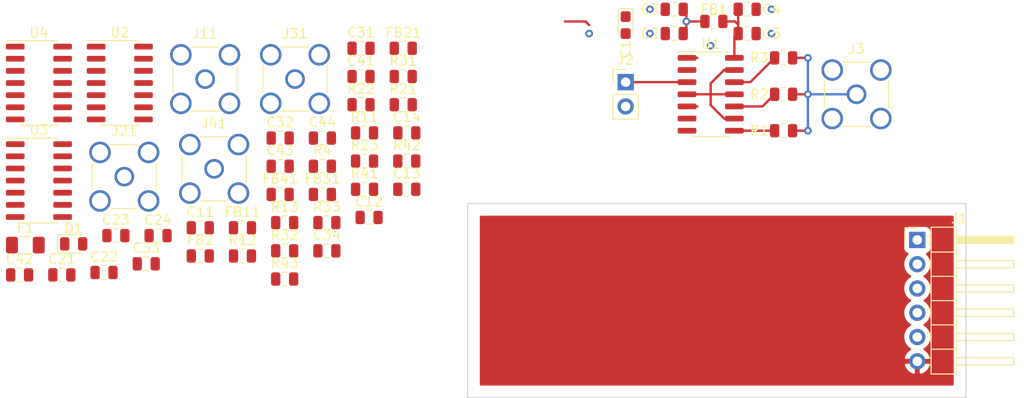
<source format=kicad_pcb>
(kicad_pcb (version 20171130) (host pcbnew 5.1.2-f72e74a~84~ubuntu18.04.1)

  (general
    (thickness 1.6)
    (drawings 1)
    (tracks 47)
    (zones 0)
    (modules 56)
    (nets 45)
  )

  (page A4)
  (layers
    (0 F.Cu signal)
    (1 GND.Cu power)
    (2 PWR.Cu power)
    (31 B.Cu signal)
    (32 B.Adhes user)
    (33 F.Adhes user)
    (34 B.Paste user)
    (35 F.Paste user)
    (36 B.SilkS user)
    (37 F.SilkS user)
    (38 B.Mask user)
    (39 F.Mask user)
    (40 Dwgs.User user)
    (41 Cmts.User user)
    (42 Eco1.User user)
    (43 Eco2.User user)
    (44 Edge.Cuts user)
    (45 Margin user)
    (46 B.CrtYd user)
    (47 F.CrtYd user)
    (48 B.Fab user)
    (49 F.Fab user)
  )

  (setup
    (last_trace_width 0.25)
    (trace_clearance 0.2)
    (zone_clearance 0.508)
    (zone_45_only no)
    (trace_min 0.2)
    (via_size 0.8)
    (via_drill 0.4)
    (via_min_size 0.4)
    (via_min_drill 0.3)
    (uvia_size 0.3)
    (uvia_drill 0.1)
    (uvias_allowed no)
    (uvia_min_size 0.2)
    (uvia_min_drill 0.1)
    (edge_width 0.05)
    (segment_width 0.2)
    (pcb_text_width 0.3)
    (pcb_text_size 1.5 1.5)
    (mod_edge_width 0.12)
    (mod_text_size 1 1)
    (mod_text_width 0.15)
    (pad_size 1.524 1.524)
    (pad_drill 0.762)
    (pad_to_mask_clearance 0.051)
    (solder_mask_min_width 0.25)
    (aux_axis_origin 74.93 78.74)
    (visible_elements FFFFFF7F)
    (pcbplotparams
      (layerselection 0x010fc_ffffffff)
      (usegerberextensions false)
      (usegerberattributes false)
      (usegerberadvancedattributes false)
      (creategerberjobfile false)
      (excludeedgelayer true)
      (linewidth 0.100000)
      (plotframeref false)
      (viasonmask false)
      (mode 1)
      (useauxorigin false)
      (hpglpennumber 1)
      (hpglpenspeed 20)
      (hpglpendiameter 15.000000)
      (psnegative false)
      (psa4output false)
      (plotreference true)
      (plotvalue true)
      (plotinvisibletext false)
      (padsonsilk false)
      (subtractmaskfromsilk false)
      (outputformat 1)
      (mirror false)
      (drillshape 1)
      (scaleselection 1)
      (outputdirectory ""))
  )

  (net 0 "")
  (net 1 VDD)
  (net 2 GND)
  (net 3 Vcc)
  (net 4 "Net-(J2-Pad1)")
  (net 5 "Net-(J3-Pad1)")
  (net 6 "Net-(R1-Pad2)")
  (net 7 "Net-(R2-Pad2)")
  (net 8 "Net-(R3-Pad2)")
  (net 9 "Net-(U1-Pad2)")
  (net 10 "Net-(U1-Pad11)")
  (net 11 "Net-(U1-Pad6)")
  (net 12 "Net-(D1-Pad2)")
  (net 13 "Net-(F1-Pad2)")
  (net 14 "Net-(F1-Pad1)")
  (net 15 /ctrl4)
  (net 16 /ctrl3)
  (net 17 /ctrl2)
  (net 18 /crtl1)
  (net 19 "Net-(J11-Pad1)")
  (net 20 "Net-(J21-Pad1)")
  (net 21 "Net-(J31-Pad1)")
  (net 22 "Net-(J41-Pad1)")
  (net 23 "Net-(R11-Pad2)")
  (net 24 "Net-(R12-Pad2)")
  (net 25 "Net-(R13-Pad2)")
  (net 26 "Net-(R21-Pad2)")
  (net 27 "Net-(R22-Pad2)")
  (net 28 "Net-(R23-Pad2)")
  (net 29 "Net-(R31-Pad2)")
  (net 30 "Net-(R32-Pad2)")
  (net 31 "Net-(R33-Pad2)")
  (net 32 "Net-(R41-Pad2)")
  (net 33 "Net-(R42-Pad2)")
  (net 34 "Net-(R43-Pad2)")
  (net 35 /ctrl1)
  (net 36 "Net-(U2-Pad11)")
  (net 37 "Net-(U2-Pad6)")
  (net 38 "Net-(U2-Pad2)")
  (net 39 "Net-(U3-Pad11)")
  (net 40 "Net-(U3-Pad6)")
  (net 41 "Net-(U3-Pad2)")
  (net 42 "Net-(U4-Pad11)")
  (net 43 "Net-(U4-Pad6)")
  (net 44 "Net-(U4-Pad2)")

  (net_class Default "This is the default net class."
    (clearance 0.2)
    (trace_width 0.25)
    (via_dia 0.8)
    (via_drill 0.4)
    (uvia_dia 0.3)
    (uvia_drill 0.1)
    (add_net /crtl1)
    (add_net /ctrl1)
    (add_net /ctrl2)
    (add_net /ctrl3)
    (add_net /ctrl4)
    (add_net GND)
    (add_net "Net-(D1-Pad2)")
    (add_net "Net-(F1-Pad1)")
    (add_net "Net-(F1-Pad2)")
    (add_net "Net-(J11-Pad1)")
    (add_net "Net-(J2-Pad1)")
    (add_net "Net-(J21-Pad1)")
    (add_net "Net-(J3-Pad1)")
    (add_net "Net-(J31-Pad1)")
    (add_net "Net-(J41-Pad1)")
    (add_net "Net-(R1-Pad2)")
    (add_net "Net-(R11-Pad2)")
    (add_net "Net-(R12-Pad2)")
    (add_net "Net-(R13-Pad2)")
    (add_net "Net-(R2-Pad2)")
    (add_net "Net-(R21-Pad2)")
    (add_net "Net-(R22-Pad2)")
    (add_net "Net-(R23-Pad2)")
    (add_net "Net-(R3-Pad2)")
    (add_net "Net-(R31-Pad2)")
    (add_net "Net-(R32-Pad2)")
    (add_net "Net-(R33-Pad2)")
    (add_net "Net-(R41-Pad2)")
    (add_net "Net-(R42-Pad2)")
    (add_net "Net-(R43-Pad2)")
    (add_net "Net-(U1-Pad11)")
    (add_net "Net-(U1-Pad2)")
    (add_net "Net-(U1-Pad6)")
    (add_net "Net-(U2-Pad11)")
    (add_net "Net-(U2-Pad2)")
    (add_net "Net-(U2-Pad6)")
    (add_net "Net-(U3-Pad11)")
    (add_net "Net-(U3-Pad2)")
    (add_net "Net-(U3-Pad6)")
    (add_net "Net-(U4-Pad11)")
    (add_net "Net-(U4-Pad2)")
    (add_net "Net-(U4-Pad6)")
    (add_net VDD)
    (add_net Vcc)
  )

  (module Package_SO:SOIC-14_3.9x8.7mm_P1.27mm (layer F.Cu) (tedit 5C97300E) (tstamp 5CDEEE79)
    (at 30.13 45.81)
    (descr "SOIC, 14 Pin (JEDEC MS-012AB, https://www.analog.com/media/en/package-pcb-resources/package/pkg_pdf/soic_narrow-r/r_14.pdf), generated with kicad-footprint-generator ipc_gullwing_generator.py")
    (tags "SOIC SO")
    (path /5D054E1F)
    (attr smd)
    (fp_text reference U4 (at 0 -5.28) (layer F.SilkS)
      (effects (font (size 1 1) (thickness 0.15)))
    )
    (fp_text value 7404 (at 0 5.28) (layer F.Fab)
      (effects (font (size 1 1) (thickness 0.15)))
    )
    (fp_text user %R (at 0 0) (layer F.Fab)
      (effects (font (size 0.98 0.98) (thickness 0.15)))
    )
    (fp_line (start 3.7 -4.58) (end -3.7 -4.58) (layer F.CrtYd) (width 0.05))
    (fp_line (start 3.7 4.58) (end 3.7 -4.58) (layer F.CrtYd) (width 0.05))
    (fp_line (start -3.7 4.58) (end 3.7 4.58) (layer F.CrtYd) (width 0.05))
    (fp_line (start -3.7 -4.58) (end -3.7 4.58) (layer F.CrtYd) (width 0.05))
    (fp_line (start -1.95 -3.35) (end -0.975 -4.325) (layer F.Fab) (width 0.1))
    (fp_line (start -1.95 4.325) (end -1.95 -3.35) (layer F.Fab) (width 0.1))
    (fp_line (start 1.95 4.325) (end -1.95 4.325) (layer F.Fab) (width 0.1))
    (fp_line (start 1.95 -4.325) (end 1.95 4.325) (layer F.Fab) (width 0.1))
    (fp_line (start -0.975 -4.325) (end 1.95 -4.325) (layer F.Fab) (width 0.1))
    (fp_line (start 0 -4.435) (end -3.45 -4.435) (layer F.SilkS) (width 0.12))
    (fp_line (start 0 -4.435) (end 1.95 -4.435) (layer F.SilkS) (width 0.12))
    (fp_line (start 0 4.435) (end -1.95 4.435) (layer F.SilkS) (width 0.12))
    (fp_line (start 0 4.435) (end 1.95 4.435) (layer F.SilkS) (width 0.12))
    (pad 14 smd roundrect (at 2.475 -3.81) (size 1.95 0.6) (layers F.Cu F.Paste F.Mask) (roundrect_rratio 0.25)
      (net 3 Vcc))
    (pad 13 smd roundrect (at 2.475 -2.54) (size 1.95 0.6) (layers F.Cu F.Paste F.Mask) (roundrect_rratio 0.25)
      (net 42 "Net-(U4-Pad11)"))
    (pad 12 smd roundrect (at 2.475 -1.27) (size 1.95 0.6) (layers F.Cu F.Paste F.Mask) (roundrect_rratio 0.25)
      (net 34 "Net-(R43-Pad2)"))
    (pad 11 smd roundrect (at 2.475 0) (size 1.95 0.6) (layers F.Cu F.Paste F.Mask) (roundrect_rratio 0.25)
      (net 42 "Net-(U4-Pad11)"))
    (pad 10 smd roundrect (at 2.475 1.27) (size 1.95 0.6) (layers F.Cu F.Paste F.Mask) (roundrect_rratio 0.25)
      (net 33 "Net-(R42-Pad2)"))
    (pad 9 smd roundrect (at 2.475 2.54) (size 1.95 0.6) (layers F.Cu F.Paste F.Mask) (roundrect_rratio 0.25)
      (net 42 "Net-(U4-Pad11)"))
    (pad 8 smd roundrect (at 2.475 3.81) (size 1.95 0.6) (layers F.Cu F.Paste F.Mask) (roundrect_rratio 0.25)
      (net 32 "Net-(R41-Pad2)"))
    (pad 7 smd roundrect (at -2.475 3.81) (size 1.95 0.6) (layers F.Cu F.Paste F.Mask) (roundrect_rratio 0.25)
      (net 2 GND))
    (pad 6 smd roundrect (at -2.475 2.54) (size 1.95 0.6) (layers F.Cu F.Paste F.Mask) (roundrect_rratio 0.25)
      (net 43 "Net-(U4-Pad6)"))
    (pad 5 smd roundrect (at -2.475 1.27) (size 1.95 0.6) (layers F.Cu F.Paste F.Mask) (roundrect_rratio 0.25)
      (net 2 GND))
    (pad 4 smd roundrect (at -2.475 0) (size 1.95 0.6) (layers F.Cu F.Paste F.Mask) (roundrect_rratio 0.25)
      (net 42 "Net-(U4-Pad11)"))
    (pad 3 smd roundrect (at -2.475 -1.27) (size 1.95 0.6) (layers F.Cu F.Paste F.Mask) (roundrect_rratio 0.25)
      (net 15 /ctrl4))
    (pad 2 smd roundrect (at -2.475 -2.54) (size 1.95 0.6) (layers F.Cu F.Paste F.Mask) (roundrect_rratio 0.25)
      (net 44 "Net-(U4-Pad2)"))
    (pad 1 smd roundrect (at -2.475 -3.81) (size 1.95 0.6) (layers F.Cu F.Paste F.Mask) (roundrect_rratio 0.25)
      (net 2 GND))
    (model ${KISYS3DMOD}/Package_SO.3dshapes/SOIC-14_3.9x8.7mm_P1.27mm.wrl
      (at (xyz 0 0 0))
      (scale (xyz 1 1 1))
      (rotate (xyz 0 0 0))
    )
  )

  (module Package_SO:SOIC-14_3.9x8.7mm_P1.27mm (layer F.Cu) (tedit 5C97300E) (tstamp 5CDEEE59)
    (at 30.13 56.02)
    (descr "SOIC, 14 Pin (JEDEC MS-012AB, https://www.analog.com/media/en/package-pcb-resources/package/pkg_pdf/soic_narrow-r/r_14.pdf), generated with kicad-footprint-generator ipc_gullwing_generator.py")
    (tags "SOIC SO")
    (path /5D04FBF4)
    (attr smd)
    (fp_text reference U3 (at 0 -5.28) (layer F.SilkS)
      (effects (font (size 1 1) (thickness 0.15)))
    )
    (fp_text value 7404 (at 0 5.28) (layer F.Fab)
      (effects (font (size 1 1) (thickness 0.15)))
    )
    (fp_text user %R (at 0 0) (layer F.Fab)
      (effects (font (size 0.98 0.98) (thickness 0.15)))
    )
    (fp_line (start 3.7 -4.58) (end -3.7 -4.58) (layer F.CrtYd) (width 0.05))
    (fp_line (start 3.7 4.58) (end 3.7 -4.58) (layer F.CrtYd) (width 0.05))
    (fp_line (start -3.7 4.58) (end 3.7 4.58) (layer F.CrtYd) (width 0.05))
    (fp_line (start -3.7 -4.58) (end -3.7 4.58) (layer F.CrtYd) (width 0.05))
    (fp_line (start -1.95 -3.35) (end -0.975 -4.325) (layer F.Fab) (width 0.1))
    (fp_line (start -1.95 4.325) (end -1.95 -3.35) (layer F.Fab) (width 0.1))
    (fp_line (start 1.95 4.325) (end -1.95 4.325) (layer F.Fab) (width 0.1))
    (fp_line (start 1.95 -4.325) (end 1.95 4.325) (layer F.Fab) (width 0.1))
    (fp_line (start -0.975 -4.325) (end 1.95 -4.325) (layer F.Fab) (width 0.1))
    (fp_line (start 0 -4.435) (end -3.45 -4.435) (layer F.SilkS) (width 0.12))
    (fp_line (start 0 -4.435) (end 1.95 -4.435) (layer F.SilkS) (width 0.12))
    (fp_line (start 0 4.435) (end -1.95 4.435) (layer F.SilkS) (width 0.12))
    (fp_line (start 0 4.435) (end 1.95 4.435) (layer F.SilkS) (width 0.12))
    (pad 14 smd roundrect (at 2.475 -3.81) (size 1.95 0.6) (layers F.Cu F.Paste F.Mask) (roundrect_rratio 0.25)
      (net 3 Vcc))
    (pad 13 smd roundrect (at 2.475 -2.54) (size 1.95 0.6) (layers F.Cu F.Paste F.Mask) (roundrect_rratio 0.25)
      (net 39 "Net-(U3-Pad11)"))
    (pad 12 smd roundrect (at 2.475 -1.27) (size 1.95 0.6) (layers F.Cu F.Paste F.Mask) (roundrect_rratio 0.25)
      (net 31 "Net-(R33-Pad2)"))
    (pad 11 smd roundrect (at 2.475 0) (size 1.95 0.6) (layers F.Cu F.Paste F.Mask) (roundrect_rratio 0.25)
      (net 39 "Net-(U3-Pad11)"))
    (pad 10 smd roundrect (at 2.475 1.27) (size 1.95 0.6) (layers F.Cu F.Paste F.Mask) (roundrect_rratio 0.25)
      (net 30 "Net-(R32-Pad2)"))
    (pad 9 smd roundrect (at 2.475 2.54) (size 1.95 0.6) (layers F.Cu F.Paste F.Mask) (roundrect_rratio 0.25)
      (net 39 "Net-(U3-Pad11)"))
    (pad 8 smd roundrect (at 2.475 3.81) (size 1.95 0.6) (layers F.Cu F.Paste F.Mask) (roundrect_rratio 0.25)
      (net 29 "Net-(R31-Pad2)"))
    (pad 7 smd roundrect (at -2.475 3.81) (size 1.95 0.6) (layers F.Cu F.Paste F.Mask) (roundrect_rratio 0.25)
      (net 2 GND))
    (pad 6 smd roundrect (at -2.475 2.54) (size 1.95 0.6) (layers F.Cu F.Paste F.Mask) (roundrect_rratio 0.25)
      (net 40 "Net-(U3-Pad6)"))
    (pad 5 smd roundrect (at -2.475 1.27) (size 1.95 0.6) (layers F.Cu F.Paste F.Mask) (roundrect_rratio 0.25)
      (net 2 GND))
    (pad 4 smd roundrect (at -2.475 0) (size 1.95 0.6) (layers F.Cu F.Paste F.Mask) (roundrect_rratio 0.25)
      (net 39 "Net-(U3-Pad11)"))
    (pad 3 smd roundrect (at -2.475 -1.27) (size 1.95 0.6) (layers F.Cu F.Paste F.Mask) (roundrect_rratio 0.25)
      (net 16 /ctrl3))
    (pad 2 smd roundrect (at -2.475 -2.54) (size 1.95 0.6) (layers F.Cu F.Paste F.Mask) (roundrect_rratio 0.25)
      (net 41 "Net-(U3-Pad2)"))
    (pad 1 smd roundrect (at -2.475 -3.81) (size 1.95 0.6) (layers F.Cu F.Paste F.Mask) (roundrect_rratio 0.25)
      (net 2 GND))
    (model ${KISYS3DMOD}/Package_SO.3dshapes/SOIC-14_3.9x8.7mm_P1.27mm.wrl
      (at (xyz 0 0 0))
      (scale (xyz 1 1 1))
      (rotate (xyz 0 0 0))
    )
  )

  (module Package_SO:SOIC-14_3.9x8.7mm_P1.27mm (layer F.Cu) (tedit 5C97300E) (tstamp 5CDEEE39)
    (at 38.58 45.81)
    (descr "SOIC, 14 Pin (JEDEC MS-012AB, https://www.analog.com/media/en/package-pcb-resources/package/pkg_pdf/soic_narrow-r/r_14.pdf), generated with kicad-footprint-generator ipc_gullwing_generator.py")
    (tags "SOIC SO")
    (path /5CF740B1)
    (attr smd)
    (fp_text reference U2 (at 0 -5.28) (layer F.SilkS)
      (effects (font (size 1 1) (thickness 0.15)))
    )
    (fp_text value 7404 (at 0 5.28) (layer F.Fab)
      (effects (font (size 1 1) (thickness 0.15)))
    )
    (fp_text user %R (at 0 0) (layer F.Fab)
      (effects (font (size 0.98 0.98) (thickness 0.15)))
    )
    (fp_line (start 3.7 -4.58) (end -3.7 -4.58) (layer F.CrtYd) (width 0.05))
    (fp_line (start 3.7 4.58) (end 3.7 -4.58) (layer F.CrtYd) (width 0.05))
    (fp_line (start -3.7 4.58) (end 3.7 4.58) (layer F.CrtYd) (width 0.05))
    (fp_line (start -3.7 -4.58) (end -3.7 4.58) (layer F.CrtYd) (width 0.05))
    (fp_line (start -1.95 -3.35) (end -0.975 -4.325) (layer F.Fab) (width 0.1))
    (fp_line (start -1.95 4.325) (end -1.95 -3.35) (layer F.Fab) (width 0.1))
    (fp_line (start 1.95 4.325) (end -1.95 4.325) (layer F.Fab) (width 0.1))
    (fp_line (start 1.95 -4.325) (end 1.95 4.325) (layer F.Fab) (width 0.1))
    (fp_line (start -0.975 -4.325) (end 1.95 -4.325) (layer F.Fab) (width 0.1))
    (fp_line (start 0 -4.435) (end -3.45 -4.435) (layer F.SilkS) (width 0.12))
    (fp_line (start 0 -4.435) (end 1.95 -4.435) (layer F.SilkS) (width 0.12))
    (fp_line (start 0 4.435) (end -1.95 4.435) (layer F.SilkS) (width 0.12))
    (fp_line (start 0 4.435) (end 1.95 4.435) (layer F.SilkS) (width 0.12))
    (pad 14 smd roundrect (at 2.475 -3.81) (size 1.95 0.6) (layers F.Cu F.Paste F.Mask) (roundrect_rratio 0.25)
      (net 3 Vcc))
    (pad 13 smd roundrect (at 2.475 -2.54) (size 1.95 0.6) (layers F.Cu F.Paste F.Mask) (roundrect_rratio 0.25)
      (net 36 "Net-(U2-Pad11)"))
    (pad 12 smd roundrect (at 2.475 -1.27) (size 1.95 0.6) (layers F.Cu F.Paste F.Mask) (roundrect_rratio 0.25)
      (net 28 "Net-(R23-Pad2)"))
    (pad 11 smd roundrect (at 2.475 0) (size 1.95 0.6) (layers F.Cu F.Paste F.Mask) (roundrect_rratio 0.25)
      (net 36 "Net-(U2-Pad11)"))
    (pad 10 smd roundrect (at 2.475 1.27) (size 1.95 0.6) (layers F.Cu F.Paste F.Mask) (roundrect_rratio 0.25)
      (net 27 "Net-(R22-Pad2)"))
    (pad 9 smd roundrect (at 2.475 2.54) (size 1.95 0.6) (layers F.Cu F.Paste F.Mask) (roundrect_rratio 0.25)
      (net 36 "Net-(U2-Pad11)"))
    (pad 8 smd roundrect (at 2.475 3.81) (size 1.95 0.6) (layers F.Cu F.Paste F.Mask) (roundrect_rratio 0.25)
      (net 26 "Net-(R21-Pad2)"))
    (pad 7 smd roundrect (at -2.475 3.81) (size 1.95 0.6) (layers F.Cu F.Paste F.Mask) (roundrect_rratio 0.25)
      (net 2 GND))
    (pad 6 smd roundrect (at -2.475 2.54) (size 1.95 0.6) (layers F.Cu F.Paste F.Mask) (roundrect_rratio 0.25)
      (net 37 "Net-(U2-Pad6)"))
    (pad 5 smd roundrect (at -2.475 1.27) (size 1.95 0.6) (layers F.Cu F.Paste F.Mask) (roundrect_rratio 0.25)
      (net 2 GND))
    (pad 4 smd roundrect (at -2.475 0) (size 1.95 0.6) (layers F.Cu F.Paste F.Mask) (roundrect_rratio 0.25)
      (net 36 "Net-(U2-Pad11)"))
    (pad 3 smd roundrect (at -2.475 -1.27) (size 1.95 0.6) (layers F.Cu F.Paste F.Mask) (roundrect_rratio 0.25)
      (net 17 /ctrl2))
    (pad 2 smd roundrect (at -2.475 -2.54) (size 1.95 0.6) (layers F.Cu F.Paste F.Mask) (roundrect_rratio 0.25)
      (net 38 "Net-(U2-Pad2)"))
    (pad 1 smd roundrect (at -2.475 -3.81) (size 1.95 0.6) (layers F.Cu F.Paste F.Mask) (roundrect_rratio 0.25)
      (net 2 GND))
    (model ${KISYS3DMOD}/Package_SO.3dshapes/SOIC-14_3.9x8.7mm_P1.27mm.wrl
      (at (xyz 0 0 0))
      (scale (xyz 1 1 1))
      (rotate (xyz 0 0 0))
    )
  )

  (module Resistor_SMD:R_0805_2012Metric (layer F.Cu) (tedit 5B36C52B) (tstamp 5CDEEDDB)
    (at 55.81 66.32)
    (descr "Resistor SMD 0805 (2012 Metric), square (rectangular) end terminal, IPC_7351 nominal, (Body size source: https://docs.google.com/spreadsheets/d/1BsfQQcO9C6DZCsRaXUlFlo91Tg2WpOkGARC1WS5S8t0/edit?usp=sharing), generated with kicad-footprint-generator")
    (tags resistor)
    (path /5D054E56)
    (attr smd)
    (fp_text reference R43 (at 0 -1.65) (layer F.SilkS)
      (effects (font (size 1 1) (thickness 0.15)))
    )
    (fp_text value 150 (at 0 1.65) (layer F.Fab)
      (effects (font (size 1 1) (thickness 0.15)))
    )
    (fp_text user %R (at 0 0) (layer F.Fab)
      (effects (font (size 0.5 0.5) (thickness 0.08)))
    )
    (fp_line (start 1.68 0.95) (end -1.68 0.95) (layer F.CrtYd) (width 0.05))
    (fp_line (start 1.68 -0.95) (end 1.68 0.95) (layer F.CrtYd) (width 0.05))
    (fp_line (start -1.68 -0.95) (end 1.68 -0.95) (layer F.CrtYd) (width 0.05))
    (fp_line (start -1.68 0.95) (end -1.68 -0.95) (layer F.CrtYd) (width 0.05))
    (fp_line (start -0.258578 0.71) (end 0.258578 0.71) (layer F.SilkS) (width 0.12))
    (fp_line (start -0.258578 -0.71) (end 0.258578 -0.71) (layer F.SilkS) (width 0.12))
    (fp_line (start 1 0.6) (end -1 0.6) (layer F.Fab) (width 0.1))
    (fp_line (start 1 -0.6) (end 1 0.6) (layer F.Fab) (width 0.1))
    (fp_line (start -1 -0.6) (end 1 -0.6) (layer F.Fab) (width 0.1))
    (fp_line (start -1 0.6) (end -1 -0.6) (layer F.Fab) (width 0.1))
    (pad 2 smd roundrect (at 0.9375 0) (size 0.975 1.4) (layers F.Cu F.Paste F.Mask) (roundrect_rratio 0.25)
      (net 34 "Net-(R43-Pad2)"))
    (pad 1 smd roundrect (at -0.9375 0) (size 0.975 1.4) (layers F.Cu F.Paste F.Mask) (roundrect_rratio 0.25)
      (net 22 "Net-(J41-Pad1)"))
    (model ${KISYS3DMOD}/Resistor_SMD.3dshapes/R_0805_2012Metric.wrl
      (at (xyz 0 0 0))
      (scale (xyz 1 1 1))
      (rotate (xyz 0 0 0))
    )
  )

  (module Resistor_SMD:R_0805_2012Metric (layer F.Cu) (tedit 5B36C52B) (tstamp 5CDEEDCA)
    (at 68.57 53.98)
    (descr "Resistor SMD 0805 (2012 Metric), square (rectangular) end terminal, IPC_7351 nominal, (Body size source: https://docs.google.com/spreadsheets/d/1BsfQQcO9C6DZCsRaXUlFlo91Tg2WpOkGARC1WS5S8t0/edit?usp=sharing), generated with kicad-footprint-generator")
    (tags resistor)
    (path /5D054E50)
    (attr smd)
    (fp_text reference R42 (at 0 -1.65) (layer F.SilkS)
      (effects (font (size 1 1) (thickness 0.15)))
    )
    (fp_text value 150 (at 0 1.65) (layer F.Fab)
      (effects (font (size 1 1) (thickness 0.15)))
    )
    (fp_text user %R (at 0 0) (layer F.Fab)
      (effects (font (size 0.5 0.5) (thickness 0.08)))
    )
    (fp_line (start 1.68 0.95) (end -1.68 0.95) (layer F.CrtYd) (width 0.05))
    (fp_line (start 1.68 -0.95) (end 1.68 0.95) (layer F.CrtYd) (width 0.05))
    (fp_line (start -1.68 -0.95) (end 1.68 -0.95) (layer F.CrtYd) (width 0.05))
    (fp_line (start -1.68 0.95) (end -1.68 -0.95) (layer F.CrtYd) (width 0.05))
    (fp_line (start -0.258578 0.71) (end 0.258578 0.71) (layer F.SilkS) (width 0.12))
    (fp_line (start -0.258578 -0.71) (end 0.258578 -0.71) (layer F.SilkS) (width 0.12))
    (fp_line (start 1 0.6) (end -1 0.6) (layer F.Fab) (width 0.1))
    (fp_line (start 1 -0.6) (end 1 0.6) (layer F.Fab) (width 0.1))
    (fp_line (start -1 -0.6) (end 1 -0.6) (layer F.Fab) (width 0.1))
    (fp_line (start -1 0.6) (end -1 -0.6) (layer F.Fab) (width 0.1))
    (pad 2 smd roundrect (at 0.9375 0) (size 0.975 1.4) (layers F.Cu F.Paste F.Mask) (roundrect_rratio 0.25)
      (net 33 "Net-(R42-Pad2)"))
    (pad 1 smd roundrect (at -0.9375 0) (size 0.975 1.4) (layers F.Cu F.Paste F.Mask) (roundrect_rratio 0.25)
      (net 22 "Net-(J41-Pad1)"))
    (model ${KISYS3DMOD}/Resistor_SMD.3dshapes/R_0805_2012Metric.wrl
      (at (xyz 0 0 0))
      (scale (xyz 1 1 1))
      (rotate (xyz 0 0 0))
    )
  )

  (module Resistor_SMD:R_0805_2012Metric (layer F.Cu) (tedit 5B36C52B) (tstamp 5CDEEDB9)
    (at 64.16 56.93)
    (descr "Resistor SMD 0805 (2012 Metric), square (rectangular) end terminal, IPC_7351 nominal, (Body size source: https://docs.google.com/spreadsheets/d/1BsfQQcO9C6DZCsRaXUlFlo91Tg2WpOkGARC1WS5S8t0/edit?usp=sharing), generated with kicad-footprint-generator")
    (tags resistor)
    (path /5D054E43)
    (attr smd)
    (fp_text reference R41 (at 0 -1.65) (layer F.SilkS)
      (effects (font (size 1 1) (thickness 0.15)))
    )
    (fp_text value 150 (at 0 1.65) (layer F.Fab)
      (effects (font (size 1 1) (thickness 0.15)))
    )
    (fp_text user %R (at 0 0) (layer F.Fab)
      (effects (font (size 0.5 0.5) (thickness 0.08)))
    )
    (fp_line (start 1.68 0.95) (end -1.68 0.95) (layer F.CrtYd) (width 0.05))
    (fp_line (start 1.68 -0.95) (end 1.68 0.95) (layer F.CrtYd) (width 0.05))
    (fp_line (start -1.68 -0.95) (end 1.68 -0.95) (layer F.CrtYd) (width 0.05))
    (fp_line (start -1.68 0.95) (end -1.68 -0.95) (layer F.CrtYd) (width 0.05))
    (fp_line (start -0.258578 0.71) (end 0.258578 0.71) (layer F.SilkS) (width 0.12))
    (fp_line (start -0.258578 -0.71) (end 0.258578 -0.71) (layer F.SilkS) (width 0.12))
    (fp_line (start 1 0.6) (end -1 0.6) (layer F.Fab) (width 0.1))
    (fp_line (start 1 -0.6) (end 1 0.6) (layer F.Fab) (width 0.1))
    (fp_line (start -1 -0.6) (end 1 -0.6) (layer F.Fab) (width 0.1))
    (fp_line (start -1 0.6) (end -1 -0.6) (layer F.Fab) (width 0.1))
    (pad 2 smd roundrect (at 0.9375 0) (size 0.975 1.4) (layers F.Cu F.Paste F.Mask) (roundrect_rratio 0.25)
      (net 32 "Net-(R41-Pad2)"))
    (pad 1 smd roundrect (at -0.9375 0) (size 0.975 1.4) (layers F.Cu F.Paste F.Mask) (roundrect_rratio 0.25)
      (net 22 "Net-(J41-Pad1)"))
    (model ${KISYS3DMOD}/Resistor_SMD.3dshapes/R_0805_2012Metric.wrl
      (at (xyz 0 0 0))
      (scale (xyz 1 1 1))
      (rotate (xyz 0 0 0))
    )
  )

  (module Resistor_SMD:R_0805_2012Metric (layer F.Cu) (tedit 5B36C52B) (tstamp 5CDEEDA8)
    (at 60.22 60.42)
    (descr "Resistor SMD 0805 (2012 Metric), square (rectangular) end terminal, IPC_7351 nominal, (Body size source: https://docs.google.com/spreadsheets/d/1BsfQQcO9C6DZCsRaXUlFlo91Tg2WpOkGARC1WS5S8t0/edit?usp=sharing), generated with kicad-footprint-generator")
    (tags resistor)
    (path /5D04FC2B)
    (attr smd)
    (fp_text reference R33 (at 0 -1.65) (layer F.SilkS)
      (effects (font (size 1 1) (thickness 0.15)))
    )
    (fp_text value 150 (at 0 1.65) (layer F.Fab)
      (effects (font (size 1 1) (thickness 0.15)))
    )
    (fp_text user %R (at 0 0) (layer F.Fab)
      (effects (font (size 0.5 0.5) (thickness 0.08)))
    )
    (fp_line (start 1.68 0.95) (end -1.68 0.95) (layer F.CrtYd) (width 0.05))
    (fp_line (start 1.68 -0.95) (end 1.68 0.95) (layer F.CrtYd) (width 0.05))
    (fp_line (start -1.68 -0.95) (end 1.68 -0.95) (layer F.CrtYd) (width 0.05))
    (fp_line (start -1.68 0.95) (end -1.68 -0.95) (layer F.CrtYd) (width 0.05))
    (fp_line (start -0.258578 0.71) (end 0.258578 0.71) (layer F.SilkS) (width 0.12))
    (fp_line (start -0.258578 -0.71) (end 0.258578 -0.71) (layer F.SilkS) (width 0.12))
    (fp_line (start 1 0.6) (end -1 0.6) (layer F.Fab) (width 0.1))
    (fp_line (start 1 -0.6) (end 1 0.6) (layer F.Fab) (width 0.1))
    (fp_line (start -1 -0.6) (end 1 -0.6) (layer F.Fab) (width 0.1))
    (fp_line (start -1 0.6) (end -1 -0.6) (layer F.Fab) (width 0.1))
    (pad 2 smd roundrect (at 0.9375 0) (size 0.975 1.4) (layers F.Cu F.Paste F.Mask) (roundrect_rratio 0.25)
      (net 31 "Net-(R33-Pad2)"))
    (pad 1 smd roundrect (at -0.9375 0) (size 0.975 1.4) (layers F.Cu F.Paste F.Mask) (roundrect_rratio 0.25)
      (net 21 "Net-(J31-Pad1)"))
    (model ${KISYS3DMOD}/Resistor_SMD.3dshapes/R_0805_2012Metric.wrl
      (at (xyz 0 0 0))
      (scale (xyz 1 1 1))
      (rotate (xyz 0 0 0))
    )
  )

  (module Resistor_SMD:R_0805_2012Metric (layer F.Cu) (tedit 5B36C52B) (tstamp 5CDEED97)
    (at 55.81 63.37)
    (descr "Resistor SMD 0805 (2012 Metric), square (rectangular) end terminal, IPC_7351 nominal, (Body size source: https://docs.google.com/spreadsheets/d/1BsfQQcO9C6DZCsRaXUlFlo91Tg2WpOkGARC1WS5S8t0/edit?usp=sharing), generated with kicad-footprint-generator")
    (tags resistor)
    (path /5D04FC25)
    (attr smd)
    (fp_text reference R32 (at 0 -1.65) (layer F.SilkS)
      (effects (font (size 1 1) (thickness 0.15)))
    )
    (fp_text value 150 (at 0 1.65) (layer F.Fab)
      (effects (font (size 1 1) (thickness 0.15)))
    )
    (fp_text user %R (at 0 0) (layer F.Fab)
      (effects (font (size 0.5 0.5) (thickness 0.08)))
    )
    (fp_line (start 1.68 0.95) (end -1.68 0.95) (layer F.CrtYd) (width 0.05))
    (fp_line (start 1.68 -0.95) (end 1.68 0.95) (layer F.CrtYd) (width 0.05))
    (fp_line (start -1.68 -0.95) (end 1.68 -0.95) (layer F.CrtYd) (width 0.05))
    (fp_line (start -1.68 0.95) (end -1.68 -0.95) (layer F.CrtYd) (width 0.05))
    (fp_line (start -0.258578 0.71) (end 0.258578 0.71) (layer F.SilkS) (width 0.12))
    (fp_line (start -0.258578 -0.71) (end 0.258578 -0.71) (layer F.SilkS) (width 0.12))
    (fp_line (start 1 0.6) (end -1 0.6) (layer F.Fab) (width 0.1))
    (fp_line (start 1 -0.6) (end 1 0.6) (layer F.Fab) (width 0.1))
    (fp_line (start -1 -0.6) (end 1 -0.6) (layer F.Fab) (width 0.1))
    (fp_line (start -1 0.6) (end -1 -0.6) (layer F.Fab) (width 0.1))
    (pad 2 smd roundrect (at 0.9375 0) (size 0.975 1.4) (layers F.Cu F.Paste F.Mask) (roundrect_rratio 0.25)
      (net 30 "Net-(R32-Pad2)"))
    (pad 1 smd roundrect (at -0.9375 0) (size 0.975 1.4) (layers F.Cu F.Paste F.Mask) (roundrect_rratio 0.25)
      (net 21 "Net-(J31-Pad1)"))
    (model ${KISYS3DMOD}/Resistor_SMD.3dshapes/R_0805_2012Metric.wrl
      (at (xyz 0 0 0))
      (scale (xyz 1 1 1))
      (rotate (xyz 0 0 0))
    )
  )

  (module Resistor_SMD:R_0805_2012Metric (layer F.Cu) (tedit 5B36C52B) (tstamp 5CDEED86)
    (at 68.2 45.13)
    (descr "Resistor SMD 0805 (2012 Metric), square (rectangular) end terminal, IPC_7351 nominal, (Body size source: https://docs.google.com/spreadsheets/d/1BsfQQcO9C6DZCsRaXUlFlo91Tg2WpOkGARC1WS5S8t0/edit?usp=sharing), generated with kicad-footprint-generator")
    (tags resistor)
    (path /5D04FC18)
    (attr smd)
    (fp_text reference R31 (at 0 -1.65) (layer F.SilkS)
      (effects (font (size 1 1) (thickness 0.15)))
    )
    (fp_text value 150 (at 0 1.65) (layer F.Fab)
      (effects (font (size 1 1) (thickness 0.15)))
    )
    (fp_text user %R (at 0 0) (layer F.Fab)
      (effects (font (size 0.5 0.5) (thickness 0.08)))
    )
    (fp_line (start 1.68 0.95) (end -1.68 0.95) (layer F.CrtYd) (width 0.05))
    (fp_line (start 1.68 -0.95) (end 1.68 0.95) (layer F.CrtYd) (width 0.05))
    (fp_line (start -1.68 -0.95) (end 1.68 -0.95) (layer F.CrtYd) (width 0.05))
    (fp_line (start -1.68 0.95) (end -1.68 -0.95) (layer F.CrtYd) (width 0.05))
    (fp_line (start -0.258578 0.71) (end 0.258578 0.71) (layer F.SilkS) (width 0.12))
    (fp_line (start -0.258578 -0.71) (end 0.258578 -0.71) (layer F.SilkS) (width 0.12))
    (fp_line (start 1 0.6) (end -1 0.6) (layer F.Fab) (width 0.1))
    (fp_line (start 1 -0.6) (end 1 0.6) (layer F.Fab) (width 0.1))
    (fp_line (start -1 -0.6) (end 1 -0.6) (layer F.Fab) (width 0.1))
    (fp_line (start -1 0.6) (end -1 -0.6) (layer F.Fab) (width 0.1))
    (pad 2 smd roundrect (at 0.9375 0) (size 0.975 1.4) (layers F.Cu F.Paste F.Mask) (roundrect_rratio 0.25)
      (net 29 "Net-(R31-Pad2)"))
    (pad 1 smd roundrect (at -0.9375 0) (size 0.975 1.4) (layers F.Cu F.Paste F.Mask) (roundrect_rratio 0.25)
      (net 21 "Net-(J31-Pad1)"))
    (model ${KISYS3DMOD}/Resistor_SMD.3dshapes/R_0805_2012Metric.wrl
      (at (xyz 0 0 0))
      (scale (xyz 1 1 1))
      (rotate (xyz 0 0 0))
    )
  )

  (module Resistor_SMD:R_0805_2012Metric (layer F.Cu) (tedit 5B36C52B) (tstamp 5CDEED75)
    (at 64.16 53.98)
    (descr "Resistor SMD 0805 (2012 Metric), square (rectangular) end terminal, IPC_7351 nominal, (Body size source: https://docs.google.com/spreadsheets/d/1BsfQQcO9C6DZCsRaXUlFlo91Tg2WpOkGARC1WS5S8t0/edit?usp=sharing), generated with kicad-footprint-generator")
    (tags resistor)
    (path /5CF740E8)
    (attr smd)
    (fp_text reference R23 (at 0 -1.65) (layer F.SilkS)
      (effects (font (size 1 1) (thickness 0.15)))
    )
    (fp_text value 150 (at 0 1.65) (layer F.Fab)
      (effects (font (size 1 1) (thickness 0.15)))
    )
    (fp_text user %R (at 0 0) (layer F.Fab)
      (effects (font (size 0.5 0.5) (thickness 0.08)))
    )
    (fp_line (start 1.68 0.95) (end -1.68 0.95) (layer F.CrtYd) (width 0.05))
    (fp_line (start 1.68 -0.95) (end 1.68 0.95) (layer F.CrtYd) (width 0.05))
    (fp_line (start -1.68 -0.95) (end 1.68 -0.95) (layer F.CrtYd) (width 0.05))
    (fp_line (start -1.68 0.95) (end -1.68 -0.95) (layer F.CrtYd) (width 0.05))
    (fp_line (start -0.258578 0.71) (end 0.258578 0.71) (layer F.SilkS) (width 0.12))
    (fp_line (start -0.258578 -0.71) (end 0.258578 -0.71) (layer F.SilkS) (width 0.12))
    (fp_line (start 1 0.6) (end -1 0.6) (layer F.Fab) (width 0.1))
    (fp_line (start 1 -0.6) (end 1 0.6) (layer F.Fab) (width 0.1))
    (fp_line (start -1 -0.6) (end 1 -0.6) (layer F.Fab) (width 0.1))
    (fp_line (start -1 0.6) (end -1 -0.6) (layer F.Fab) (width 0.1))
    (pad 2 smd roundrect (at 0.9375 0) (size 0.975 1.4) (layers F.Cu F.Paste F.Mask) (roundrect_rratio 0.25)
      (net 28 "Net-(R23-Pad2)"))
    (pad 1 smd roundrect (at -0.9375 0) (size 0.975 1.4) (layers F.Cu F.Paste F.Mask) (roundrect_rratio 0.25)
      (net 20 "Net-(J21-Pad1)"))
    (model ${KISYS3DMOD}/Resistor_SMD.3dshapes/R_0805_2012Metric.wrl
      (at (xyz 0 0 0))
      (scale (xyz 1 1 1))
      (rotate (xyz 0 0 0))
    )
  )

  (module Resistor_SMD:R_0805_2012Metric (layer F.Cu) (tedit 5B36C52B) (tstamp 5CDEED64)
    (at 63.79 48.08)
    (descr "Resistor SMD 0805 (2012 Metric), square (rectangular) end terminal, IPC_7351 nominal, (Body size source: https://docs.google.com/spreadsheets/d/1BsfQQcO9C6DZCsRaXUlFlo91Tg2WpOkGARC1WS5S8t0/edit?usp=sharing), generated with kicad-footprint-generator")
    (tags resistor)
    (path /5CF740E2)
    (attr smd)
    (fp_text reference R22 (at 0 -1.65) (layer F.SilkS)
      (effects (font (size 1 1) (thickness 0.15)))
    )
    (fp_text value 150 (at 0 1.65) (layer F.Fab)
      (effects (font (size 1 1) (thickness 0.15)))
    )
    (fp_text user %R (at 0 0) (layer F.Fab)
      (effects (font (size 0.5 0.5) (thickness 0.08)))
    )
    (fp_line (start 1.68 0.95) (end -1.68 0.95) (layer F.CrtYd) (width 0.05))
    (fp_line (start 1.68 -0.95) (end 1.68 0.95) (layer F.CrtYd) (width 0.05))
    (fp_line (start -1.68 -0.95) (end 1.68 -0.95) (layer F.CrtYd) (width 0.05))
    (fp_line (start -1.68 0.95) (end -1.68 -0.95) (layer F.CrtYd) (width 0.05))
    (fp_line (start -0.258578 0.71) (end 0.258578 0.71) (layer F.SilkS) (width 0.12))
    (fp_line (start -0.258578 -0.71) (end 0.258578 -0.71) (layer F.SilkS) (width 0.12))
    (fp_line (start 1 0.6) (end -1 0.6) (layer F.Fab) (width 0.1))
    (fp_line (start 1 -0.6) (end 1 0.6) (layer F.Fab) (width 0.1))
    (fp_line (start -1 -0.6) (end 1 -0.6) (layer F.Fab) (width 0.1))
    (fp_line (start -1 0.6) (end -1 -0.6) (layer F.Fab) (width 0.1))
    (pad 2 smd roundrect (at 0.9375 0) (size 0.975 1.4) (layers F.Cu F.Paste F.Mask) (roundrect_rratio 0.25)
      (net 27 "Net-(R22-Pad2)"))
    (pad 1 smd roundrect (at -0.9375 0) (size 0.975 1.4) (layers F.Cu F.Paste F.Mask) (roundrect_rratio 0.25)
      (net 20 "Net-(J21-Pad1)"))
    (model ${KISYS3DMOD}/Resistor_SMD.3dshapes/R_0805_2012Metric.wrl
      (at (xyz 0 0 0))
      (scale (xyz 1 1 1))
      (rotate (xyz 0 0 0))
    )
  )

  (module Resistor_SMD:R_0805_2012Metric (layer F.Cu) (tedit 5B36C52B) (tstamp 5CDEED53)
    (at 68.2 48.08)
    (descr "Resistor SMD 0805 (2012 Metric), square (rectangular) end terminal, IPC_7351 nominal, (Body size source: https://docs.google.com/spreadsheets/d/1BsfQQcO9C6DZCsRaXUlFlo91Tg2WpOkGARC1WS5S8t0/edit?usp=sharing), generated with kicad-footprint-generator")
    (tags resistor)
    (path /5CF740D5)
    (attr smd)
    (fp_text reference R21 (at 0 -1.65) (layer F.SilkS)
      (effects (font (size 1 1) (thickness 0.15)))
    )
    (fp_text value 150 (at 0 1.65) (layer F.Fab)
      (effects (font (size 1 1) (thickness 0.15)))
    )
    (fp_text user %R (at 0 0) (layer F.Fab)
      (effects (font (size 0.5 0.5) (thickness 0.08)))
    )
    (fp_line (start 1.68 0.95) (end -1.68 0.95) (layer F.CrtYd) (width 0.05))
    (fp_line (start 1.68 -0.95) (end 1.68 0.95) (layer F.CrtYd) (width 0.05))
    (fp_line (start -1.68 -0.95) (end 1.68 -0.95) (layer F.CrtYd) (width 0.05))
    (fp_line (start -1.68 0.95) (end -1.68 -0.95) (layer F.CrtYd) (width 0.05))
    (fp_line (start -0.258578 0.71) (end 0.258578 0.71) (layer F.SilkS) (width 0.12))
    (fp_line (start -0.258578 -0.71) (end 0.258578 -0.71) (layer F.SilkS) (width 0.12))
    (fp_line (start 1 0.6) (end -1 0.6) (layer F.Fab) (width 0.1))
    (fp_line (start 1 -0.6) (end 1 0.6) (layer F.Fab) (width 0.1))
    (fp_line (start -1 -0.6) (end 1 -0.6) (layer F.Fab) (width 0.1))
    (fp_line (start -1 0.6) (end -1 -0.6) (layer F.Fab) (width 0.1))
    (pad 2 smd roundrect (at 0.9375 0) (size 0.975 1.4) (layers F.Cu F.Paste F.Mask) (roundrect_rratio 0.25)
      (net 26 "Net-(R21-Pad2)"))
    (pad 1 smd roundrect (at -0.9375 0) (size 0.975 1.4) (layers F.Cu F.Paste F.Mask) (roundrect_rratio 0.25)
      (net 20 "Net-(J21-Pad1)"))
    (model ${KISYS3DMOD}/Resistor_SMD.3dshapes/R_0805_2012Metric.wrl
      (at (xyz 0 0 0))
      (scale (xyz 1 1 1))
      (rotate (xyz 0 0 0))
    )
  )

  (module Resistor_SMD:R_0805_2012Metric (layer F.Cu) (tedit 5B36C52B) (tstamp 5CDEED42)
    (at 55.81 60.42)
    (descr "Resistor SMD 0805 (2012 Metric), square (rectangular) end terminal, IPC_7351 nominal, (Body size source: https://docs.google.com/spreadsheets/d/1BsfQQcO9C6DZCsRaXUlFlo91Tg2WpOkGARC1WS5S8t0/edit?usp=sharing), generated with kicad-footprint-generator")
    (tags resistor)
    (path /5CE92E74)
    (attr smd)
    (fp_text reference R13 (at 0 -1.65) (layer F.SilkS)
      (effects (font (size 1 1) (thickness 0.15)))
    )
    (fp_text value 150 (at 0 1.65) (layer F.Fab)
      (effects (font (size 1 1) (thickness 0.15)))
    )
    (fp_text user %R (at 0 0) (layer F.Fab)
      (effects (font (size 0.5 0.5) (thickness 0.08)))
    )
    (fp_line (start 1.68 0.95) (end -1.68 0.95) (layer F.CrtYd) (width 0.05))
    (fp_line (start 1.68 -0.95) (end 1.68 0.95) (layer F.CrtYd) (width 0.05))
    (fp_line (start -1.68 -0.95) (end 1.68 -0.95) (layer F.CrtYd) (width 0.05))
    (fp_line (start -1.68 0.95) (end -1.68 -0.95) (layer F.CrtYd) (width 0.05))
    (fp_line (start -0.258578 0.71) (end 0.258578 0.71) (layer F.SilkS) (width 0.12))
    (fp_line (start -0.258578 -0.71) (end 0.258578 -0.71) (layer F.SilkS) (width 0.12))
    (fp_line (start 1 0.6) (end -1 0.6) (layer F.Fab) (width 0.1))
    (fp_line (start 1 -0.6) (end 1 0.6) (layer F.Fab) (width 0.1))
    (fp_line (start -1 -0.6) (end 1 -0.6) (layer F.Fab) (width 0.1))
    (fp_line (start -1 0.6) (end -1 -0.6) (layer F.Fab) (width 0.1))
    (pad 2 smd roundrect (at 0.9375 0) (size 0.975 1.4) (layers F.Cu F.Paste F.Mask) (roundrect_rratio 0.25)
      (net 25 "Net-(R13-Pad2)"))
    (pad 1 smd roundrect (at -0.9375 0) (size 0.975 1.4) (layers F.Cu F.Paste F.Mask) (roundrect_rratio 0.25)
      (net 19 "Net-(J11-Pad1)"))
    (model ${KISYS3DMOD}/Resistor_SMD.3dshapes/R_0805_2012Metric.wrl
      (at (xyz 0 0 0))
      (scale (xyz 1 1 1))
      (rotate (xyz 0 0 0))
    )
  )

  (module Resistor_SMD:R_0805_2012Metric (layer F.Cu) (tedit 5B36C52B) (tstamp 5CDEED31)
    (at 51.4 63.91)
    (descr "Resistor SMD 0805 (2012 Metric), square (rectangular) end terminal, IPC_7351 nominal, (Body size source: https://docs.google.com/spreadsheets/d/1BsfQQcO9C6DZCsRaXUlFlo91Tg2WpOkGARC1WS5S8t0/edit?usp=sharing), generated with kicad-footprint-generator")
    (tags resistor)
    (path /5CE92AC0)
    (attr smd)
    (fp_text reference R12 (at 0 -1.65) (layer F.SilkS)
      (effects (font (size 1 1) (thickness 0.15)))
    )
    (fp_text value 150 (at 0 1.65) (layer F.Fab)
      (effects (font (size 1 1) (thickness 0.15)))
    )
    (fp_text user %R (at 0 0) (layer F.Fab)
      (effects (font (size 0.5 0.5) (thickness 0.08)))
    )
    (fp_line (start 1.68 0.95) (end -1.68 0.95) (layer F.CrtYd) (width 0.05))
    (fp_line (start 1.68 -0.95) (end 1.68 0.95) (layer F.CrtYd) (width 0.05))
    (fp_line (start -1.68 -0.95) (end 1.68 -0.95) (layer F.CrtYd) (width 0.05))
    (fp_line (start -1.68 0.95) (end -1.68 -0.95) (layer F.CrtYd) (width 0.05))
    (fp_line (start -0.258578 0.71) (end 0.258578 0.71) (layer F.SilkS) (width 0.12))
    (fp_line (start -0.258578 -0.71) (end 0.258578 -0.71) (layer F.SilkS) (width 0.12))
    (fp_line (start 1 0.6) (end -1 0.6) (layer F.Fab) (width 0.1))
    (fp_line (start 1 -0.6) (end 1 0.6) (layer F.Fab) (width 0.1))
    (fp_line (start -1 -0.6) (end 1 -0.6) (layer F.Fab) (width 0.1))
    (fp_line (start -1 0.6) (end -1 -0.6) (layer F.Fab) (width 0.1))
    (pad 2 smd roundrect (at 0.9375 0) (size 0.975 1.4) (layers F.Cu F.Paste F.Mask) (roundrect_rratio 0.25)
      (net 24 "Net-(R12-Pad2)"))
    (pad 1 smd roundrect (at -0.9375 0) (size 0.975 1.4) (layers F.Cu F.Paste F.Mask) (roundrect_rratio 0.25)
      (net 19 "Net-(J11-Pad1)"))
    (model ${KISYS3DMOD}/Resistor_SMD.3dshapes/R_0805_2012Metric.wrl
      (at (xyz 0 0 0))
      (scale (xyz 1 1 1))
      (rotate (xyz 0 0 0))
    )
  )

  (module Resistor_SMD:R_0805_2012Metric (layer F.Cu) (tedit 5B36C52B) (tstamp 5CDEED20)
    (at 64.16 51.03)
    (descr "Resistor SMD 0805 (2012 Metric), square (rectangular) end terminal, IPC_7351 nominal, (Body size source: https://docs.google.com/spreadsheets/d/1BsfQQcO9C6DZCsRaXUlFlo91Tg2WpOkGARC1WS5S8t0/edit?usp=sharing), generated with kicad-footprint-generator")
    (tags resistor)
    (path /5CE4B3C5)
    (attr smd)
    (fp_text reference R11 (at 0 -1.65) (layer F.SilkS)
      (effects (font (size 1 1) (thickness 0.15)))
    )
    (fp_text value 150 (at 0 1.65) (layer F.Fab)
      (effects (font (size 1 1) (thickness 0.15)))
    )
    (fp_text user %R (at 0 0) (layer F.Fab)
      (effects (font (size 0.5 0.5) (thickness 0.08)))
    )
    (fp_line (start 1.68 0.95) (end -1.68 0.95) (layer F.CrtYd) (width 0.05))
    (fp_line (start 1.68 -0.95) (end 1.68 0.95) (layer F.CrtYd) (width 0.05))
    (fp_line (start -1.68 -0.95) (end 1.68 -0.95) (layer F.CrtYd) (width 0.05))
    (fp_line (start -1.68 0.95) (end -1.68 -0.95) (layer F.CrtYd) (width 0.05))
    (fp_line (start -0.258578 0.71) (end 0.258578 0.71) (layer F.SilkS) (width 0.12))
    (fp_line (start -0.258578 -0.71) (end 0.258578 -0.71) (layer F.SilkS) (width 0.12))
    (fp_line (start 1 0.6) (end -1 0.6) (layer F.Fab) (width 0.1))
    (fp_line (start 1 -0.6) (end 1 0.6) (layer F.Fab) (width 0.1))
    (fp_line (start -1 -0.6) (end 1 -0.6) (layer F.Fab) (width 0.1))
    (fp_line (start -1 0.6) (end -1 -0.6) (layer F.Fab) (width 0.1))
    (pad 2 smd roundrect (at 0.9375 0) (size 0.975 1.4) (layers F.Cu F.Paste F.Mask) (roundrect_rratio 0.25)
      (net 23 "Net-(R11-Pad2)"))
    (pad 1 smd roundrect (at -0.9375 0) (size 0.975 1.4) (layers F.Cu F.Paste F.Mask) (roundrect_rratio 0.25)
      (net 19 "Net-(J11-Pad1)"))
    (model ${KISYS3DMOD}/Resistor_SMD.3dshapes/R_0805_2012Metric.wrl
      (at (xyz 0 0 0))
      (scale (xyz 1 1 1))
      (rotate (xyz 0 0 0))
    )
  )

  (module Resistor_SMD:R_0805_2012Metric (layer F.Cu) (tedit 5B36C52B) (tstamp 5CDEED0F)
    (at 59.75 54.52)
    (descr "Resistor SMD 0805 (2012 Metric), square (rectangular) end terminal, IPC_7351 nominal, (Body size source: https://docs.google.com/spreadsheets/d/1BsfQQcO9C6DZCsRaXUlFlo91Tg2WpOkGARC1WS5S8t0/edit?usp=sharing), generated with kicad-footprint-generator")
    (tags resistor)
    (path /5CF3ABB6)
    (attr smd)
    (fp_text reference R4 (at 0 -1.65) (layer F.SilkS)
      (effects (font (size 1 1) (thickness 0.15)))
    )
    (fp_text value 150 (at 0 1.65) (layer F.Fab)
      (effects (font (size 1 1) (thickness 0.15)))
    )
    (fp_text user %R (at 0 0) (layer F.Fab)
      (effects (font (size 0.5 0.5) (thickness 0.08)))
    )
    (fp_line (start 1.68 0.95) (end -1.68 0.95) (layer F.CrtYd) (width 0.05))
    (fp_line (start 1.68 -0.95) (end 1.68 0.95) (layer F.CrtYd) (width 0.05))
    (fp_line (start -1.68 -0.95) (end 1.68 -0.95) (layer F.CrtYd) (width 0.05))
    (fp_line (start -1.68 0.95) (end -1.68 -0.95) (layer F.CrtYd) (width 0.05))
    (fp_line (start -0.258578 0.71) (end 0.258578 0.71) (layer F.SilkS) (width 0.12))
    (fp_line (start -0.258578 -0.71) (end 0.258578 -0.71) (layer F.SilkS) (width 0.12))
    (fp_line (start 1 0.6) (end -1 0.6) (layer F.Fab) (width 0.1))
    (fp_line (start 1 -0.6) (end 1 0.6) (layer F.Fab) (width 0.1))
    (fp_line (start -1 -0.6) (end 1 -0.6) (layer F.Fab) (width 0.1))
    (fp_line (start -1 0.6) (end -1 -0.6) (layer F.Fab) (width 0.1))
    (pad 2 smd roundrect (at 0.9375 0) (size 0.975 1.4) (layers F.Cu F.Paste F.Mask) (roundrect_rratio 0.25)
      (net 1 VDD))
    (pad 1 smd roundrect (at -0.9375 0) (size 0.975 1.4) (layers F.Cu F.Paste F.Mask) (roundrect_rratio 0.25)
      (net 12 "Net-(D1-Pad2)"))
    (model ${KISYS3DMOD}/Resistor_SMD.3dshapes/R_0805_2012Metric.wrl
      (at (xyz 0 0 0))
      (scale (xyz 1 1 1))
      (rotate (xyz 0 0 0))
    )
  )

  (module Connector_Coaxial:SMA_Amphenol_132134-11_Vertical (layer F.Cu) (tedit 5B2F4C93) (tstamp 5CDEECFE)
    (at 48.44 54.79)
    (descr https://www.amphenolrf.com/downloads/dl/file/id/3406/product/2975/132134_11_customer_drawing.pdf)
    (tags "SMA THT Female Jack Vertical ExtendedLegs")
    (path /5D054E76)
    (fp_text reference J41 (at 0 -4.75) (layer F.SilkS)
      (effects (font (size 1 1) (thickness 0.15)))
    )
    (fp_text value Conn_Coaxial (at 0 5) (layer F.Fab)
      (effects (font (size 1 1) (thickness 0.15)))
    )
    (fp_text user %R (at 0 0) (layer F.Fab)
      (effects (font (size 1 1) (thickness 0.15)))
    )
    (fp_line (start -1.45 -3.355) (end 1.45 -3.355) (layer F.SilkS) (width 0.12))
    (fp_line (start -1.45 3.355) (end 1.45 3.355) (layer F.SilkS) (width 0.12))
    (fp_line (start 3.355 -1.45) (end 3.355 1.45) (layer F.SilkS) (width 0.12))
    (fp_line (start -3.355 -1.45) (end -3.355 1.45) (layer F.SilkS) (width 0.12))
    (fp_line (start 3.175 -3.175) (end 3.175 3.175) (layer F.Fab) (width 0.1))
    (fp_line (start -3.175 3.175) (end 3.175 3.175) (layer F.Fab) (width 0.1))
    (fp_line (start -3.175 -3.175) (end -3.175 3.175) (layer F.Fab) (width 0.1))
    (fp_line (start -3.175 -3.175) (end 3.175 -3.175) (layer F.Fab) (width 0.1))
    (fp_line (start -4.17 -4.17) (end 4.17 -4.17) (layer F.CrtYd) (width 0.05))
    (fp_line (start -4.17 -4.17) (end -4.17 4.17) (layer F.CrtYd) (width 0.05))
    (fp_line (start 4.17 4.17) (end 4.17 -4.17) (layer F.CrtYd) (width 0.05))
    (fp_line (start 4.17 4.17) (end -4.17 4.17) (layer F.CrtYd) (width 0.05))
    (fp_circle (center 0 0) (end 3.175 0) (layer F.Fab) (width 0.1))
    (pad 2 thru_hole circle (at -2.54 2.54) (size 2.25 2.25) (drill 1.7) (layers *.Cu *.Mask)
      (net 2 GND))
    (pad 2 thru_hole circle (at -2.54 -2.54) (size 2.25 2.25) (drill 1.7) (layers *.Cu *.Mask)
      (net 2 GND))
    (pad 2 thru_hole circle (at 2.54 -2.54) (size 2.25 2.25) (drill 1.7) (layers *.Cu *.Mask)
      (net 2 GND))
    (pad 2 thru_hole circle (at 2.54 2.54) (size 2.25 2.25) (drill 1.7) (layers *.Cu *.Mask)
      (net 2 GND))
    (pad 1 thru_hole circle (at 0 0) (size 2.05 2.05) (drill 1.5) (layers *.Cu *.Mask)
      (net 22 "Net-(J41-Pad1)"))
    (model ${KISYS3DMOD}/Connector_Coaxial.3dshapes/SMA_Amphenol_132134-11_Vertical.wrl
      (at (xyz 0 0 0))
      (scale (xyz 1 1 1))
      (rotate (xyz 0 0 0))
    )
  )

  (module Connector_Coaxial:SMA_Amphenol_132134-11_Vertical (layer F.Cu) (tedit 5B2F4C93) (tstamp 5CDEECE7)
    (at 56.89 45.4)
    (descr https://www.amphenolrf.com/downloads/dl/file/id/3406/product/2975/132134_11_customer_drawing.pdf)
    (tags "SMA THT Female Jack Vertical ExtendedLegs")
    (path /5D04FC4B)
    (fp_text reference J31 (at 0 -4.75) (layer F.SilkS)
      (effects (font (size 1 1) (thickness 0.15)))
    )
    (fp_text value Conn_Coaxial (at 0 5) (layer F.Fab)
      (effects (font (size 1 1) (thickness 0.15)))
    )
    (fp_text user %R (at 0 0) (layer F.Fab)
      (effects (font (size 1 1) (thickness 0.15)))
    )
    (fp_line (start -1.45 -3.355) (end 1.45 -3.355) (layer F.SilkS) (width 0.12))
    (fp_line (start -1.45 3.355) (end 1.45 3.355) (layer F.SilkS) (width 0.12))
    (fp_line (start 3.355 -1.45) (end 3.355 1.45) (layer F.SilkS) (width 0.12))
    (fp_line (start -3.355 -1.45) (end -3.355 1.45) (layer F.SilkS) (width 0.12))
    (fp_line (start 3.175 -3.175) (end 3.175 3.175) (layer F.Fab) (width 0.1))
    (fp_line (start -3.175 3.175) (end 3.175 3.175) (layer F.Fab) (width 0.1))
    (fp_line (start -3.175 -3.175) (end -3.175 3.175) (layer F.Fab) (width 0.1))
    (fp_line (start -3.175 -3.175) (end 3.175 -3.175) (layer F.Fab) (width 0.1))
    (fp_line (start -4.17 -4.17) (end 4.17 -4.17) (layer F.CrtYd) (width 0.05))
    (fp_line (start -4.17 -4.17) (end -4.17 4.17) (layer F.CrtYd) (width 0.05))
    (fp_line (start 4.17 4.17) (end 4.17 -4.17) (layer F.CrtYd) (width 0.05))
    (fp_line (start 4.17 4.17) (end -4.17 4.17) (layer F.CrtYd) (width 0.05))
    (fp_circle (center 0 0) (end 3.175 0) (layer F.Fab) (width 0.1))
    (pad 2 thru_hole circle (at -2.54 2.54) (size 2.25 2.25) (drill 1.7) (layers *.Cu *.Mask)
      (net 2 GND))
    (pad 2 thru_hole circle (at -2.54 -2.54) (size 2.25 2.25) (drill 1.7) (layers *.Cu *.Mask)
      (net 2 GND))
    (pad 2 thru_hole circle (at 2.54 -2.54) (size 2.25 2.25) (drill 1.7) (layers *.Cu *.Mask)
      (net 2 GND))
    (pad 2 thru_hole circle (at 2.54 2.54) (size 2.25 2.25) (drill 1.7) (layers *.Cu *.Mask)
      (net 2 GND))
    (pad 1 thru_hole circle (at 0 0) (size 2.05 2.05) (drill 1.5) (layers *.Cu *.Mask)
      (net 21 "Net-(J31-Pad1)"))
    (model ${KISYS3DMOD}/Connector_Coaxial.3dshapes/SMA_Amphenol_132134-11_Vertical.wrl
      (at (xyz 0 0 0))
      (scale (xyz 1 1 1))
      (rotate (xyz 0 0 0))
    )
  )

  (module Connector_Coaxial:SMA_Amphenol_132134-11_Vertical (layer F.Cu) (tedit 5B2F4C93) (tstamp 5CDEECD0)
    (at 39.05 55.61)
    (descr https://www.amphenolrf.com/downloads/dl/file/id/3406/product/2975/132134_11_customer_drawing.pdf)
    (tags "SMA THT Female Jack Vertical ExtendedLegs")
    (path /5CF74108)
    (fp_text reference J21 (at 0 -4.75) (layer F.SilkS)
      (effects (font (size 1 1) (thickness 0.15)))
    )
    (fp_text value Conn_Coaxial (at 0 5) (layer F.Fab)
      (effects (font (size 1 1) (thickness 0.15)))
    )
    (fp_text user %R (at 0 0) (layer F.Fab)
      (effects (font (size 1 1) (thickness 0.15)))
    )
    (fp_line (start -1.45 -3.355) (end 1.45 -3.355) (layer F.SilkS) (width 0.12))
    (fp_line (start -1.45 3.355) (end 1.45 3.355) (layer F.SilkS) (width 0.12))
    (fp_line (start 3.355 -1.45) (end 3.355 1.45) (layer F.SilkS) (width 0.12))
    (fp_line (start -3.355 -1.45) (end -3.355 1.45) (layer F.SilkS) (width 0.12))
    (fp_line (start 3.175 -3.175) (end 3.175 3.175) (layer F.Fab) (width 0.1))
    (fp_line (start -3.175 3.175) (end 3.175 3.175) (layer F.Fab) (width 0.1))
    (fp_line (start -3.175 -3.175) (end -3.175 3.175) (layer F.Fab) (width 0.1))
    (fp_line (start -3.175 -3.175) (end 3.175 -3.175) (layer F.Fab) (width 0.1))
    (fp_line (start -4.17 -4.17) (end 4.17 -4.17) (layer F.CrtYd) (width 0.05))
    (fp_line (start -4.17 -4.17) (end -4.17 4.17) (layer F.CrtYd) (width 0.05))
    (fp_line (start 4.17 4.17) (end 4.17 -4.17) (layer F.CrtYd) (width 0.05))
    (fp_line (start 4.17 4.17) (end -4.17 4.17) (layer F.CrtYd) (width 0.05))
    (fp_circle (center 0 0) (end 3.175 0) (layer F.Fab) (width 0.1))
    (pad 2 thru_hole circle (at -2.54 2.54) (size 2.25 2.25) (drill 1.7) (layers *.Cu *.Mask)
      (net 2 GND))
    (pad 2 thru_hole circle (at -2.54 -2.54) (size 2.25 2.25) (drill 1.7) (layers *.Cu *.Mask)
      (net 2 GND))
    (pad 2 thru_hole circle (at 2.54 -2.54) (size 2.25 2.25) (drill 1.7) (layers *.Cu *.Mask)
      (net 2 GND))
    (pad 2 thru_hole circle (at 2.54 2.54) (size 2.25 2.25) (drill 1.7) (layers *.Cu *.Mask)
      (net 2 GND))
    (pad 1 thru_hole circle (at 0 0) (size 2.05 2.05) (drill 1.5) (layers *.Cu *.Mask)
      (net 20 "Net-(J21-Pad1)"))
    (model ${KISYS3DMOD}/Connector_Coaxial.3dshapes/SMA_Amphenol_132134-11_Vertical.wrl
      (at (xyz 0 0 0))
      (scale (xyz 1 1 1))
      (rotate (xyz 0 0 0))
    )
  )

  (module Connector_Coaxial:SMA_Amphenol_132134-11_Vertical (layer F.Cu) (tedit 5B2F4C93) (tstamp 5CDEECB9)
    (at 47.5 45.4)
    (descr https://www.amphenolrf.com/downloads/dl/file/id/3406/product/2975/132134_11_customer_drawing.pdf)
    (tags "SMA THT Female Jack Vertical ExtendedLegs")
    (path /5CDE3E03)
    (fp_text reference J11 (at 0 -4.75) (layer F.SilkS)
      (effects (font (size 1 1) (thickness 0.15)))
    )
    (fp_text value Conn_Coaxial (at 0 5) (layer F.Fab)
      (effects (font (size 1 1) (thickness 0.15)))
    )
    (fp_text user %R (at 0 0) (layer F.Fab)
      (effects (font (size 1 1) (thickness 0.15)))
    )
    (fp_line (start -1.45 -3.355) (end 1.45 -3.355) (layer F.SilkS) (width 0.12))
    (fp_line (start -1.45 3.355) (end 1.45 3.355) (layer F.SilkS) (width 0.12))
    (fp_line (start 3.355 -1.45) (end 3.355 1.45) (layer F.SilkS) (width 0.12))
    (fp_line (start -3.355 -1.45) (end -3.355 1.45) (layer F.SilkS) (width 0.12))
    (fp_line (start 3.175 -3.175) (end 3.175 3.175) (layer F.Fab) (width 0.1))
    (fp_line (start -3.175 3.175) (end 3.175 3.175) (layer F.Fab) (width 0.1))
    (fp_line (start -3.175 -3.175) (end -3.175 3.175) (layer F.Fab) (width 0.1))
    (fp_line (start -3.175 -3.175) (end 3.175 -3.175) (layer F.Fab) (width 0.1))
    (fp_line (start -4.17 -4.17) (end 4.17 -4.17) (layer F.CrtYd) (width 0.05))
    (fp_line (start -4.17 -4.17) (end -4.17 4.17) (layer F.CrtYd) (width 0.05))
    (fp_line (start 4.17 4.17) (end 4.17 -4.17) (layer F.CrtYd) (width 0.05))
    (fp_line (start 4.17 4.17) (end -4.17 4.17) (layer F.CrtYd) (width 0.05))
    (fp_circle (center 0 0) (end 3.175 0) (layer F.Fab) (width 0.1))
    (pad 2 thru_hole circle (at -2.54 2.54) (size 2.25 2.25) (drill 1.7) (layers *.Cu *.Mask)
      (net 2 GND))
    (pad 2 thru_hole circle (at -2.54 -2.54) (size 2.25 2.25) (drill 1.7) (layers *.Cu *.Mask)
      (net 2 GND))
    (pad 2 thru_hole circle (at 2.54 -2.54) (size 2.25 2.25) (drill 1.7) (layers *.Cu *.Mask)
      (net 2 GND))
    (pad 2 thru_hole circle (at 2.54 2.54) (size 2.25 2.25) (drill 1.7) (layers *.Cu *.Mask)
      (net 2 GND))
    (pad 1 thru_hole circle (at 0 0) (size 2.05 2.05) (drill 1.5) (layers *.Cu *.Mask)
      (net 19 "Net-(J11-Pad1)"))
    (model ${KISYS3DMOD}/Connector_Coaxial.3dshapes/SMA_Amphenol_132134-11_Vertical.wrl
      (at (xyz 0 0 0))
      (scale (xyz 1 1 1))
      (rotate (xyz 0 0 0))
    )
  )

  (module Connector_PinHeader_2.54mm:PinHeader_1x06_P2.54mm_Horizontal (layer F.Cu) (tedit 59FED5CB) (tstamp 5CDED663)
    (at 121.92 62.23)
    (descr "Through hole angled pin header, 1x06, 2.54mm pitch, 6mm pin length, single row")
    (tags "Through hole angled pin header THT 1x06 2.54mm single row")
    (path /5CEEE605)
    (fp_text reference J1 (at 4.385 -2.27) (layer F.SilkS)
      (effects (font (size 1 1) (thickness 0.15)))
    )
    (fp_text value Conn_01x06_Male (at 4.385 14.97) (layer F.Fab)
      (effects (font (size 1 1) (thickness 0.15)))
    )
    (fp_text user %R (at 2.77 6.35 90) (layer F.Fab)
      (effects (font (size 1 1) (thickness 0.15)))
    )
    (fp_line (start 10.55 -1.8) (end -1.8 -1.8) (layer F.CrtYd) (width 0.05))
    (fp_line (start 10.55 14.5) (end 10.55 -1.8) (layer F.CrtYd) (width 0.05))
    (fp_line (start -1.8 14.5) (end 10.55 14.5) (layer F.CrtYd) (width 0.05))
    (fp_line (start -1.8 -1.8) (end -1.8 14.5) (layer F.CrtYd) (width 0.05))
    (fp_line (start -1.27 -1.27) (end 0 -1.27) (layer F.SilkS) (width 0.12))
    (fp_line (start -1.27 0) (end -1.27 -1.27) (layer F.SilkS) (width 0.12))
    (fp_line (start 1.042929 13.08) (end 1.44 13.08) (layer F.SilkS) (width 0.12))
    (fp_line (start 1.042929 12.32) (end 1.44 12.32) (layer F.SilkS) (width 0.12))
    (fp_line (start 10.1 13.08) (end 4.1 13.08) (layer F.SilkS) (width 0.12))
    (fp_line (start 10.1 12.32) (end 10.1 13.08) (layer F.SilkS) (width 0.12))
    (fp_line (start 4.1 12.32) (end 10.1 12.32) (layer F.SilkS) (width 0.12))
    (fp_line (start 1.44 11.43) (end 4.1 11.43) (layer F.SilkS) (width 0.12))
    (fp_line (start 1.042929 10.54) (end 1.44 10.54) (layer F.SilkS) (width 0.12))
    (fp_line (start 1.042929 9.78) (end 1.44 9.78) (layer F.SilkS) (width 0.12))
    (fp_line (start 10.1 10.54) (end 4.1 10.54) (layer F.SilkS) (width 0.12))
    (fp_line (start 10.1 9.78) (end 10.1 10.54) (layer F.SilkS) (width 0.12))
    (fp_line (start 4.1 9.78) (end 10.1 9.78) (layer F.SilkS) (width 0.12))
    (fp_line (start 1.44 8.89) (end 4.1 8.89) (layer F.SilkS) (width 0.12))
    (fp_line (start 1.042929 8) (end 1.44 8) (layer F.SilkS) (width 0.12))
    (fp_line (start 1.042929 7.24) (end 1.44 7.24) (layer F.SilkS) (width 0.12))
    (fp_line (start 10.1 8) (end 4.1 8) (layer F.SilkS) (width 0.12))
    (fp_line (start 10.1 7.24) (end 10.1 8) (layer F.SilkS) (width 0.12))
    (fp_line (start 4.1 7.24) (end 10.1 7.24) (layer F.SilkS) (width 0.12))
    (fp_line (start 1.44 6.35) (end 4.1 6.35) (layer F.SilkS) (width 0.12))
    (fp_line (start 1.042929 5.46) (end 1.44 5.46) (layer F.SilkS) (width 0.12))
    (fp_line (start 1.042929 4.7) (end 1.44 4.7) (layer F.SilkS) (width 0.12))
    (fp_line (start 10.1 5.46) (end 4.1 5.46) (layer F.SilkS) (width 0.12))
    (fp_line (start 10.1 4.7) (end 10.1 5.46) (layer F.SilkS) (width 0.12))
    (fp_line (start 4.1 4.7) (end 10.1 4.7) (layer F.SilkS) (width 0.12))
    (fp_line (start 1.44 3.81) (end 4.1 3.81) (layer F.SilkS) (width 0.12))
    (fp_line (start 1.042929 2.92) (end 1.44 2.92) (layer F.SilkS) (width 0.12))
    (fp_line (start 1.042929 2.16) (end 1.44 2.16) (layer F.SilkS) (width 0.12))
    (fp_line (start 10.1 2.92) (end 4.1 2.92) (layer F.SilkS) (width 0.12))
    (fp_line (start 10.1 2.16) (end 10.1 2.92) (layer F.SilkS) (width 0.12))
    (fp_line (start 4.1 2.16) (end 10.1 2.16) (layer F.SilkS) (width 0.12))
    (fp_line (start 1.44 1.27) (end 4.1 1.27) (layer F.SilkS) (width 0.12))
    (fp_line (start 1.11 0.38) (end 1.44 0.38) (layer F.SilkS) (width 0.12))
    (fp_line (start 1.11 -0.38) (end 1.44 -0.38) (layer F.SilkS) (width 0.12))
    (fp_line (start 4.1 0.28) (end 10.1 0.28) (layer F.SilkS) (width 0.12))
    (fp_line (start 4.1 0.16) (end 10.1 0.16) (layer F.SilkS) (width 0.12))
    (fp_line (start 4.1 0.04) (end 10.1 0.04) (layer F.SilkS) (width 0.12))
    (fp_line (start 4.1 -0.08) (end 10.1 -0.08) (layer F.SilkS) (width 0.12))
    (fp_line (start 4.1 -0.2) (end 10.1 -0.2) (layer F.SilkS) (width 0.12))
    (fp_line (start 4.1 -0.32) (end 10.1 -0.32) (layer F.SilkS) (width 0.12))
    (fp_line (start 10.1 0.38) (end 4.1 0.38) (layer F.SilkS) (width 0.12))
    (fp_line (start 10.1 -0.38) (end 10.1 0.38) (layer F.SilkS) (width 0.12))
    (fp_line (start 4.1 -0.38) (end 10.1 -0.38) (layer F.SilkS) (width 0.12))
    (fp_line (start 4.1 -1.33) (end 1.44 -1.33) (layer F.SilkS) (width 0.12))
    (fp_line (start 4.1 14.03) (end 4.1 -1.33) (layer F.SilkS) (width 0.12))
    (fp_line (start 1.44 14.03) (end 4.1 14.03) (layer F.SilkS) (width 0.12))
    (fp_line (start 1.44 -1.33) (end 1.44 14.03) (layer F.SilkS) (width 0.12))
    (fp_line (start 4.04 13.02) (end 10.04 13.02) (layer F.Fab) (width 0.1))
    (fp_line (start 10.04 12.38) (end 10.04 13.02) (layer F.Fab) (width 0.1))
    (fp_line (start 4.04 12.38) (end 10.04 12.38) (layer F.Fab) (width 0.1))
    (fp_line (start -0.32 13.02) (end 1.5 13.02) (layer F.Fab) (width 0.1))
    (fp_line (start -0.32 12.38) (end -0.32 13.02) (layer F.Fab) (width 0.1))
    (fp_line (start -0.32 12.38) (end 1.5 12.38) (layer F.Fab) (width 0.1))
    (fp_line (start 4.04 10.48) (end 10.04 10.48) (layer F.Fab) (width 0.1))
    (fp_line (start 10.04 9.84) (end 10.04 10.48) (layer F.Fab) (width 0.1))
    (fp_line (start 4.04 9.84) (end 10.04 9.84) (layer F.Fab) (width 0.1))
    (fp_line (start -0.32 10.48) (end 1.5 10.48) (layer F.Fab) (width 0.1))
    (fp_line (start -0.32 9.84) (end -0.32 10.48) (layer F.Fab) (width 0.1))
    (fp_line (start -0.32 9.84) (end 1.5 9.84) (layer F.Fab) (width 0.1))
    (fp_line (start 4.04 7.94) (end 10.04 7.94) (layer F.Fab) (width 0.1))
    (fp_line (start 10.04 7.3) (end 10.04 7.94) (layer F.Fab) (width 0.1))
    (fp_line (start 4.04 7.3) (end 10.04 7.3) (layer F.Fab) (width 0.1))
    (fp_line (start -0.32 7.94) (end 1.5 7.94) (layer F.Fab) (width 0.1))
    (fp_line (start -0.32 7.3) (end -0.32 7.94) (layer F.Fab) (width 0.1))
    (fp_line (start -0.32 7.3) (end 1.5 7.3) (layer F.Fab) (width 0.1))
    (fp_line (start 4.04 5.4) (end 10.04 5.4) (layer F.Fab) (width 0.1))
    (fp_line (start 10.04 4.76) (end 10.04 5.4) (layer F.Fab) (width 0.1))
    (fp_line (start 4.04 4.76) (end 10.04 4.76) (layer F.Fab) (width 0.1))
    (fp_line (start -0.32 5.4) (end 1.5 5.4) (layer F.Fab) (width 0.1))
    (fp_line (start -0.32 4.76) (end -0.32 5.4) (layer F.Fab) (width 0.1))
    (fp_line (start -0.32 4.76) (end 1.5 4.76) (layer F.Fab) (width 0.1))
    (fp_line (start 4.04 2.86) (end 10.04 2.86) (layer F.Fab) (width 0.1))
    (fp_line (start 10.04 2.22) (end 10.04 2.86) (layer F.Fab) (width 0.1))
    (fp_line (start 4.04 2.22) (end 10.04 2.22) (layer F.Fab) (width 0.1))
    (fp_line (start -0.32 2.86) (end 1.5 2.86) (layer F.Fab) (width 0.1))
    (fp_line (start -0.32 2.22) (end -0.32 2.86) (layer F.Fab) (width 0.1))
    (fp_line (start -0.32 2.22) (end 1.5 2.22) (layer F.Fab) (width 0.1))
    (fp_line (start 4.04 0.32) (end 10.04 0.32) (layer F.Fab) (width 0.1))
    (fp_line (start 10.04 -0.32) (end 10.04 0.32) (layer F.Fab) (width 0.1))
    (fp_line (start 4.04 -0.32) (end 10.04 -0.32) (layer F.Fab) (width 0.1))
    (fp_line (start -0.32 0.32) (end 1.5 0.32) (layer F.Fab) (width 0.1))
    (fp_line (start -0.32 -0.32) (end -0.32 0.32) (layer F.Fab) (width 0.1))
    (fp_line (start -0.32 -0.32) (end 1.5 -0.32) (layer F.Fab) (width 0.1))
    (fp_line (start 1.5 -0.635) (end 2.135 -1.27) (layer F.Fab) (width 0.1))
    (fp_line (start 1.5 13.97) (end 1.5 -0.635) (layer F.Fab) (width 0.1))
    (fp_line (start 4.04 13.97) (end 1.5 13.97) (layer F.Fab) (width 0.1))
    (fp_line (start 4.04 -1.27) (end 4.04 13.97) (layer F.Fab) (width 0.1))
    (fp_line (start 2.135 -1.27) (end 4.04 -1.27) (layer F.Fab) (width 0.1))
    (pad 6 thru_hole oval (at 0 12.7) (size 1.7 1.7) (drill 1) (layers *.Cu *.Mask)
      (net 2 GND))
    (pad 5 thru_hole oval (at 0 10.16) (size 1.7 1.7) (drill 1) (layers *.Cu *.Mask)
      (net 13 "Net-(F1-Pad2)"))
    (pad 4 thru_hole oval (at 0 7.62) (size 1.7 1.7) (drill 1) (layers *.Cu *.Mask)
      (net 15 /ctrl4))
    (pad 3 thru_hole oval (at 0 5.08) (size 1.7 1.7) (drill 1) (layers *.Cu *.Mask)
      (net 16 /ctrl3))
    (pad 2 thru_hole oval (at 0 2.54) (size 1.7 1.7) (drill 1) (layers *.Cu *.Mask)
      (net 17 /ctrl2))
    (pad 1 thru_hole rect (at 0 0) (size 1.7 1.7) (drill 1) (layers *.Cu *.Mask)
      (net 18 /crtl1))
    (model ${KISYS3DMOD}/Connector_PinHeader_2.54mm.3dshapes/PinHeader_1x06_P2.54mm_Horizontal.wrl
      (at (xyz 0 0 0))
      (scale (xyz 1 1 1))
      (rotate (xyz 0 0 0))
    )
  )

  (module Inductor_SMD:L_0805_2012Metric (layer F.Cu) (tedit 5B36C52B) (tstamp 5CDEEC3C)
    (at 55.34 57.47)
    (descr "Inductor SMD 0805 (2012 Metric), square (rectangular) end terminal, IPC_7351 nominal, (Body size source: https://docs.google.com/spreadsheets/d/1BsfQQcO9C6DZCsRaXUlFlo91Tg2WpOkGARC1WS5S8t0/edit?usp=sharing), generated with kicad-footprint-generator")
    (tags inductor)
    (path /5D1AD76A)
    (attr smd)
    (fp_text reference FB41 (at 0 -1.65) (layer F.SilkS)
      (effects (font (size 1 1) (thickness 0.15)))
    )
    (fp_text value 600R (at 0 1.65) (layer F.Fab)
      (effects (font (size 1 1) (thickness 0.15)))
    )
    (fp_text user %R (at 0 0) (layer F.Fab)
      (effects (font (size 0.5 0.5) (thickness 0.08)))
    )
    (fp_line (start 1.68 0.95) (end -1.68 0.95) (layer F.CrtYd) (width 0.05))
    (fp_line (start 1.68 -0.95) (end 1.68 0.95) (layer F.CrtYd) (width 0.05))
    (fp_line (start -1.68 -0.95) (end 1.68 -0.95) (layer F.CrtYd) (width 0.05))
    (fp_line (start -1.68 0.95) (end -1.68 -0.95) (layer F.CrtYd) (width 0.05))
    (fp_line (start -0.258578 0.71) (end 0.258578 0.71) (layer F.SilkS) (width 0.12))
    (fp_line (start -0.258578 -0.71) (end 0.258578 -0.71) (layer F.SilkS) (width 0.12))
    (fp_line (start 1 0.6) (end -1 0.6) (layer F.Fab) (width 0.1))
    (fp_line (start 1 -0.6) (end 1 0.6) (layer F.Fab) (width 0.1))
    (fp_line (start -1 -0.6) (end 1 -0.6) (layer F.Fab) (width 0.1))
    (fp_line (start -1 0.6) (end -1 -0.6) (layer F.Fab) (width 0.1))
    (pad 2 smd roundrect (at 0.9375 0) (size 0.975 1.4) (layers F.Cu F.Paste F.Mask) (roundrect_rratio 0.25)
      (net 1 VDD))
    (pad 1 smd roundrect (at -0.9375 0) (size 0.975 1.4) (layers F.Cu F.Paste F.Mask) (roundrect_rratio 0.25)
      (net 3 Vcc))
    (model ${KISYS3DMOD}/Inductor_SMD.3dshapes/L_0805_2012Metric.wrl
      (at (xyz 0 0 0))
      (scale (xyz 1 1 1))
      (rotate (xyz 0 0 0))
    )
  )

  (module Inductor_SMD:L_0805_2012Metric (layer F.Cu) (tedit 5B36C52B) (tstamp 5CDEEC2B)
    (at 59.75 57.47)
    (descr "Inductor SMD 0805 (2012 Metric), square (rectangular) end terminal, IPC_7351 nominal, (Body size source: https://docs.google.com/spreadsheets/d/1BsfQQcO9C6DZCsRaXUlFlo91Tg2WpOkGARC1WS5S8t0/edit?usp=sharing), generated with kicad-footprint-generator")
    (tags inductor)
    (path /5D1A9F50)
    (attr smd)
    (fp_text reference FB31 (at 0 -1.65) (layer F.SilkS)
      (effects (font (size 1 1) (thickness 0.15)))
    )
    (fp_text value 600R (at 0 1.65) (layer F.Fab)
      (effects (font (size 1 1) (thickness 0.15)))
    )
    (fp_text user %R (at 0 0) (layer F.Fab)
      (effects (font (size 0.5 0.5) (thickness 0.08)))
    )
    (fp_line (start 1.68 0.95) (end -1.68 0.95) (layer F.CrtYd) (width 0.05))
    (fp_line (start 1.68 -0.95) (end 1.68 0.95) (layer F.CrtYd) (width 0.05))
    (fp_line (start -1.68 -0.95) (end 1.68 -0.95) (layer F.CrtYd) (width 0.05))
    (fp_line (start -1.68 0.95) (end -1.68 -0.95) (layer F.CrtYd) (width 0.05))
    (fp_line (start -0.258578 0.71) (end 0.258578 0.71) (layer F.SilkS) (width 0.12))
    (fp_line (start -0.258578 -0.71) (end 0.258578 -0.71) (layer F.SilkS) (width 0.12))
    (fp_line (start 1 0.6) (end -1 0.6) (layer F.Fab) (width 0.1))
    (fp_line (start 1 -0.6) (end 1 0.6) (layer F.Fab) (width 0.1))
    (fp_line (start -1 -0.6) (end 1 -0.6) (layer F.Fab) (width 0.1))
    (fp_line (start -1 0.6) (end -1 -0.6) (layer F.Fab) (width 0.1))
    (pad 2 smd roundrect (at 0.9375 0) (size 0.975 1.4) (layers F.Cu F.Paste F.Mask) (roundrect_rratio 0.25)
      (net 1 VDD))
    (pad 1 smd roundrect (at -0.9375 0) (size 0.975 1.4) (layers F.Cu F.Paste F.Mask) (roundrect_rratio 0.25)
      (net 3 Vcc))
    (model ${KISYS3DMOD}/Inductor_SMD.3dshapes/L_0805_2012Metric.wrl
      (at (xyz 0 0 0))
      (scale (xyz 1 1 1))
      (rotate (xyz 0 0 0))
    )
  )

  (module Inductor_SMD:L_0805_2012Metric (layer F.Cu) (tedit 5B36C52B) (tstamp 5CDEEC1A)
    (at 68.2 42.18)
    (descr "Inductor SMD 0805 (2012 Metric), square (rectangular) end terminal, IPC_7351 nominal, (Body size source: https://docs.google.com/spreadsheets/d/1BsfQQcO9C6DZCsRaXUlFlo91Tg2WpOkGARC1WS5S8t0/edit?usp=sharing), generated with kicad-footprint-generator")
    (tags inductor)
    (path /5D12F864)
    (attr smd)
    (fp_text reference FB21 (at 0 -1.65) (layer F.SilkS)
      (effects (font (size 1 1) (thickness 0.15)))
    )
    (fp_text value 600R (at 0 1.65) (layer F.Fab)
      (effects (font (size 1 1) (thickness 0.15)))
    )
    (fp_text user %R (at 0 0) (layer F.Fab)
      (effects (font (size 0.5 0.5) (thickness 0.08)))
    )
    (fp_line (start 1.68 0.95) (end -1.68 0.95) (layer F.CrtYd) (width 0.05))
    (fp_line (start 1.68 -0.95) (end 1.68 0.95) (layer F.CrtYd) (width 0.05))
    (fp_line (start -1.68 -0.95) (end 1.68 -0.95) (layer F.CrtYd) (width 0.05))
    (fp_line (start -1.68 0.95) (end -1.68 -0.95) (layer F.CrtYd) (width 0.05))
    (fp_line (start -0.258578 0.71) (end 0.258578 0.71) (layer F.SilkS) (width 0.12))
    (fp_line (start -0.258578 -0.71) (end 0.258578 -0.71) (layer F.SilkS) (width 0.12))
    (fp_line (start 1 0.6) (end -1 0.6) (layer F.Fab) (width 0.1))
    (fp_line (start 1 -0.6) (end 1 0.6) (layer F.Fab) (width 0.1))
    (fp_line (start -1 -0.6) (end 1 -0.6) (layer F.Fab) (width 0.1))
    (fp_line (start -1 0.6) (end -1 -0.6) (layer F.Fab) (width 0.1))
    (pad 2 smd roundrect (at 0.9375 0) (size 0.975 1.4) (layers F.Cu F.Paste F.Mask) (roundrect_rratio 0.25)
      (net 1 VDD))
    (pad 1 smd roundrect (at -0.9375 0) (size 0.975 1.4) (layers F.Cu F.Paste F.Mask) (roundrect_rratio 0.25)
      (net 3 Vcc))
    (model ${KISYS3DMOD}/Inductor_SMD.3dshapes/L_0805_2012Metric.wrl
      (at (xyz 0 0 0))
      (scale (xyz 1 1 1))
      (rotate (xyz 0 0 0))
    )
  )

  (module Inductor_SMD:L_0805_2012Metric (layer F.Cu) (tedit 5B36C52B) (tstamp 5CDEEC09)
    (at 51.4 60.96)
    (descr "Inductor SMD 0805 (2012 Metric), square (rectangular) end terminal, IPC_7351 nominal, (Body size source: https://docs.google.com/spreadsheets/d/1BsfQQcO9C6DZCsRaXUlFlo91Tg2WpOkGARC1WS5S8t0/edit?usp=sharing), generated with kicad-footprint-generator")
    (tags inductor)
    (path /5CEB9FC7)
    (attr smd)
    (fp_text reference FB11 (at 0 -1.65) (layer F.SilkS)
      (effects (font (size 1 1) (thickness 0.15)))
    )
    (fp_text value 600R (at 0 1.65) (layer F.Fab)
      (effects (font (size 1 1) (thickness 0.15)))
    )
    (fp_text user %R (at 0 0) (layer F.Fab)
      (effects (font (size 0.5 0.5) (thickness 0.08)))
    )
    (fp_line (start 1.68 0.95) (end -1.68 0.95) (layer F.CrtYd) (width 0.05))
    (fp_line (start 1.68 -0.95) (end 1.68 0.95) (layer F.CrtYd) (width 0.05))
    (fp_line (start -1.68 -0.95) (end 1.68 -0.95) (layer F.CrtYd) (width 0.05))
    (fp_line (start -1.68 0.95) (end -1.68 -0.95) (layer F.CrtYd) (width 0.05))
    (fp_line (start -0.258578 0.71) (end 0.258578 0.71) (layer F.SilkS) (width 0.12))
    (fp_line (start -0.258578 -0.71) (end 0.258578 -0.71) (layer F.SilkS) (width 0.12))
    (fp_line (start 1 0.6) (end -1 0.6) (layer F.Fab) (width 0.1))
    (fp_line (start 1 -0.6) (end 1 0.6) (layer F.Fab) (width 0.1))
    (fp_line (start -1 -0.6) (end 1 -0.6) (layer F.Fab) (width 0.1))
    (fp_line (start -1 0.6) (end -1 -0.6) (layer F.Fab) (width 0.1))
    (pad 2 smd roundrect (at 0.9375 0) (size 0.975 1.4) (layers F.Cu F.Paste F.Mask) (roundrect_rratio 0.25)
      (net 1 VDD))
    (pad 1 smd roundrect (at -0.9375 0) (size 0.975 1.4) (layers F.Cu F.Paste F.Mask) (roundrect_rratio 0.25)
      (net 3 Vcc))
    (model ${KISYS3DMOD}/Inductor_SMD.3dshapes/L_0805_2012Metric.wrl
      (at (xyz 0 0 0))
      (scale (xyz 1 1 1))
      (rotate (xyz 0 0 0))
    )
  )

  (module Inductor_SMD:L_0805_2012Metric (layer F.Cu) (tedit 5B36C52B) (tstamp 5CDEEBF8)
    (at 46.99 63.91)
    (descr "Inductor SMD 0805 (2012 Metric), square (rectangular) end terminal, IPC_7351 nominal, (Body size source: https://docs.google.com/spreadsheets/d/1BsfQQcO9C6DZCsRaXUlFlo91Tg2WpOkGARC1WS5S8t0/edit?usp=sharing), generated with kicad-footprint-generator")
    (tags inductor)
    (path /5CEFB2AD)
    (attr smd)
    (fp_text reference FB2 (at 0 -1.65) (layer F.SilkS)
      (effects (font (size 1 1) (thickness 0.15)))
    )
    (fp_text value 600R (at 0 1.65) (layer F.Fab)
      (effects (font (size 1 1) (thickness 0.15)))
    )
    (fp_text user %R (at 0 0) (layer F.Fab)
      (effects (font (size 0.5 0.5) (thickness 0.08)))
    )
    (fp_line (start 1.68 0.95) (end -1.68 0.95) (layer F.CrtYd) (width 0.05))
    (fp_line (start 1.68 -0.95) (end 1.68 0.95) (layer F.CrtYd) (width 0.05))
    (fp_line (start -1.68 -0.95) (end 1.68 -0.95) (layer F.CrtYd) (width 0.05))
    (fp_line (start -1.68 0.95) (end -1.68 -0.95) (layer F.CrtYd) (width 0.05))
    (fp_line (start -0.258578 0.71) (end 0.258578 0.71) (layer F.SilkS) (width 0.12))
    (fp_line (start -0.258578 -0.71) (end 0.258578 -0.71) (layer F.SilkS) (width 0.12))
    (fp_line (start 1 0.6) (end -1 0.6) (layer F.Fab) (width 0.1))
    (fp_line (start 1 -0.6) (end 1 0.6) (layer F.Fab) (width 0.1))
    (fp_line (start -1 -0.6) (end 1 -0.6) (layer F.Fab) (width 0.1))
    (fp_line (start -1 0.6) (end -1 -0.6) (layer F.Fab) (width 0.1))
    (pad 2 smd roundrect (at 0.9375 0) (size 0.975 1.4) (layers F.Cu F.Paste F.Mask) (roundrect_rratio 0.25)
      (net 14 "Net-(F1-Pad1)"))
    (pad 1 smd roundrect (at -0.9375 0) (size 0.975 1.4) (layers F.Cu F.Paste F.Mask) (roundrect_rratio 0.25)
      (net 1 VDD))
    (model ${KISYS3DMOD}/Inductor_SMD.3dshapes/L_0805_2012Metric.wrl
      (at (xyz 0 0 0))
      (scale (xyz 1 1 1))
      (rotate (xyz 0 0 0))
    )
  )

  (module Fuse:Fuse_1206_3216Metric (layer F.Cu) (tedit 5B301BBE) (tstamp 5CDEEBE7)
    (at 28.71 62.77)
    (descr "Fuse SMD 1206 (3216 Metric), square (rectangular) end terminal, IPC_7351 nominal, (Body size source: http://www.tortai-tech.com/upload/download/2011102023233369053.pdf), generated with kicad-footprint-generator")
    (tags resistor)
    (path /5CEF18DF)
    (attr smd)
    (fp_text reference F1 (at 0 -1.82) (layer F.SilkS)
      (effects (font (size 1 1) (thickness 0.15)))
    )
    (fp_text value 500mA (at 0 1.82) (layer F.Fab)
      (effects (font (size 1 1) (thickness 0.15)))
    )
    (fp_text user %R (at 0 0) (layer F.Fab)
      (effects (font (size 0.8 0.8) (thickness 0.12)))
    )
    (fp_line (start 2.28 1.12) (end -2.28 1.12) (layer F.CrtYd) (width 0.05))
    (fp_line (start 2.28 -1.12) (end 2.28 1.12) (layer F.CrtYd) (width 0.05))
    (fp_line (start -2.28 -1.12) (end 2.28 -1.12) (layer F.CrtYd) (width 0.05))
    (fp_line (start -2.28 1.12) (end -2.28 -1.12) (layer F.CrtYd) (width 0.05))
    (fp_line (start -0.602064 0.91) (end 0.602064 0.91) (layer F.SilkS) (width 0.12))
    (fp_line (start -0.602064 -0.91) (end 0.602064 -0.91) (layer F.SilkS) (width 0.12))
    (fp_line (start 1.6 0.8) (end -1.6 0.8) (layer F.Fab) (width 0.1))
    (fp_line (start 1.6 -0.8) (end 1.6 0.8) (layer F.Fab) (width 0.1))
    (fp_line (start -1.6 -0.8) (end 1.6 -0.8) (layer F.Fab) (width 0.1))
    (fp_line (start -1.6 0.8) (end -1.6 -0.8) (layer F.Fab) (width 0.1))
    (pad 2 smd roundrect (at 1.4 0) (size 1.25 1.75) (layers F.Cu F.Paste F.Mask) (roundrect_rratio 0.2)
      (net 13 "Net-(F1-Pad2)"))
    (pad 1 smd roundrect (at -1.4 0) (size 1.25 1.75) (layers F.Cu F.Paste F.Mask) (roundrect_rratio 0.2)
      (net 14 "Net-(F1-Pad1)"))
    (model ${KISYS3DMOD}/Fuse.3dshapes/Fuse_1206_3216Metric.wrl
      (at (xyz 0 0 0))
      (scale (xyz 1 1 1))
      (rotate (xyz 0 0 0))
    )
  )

  (module LED_SMD:LED_0805_2012Metric (layer F.Cu) (tedit 5B36C52C) (tstamp 5CDEEBD6)
    (at 33.76 62.645)
    (descr "LED SMD 0805 (2012 Metric), square (rectangular) end terminal, IPC_7351 nominal, (Body size source: https://docs.google.com/spreadsheets/d/1BsfQQcO9C6DZCsRaXUlFlo91Tg2WpOkGARC1WS5S8t0/edit?usp=sharing), generated with kicad-footprint-generator")
    (tags diode)
    (path /5CF383FC)
    (attr smd)
    (fp_text reference D1 (at 0 -1.65) (layer F.SilkS)
      (effects (font (size 1 1) (thickness 0.15)))
    )
    (fp_text value LED (at 0 1.65) (layer F.Fab)
      (effects (font (size 1 1) (thickness 0.15)))
    )
    (fp_text user %R (at 0 0) (layer F.Fab)
      (effects (font (size 0.5 0.5) (thickness 0.08)))
    )
    (fp_line (start 1.68 0.95) (end -1.68 0.95) (layer F.CrtYd) (width 0.05))
    (fp_line (start 1.68 -0.95) (end 1.68 0.95) (layer F.CrtYd) (width 0.05))
    (fp_line (start -1.68 -0.95) (end 1.68 -0.95) (layer F.CrtYd) (width 0.05))
    (fp_line (start -1.68 0.95) (end -1.68 -0.95) (layer F.CrtYd) (width 0.05))
    (fp_line (start -1.685 0.96) (end 1 0.96) (layer F.SilkS) (width 0.12))
    (fp_line (start -1.685 -0.96) (end -1.685 0.96) (layer F.SilkS) (width 0.12))
    (fp_line (start 1 -0.96) (end -1.685 -0.96) (layer F.SilkS) (width 0.12))
    (fp_line (start 1 0.6) (end 1 -0.6) (layer F.Fab) (width 0.1))
    (fp_line (start -1 0.6) (end 1 0.6) (layer F.Fab) (width 0.1))
    (fp_line (start -1 -0.3) (end -1 0.6) (layer F.Fab) (width 0.1))
    (fp_line (start -0.7 -0.6) (end -1 -0.3) (layer F.Fab) (width 0.1))
    (fp_line (start 1 -0.6) (end -0.7 -0.6) (layer F.Fab) (width 0.1))
    (pad 2 smd roundrect (at 0.9375 0) (size 0.975 1.4) (layers F.Cu F.Paste F.Mask) (roundrect_rratio 0.25)
      (net 12 "Net-(D1-Pad2)"))
    (pad 1 smd roundrect (at -0.9375 0) (size 0.975 1.4) (layers F.Cu F.Paste F.Mask) (roundrect_rratio 0.25)
      (net 2 GND))
    (model ${KISYS3DMOD}/LED_SMD.3dshapes/LED_0805_2012Metric.wrl
      (at (xyz 0 0 0))
      (scale (xyz 1 1 1))
      (rotate (xyz 0 0 0))
    )
  )

  (module Capacitor_SMD:C_0805_2012Metric (layer F.Cu) (tedit 5B36C52B) (tstamp 5CDEEBC3)
    (at 59.75 51.57)
    (descr "Capacitor SMD 0805 (2012 Metric), square (rectangular) end terminal, IPC_7351 nominal, (Body size source: https://docs.google.com/spreadsheets/d/1BsfQQcO9C6DZCsRaXUlFlo91Tg2WpOkGARC1WS5S8t0/edit?usp=sharing), generated with kicad-footprint-generator")
    (tags capacitor)
    (path /5D1AD776)
    (attr smd)
    (fp_text reference C44 (at 0 -1.65) (layer F.SilkS)
      (effects (font (size 1 1) (thickness 0.15)))
    )
    (fp_text value 1n (at 0 1.65) (layer F.Fab)
      (effects (font (size 1 1) (thickness 0.15)))
    )
    (fp_text user %R (at 0 0) (layer F.Fab)
      (effects (font (size 0.5 0.5) (thickness 0.08)))
    )
    (fp_line (start 1.68 0.95) (end -1.68 0.95) (layer F.CrtYd) (width 0.05))
    (fp_line (start 1.68 -0.95) (end 1.68 0.95) (layer F.CrtYd) (width 0.05))
    (fp_line (start -1.68 -0.95) (end 1.68 -0.95) (layer F.CrtYd) (width 0.05))
    (fp_line (start -1.68 0.95) (end -1.68 -0.95) (layer F.CrtYd) (width 0.05))
    (fp_line (start -0.258578 0.71) (end 0.258578 0.71) (layer F.SilkS) (width 0.12))
    (fp_line (start -0.258578 -0.71) (end 0.258578 -0.71) (layer F.SilkS) (width 0.12))
    (fp_line (start 1 0.6) (end -1 0.6) (layer F.Fab) (width 0.1))
    (fp_line (start 1 -0.6) (end 1 0.6) (layer F.Fab) (width 0.1))
    (fp_line (start -1 -0.6) (end 1 -0.6) (layer F.Fab) (width 0.1))
    (fp_line (start -1 0.6) (end -1 -0.6) (layer F.Fab) (width 0.1))
    (pad 2 smd roundrect (at 0.9375 0) (size 0.975 1.4) (layers F.Cu F.Paste F.Mask) (roundrect_rratio 0.25)
      (net 2 GND))
    (pad 1 smd roundrect (at -0.9375 0) (size 0.975 1.4) (layers F.Cu F.Paste F.Mask) (roundrect_rratio 0.25)
      (net 3 Vcc))
    (model ${KISYS3DMOD}/Capacitor_SMD.3dshapes/C_0805_2012Metric.wrl
      (at (xyz 0 0 0))
      (scale (xyz 1 1 1))
      (rotate (xyz 0 0 0))
    )
  )

  (module Capacitor_SMD:C_0805_2012Metric (layer F.Cu) (tedit 5B36C52B) (tstamp 5CDEEBB2)
    (at 55.34 54.52)
    (descr "Capacitor SMD 0805 (2012 Metric), square (rectangular) end terminal, IPC_7351 nominal, (Body size source: https://docs.google.com/spreadsheets/d/1BsfQQcO9C6DZCsRaXUlFlo91Tg2WpOkGARC1WS5S8t0/edit?usp=sharing), generated with kicad-footprint-generator")
    (tags capacitor)
    (path /5D1AD770)
    (attr smd)
    (fp_text reference C43 (at 0 -1.65) (layer F.SilkS)
      (effects (font (size 1 1) (thickness 0.15)))
    )
    (fp_text value 0.1u (at 0 1.65) (layer F.Fab)
      (effects (font (size 1 1) (thickness 0.15)))
    )
    (fp_text user %R (at 0 0) (layer F.Fab)
      (effects (font (size 0.5 0.5) (thickness 0.08)))
    )
    (fp_line (start 1.68 0.95) (end -1.68 0.95) (layer F.CrtYd) (width 0.05))
    (fp_line (start 1.68 -0.95) (end 1.68 0.95) (layer F.CrtYd) (width 0.05))
    (fp_line (start -1.68 -0.95) (end 1.68 -0.95) (layer F.CrtYd) (width 0.05))
    (fp_line (start -1.68 0.95) (end -1.68 -0.95) (layer F.CrtYd) (width 0.05))
    (fp_line (start -0.258578 0.71) (end 0.258578 0.71) (layer F.SilkS) (width 0.12))
    (fp_line (start -0.258578 -0.71) (end 0.258578 -0.71) (layer F.SilkS) (width 0.12))
    (fp_line (start 1 0.6) (end -1 0.6) (layer F.Fab) (width 0.1))
    (fp_line (start 1 -0.6) (end 1 0.6) (layer F.Fab) (width 0.1))
    (fp_line (start -1 -0.6) (end 1 -0.6) (layer F.Fab) (width 0.1))
    (fp_line (start -1 0.6) (end -1 -0.6) (layer F.Fab) (width 0.1))
    (pad 2 smd roundrect (at 0.9375 0) (size 0.975 1.4) (layers F.Cu F.Paste F.Mask) (roundrect_rratio 0.25)
      (net 2 GND))
    (pad 1 smd roundrect (at -0.9375 0) (size 0.975 1.4) (layers F.Cu F.Paste F.Mask) (roundrect_rratio 0.25)
      (net 3 Vcc))
    (model ${KISYS3DMOD}/Capacitor_SMD.3dshapes/C_0805_2012Metric.wrl
      (at (xyz 0 0 0))
      (scale (xyz 1 1 1))
      (rotate (xyz 0 0 0))
    )
  )

  (module Capacitor_SMD:C_0805_2012Metric (layer F.Cu) (tedit 5B36C52B) (tstamp 5CDEEBA1)
    (at 28.11 65.89)
    (descr "Capacitor SMD 0805 (2012 Metric), square (rectangular) end terminal, IPC_7351 nominal, (Body size source: https://docs.google.com/spreadsheets/d/1BsfQQcO9C6DZCsRaXUlFlo91Tg2WpOkGARC1WS5S8t0/edit?usp=sharing), generated with kicad-footprint-generator")
    (tags capacitor)
    (path /5D1AD764)
    (attr smd)
    (fp_text reference C42 (at 0 -1.65) (layer F.SilkS)
      (effects (font (size 1 1) (thickness 0.15)))
    )
    (fp_text value 1n (at 0 1.65) (layer F.Fab)
      (effects (font (size 1 1) (thickness 0.15)))
    )
    (fp_text user %R (at 0 0) (layer F.Fab)
      (effects (font (size 0.5 0.5) (thickness 0.08)))
    )
    (fp_line (start 1.68 0.95) (end -1.68 0.95) (layer F.CrtYd) (width 0.05))
    (fp_line (start 1.68 -0.95) (end 1.68 0.95) (layer F.CrtYd) (width 0.05))
    (fp_line (start -1.68 -0.95) (end 1.68 -0.95) (layer F.CrtYd) (width 0.05))
    (fp_line (start -1.68 0.95) (end -1.68 -0.95) (layer F.CrtYd) (width 0.05))
    (fp_line (start -0.258578 0.71) (end 0.258578 0.71) (layer F.SilkS) (width 0.12))
    (fp_line (start -0.258578 -0.71) (end 0.258578 -0.71) (layer F.SilkS) (width 0.12))
    (fp_line (start 1 0.6) (end -1 0.6) (layer F.Fab) (width 0.1))
    (fp_line (start 1 -0.6) (end 1 0.6) (layer F.Fab) (width 0.1))
    (fp_line (start -1 -0.6) (end 1 -0.6) (layer F.Fab) (width 0.1))
    (fp_line (start -1 0.6) (end -1 -0.6) (layer F.Fab) (width 0.1))
    (pad 2 smd roundrect (at 0.9375 0) (size 0.975 1.4) (layers F.Cu F.Paste F.Mask) (roundrect_rratio 0.25)
      (net 2 GND))
    (pad 1 smd roundrect (at -0.9375 0) (size 0.975 1.4) (layers F.Cu F.Paste F.Mask) (roundrect_rratio 0.25)
      (net 1 VDD))
    (model ${KISYS3DMOD}/Capacitor_SMD.3dshapes/C_0805_2012Metric.wrl
      (at (xyz 0 0 0))
      (scale (xyz 1 1 1))
      (rotate (xyz 0 0 0))
    )
  )

  (module Capacitor_SMD:C_0805_2012Metric (layer F.Cu) (tedit 5B36C52B) (tstamp 5CDEEB90)
    (at 63.79 45.13)
    (descr "Capacitor SMD 0805 (2012 Metric), square (rectangular) end terminal, IPC_7351 nominal, (Body size source: https://docs.google.com/spreadsheets/d/1BsfQQcO9C6DZCsRaXUlFlo91Tg2WpOkGARC1WS5S8t0/edit?usp=sharing), generated with kicad-footprint-generator")
    (tags capacitor)
    (path /5D1AD75E)
    (attr smd)
    (fp_text reference C41 (at 0 -1.65) (layer F.SilkS)
      (effects (font (size 1 1) (thickness 0.15)))
    )
    (fp_text value 0.1u (at 0 1.65) (layer F.Fab)
      (effects (font (size 1 1) (thickness 0.15)))
    )
    (fp_text user %R (at 0 0) (layer F.Fab)
      (effects (font (size 0.5 0.5) (thickness 0.08)))
    )
    (fp_line (start 1.68 0.95) (end -1.68 0.95) (layer F.CrtYd) (width 0.05))
    (fp_line (start 1.68 -0.95) (end 1.68 0.95) (layer F.CrtYd) (width 0.05))
    (fp_line (start -1.68 -0.95) (end 1.68 -0.95) (layer F.CrtYd) (width 0.05))
    (fp_line (start -1.68 0.95) (end -1.68 -0.95) (layer F.CrtYd) (width 0.05))
    (fp_line (start -0.258578 0.71) (end 0.258578 0.71) (layer F.SilkS) (width 0.12))
    (fp_line (start -0.258578 -0.71) (end 0.258578 -0.71) (layer F.SilkS) (width 0.12))
    (fp_line (start 1 0.6) (end -1 0.6) (layer F.Fab) (width 0.1))
    (fp_line (start 1 -0.6) (end 1 0.6) (layer F.Fab) (width 0.1))
    (fp_line (start -1 -0.6) (end 1 -0.6) (layer F.Fab) (width 0.1))
    (fp_line (start -1 0.6) (end -1 -0.6) (layer F.Fab) (width 0.1))
    (pad 2 smd roundrect (at 0.9375 0) (size 0.975 1.4) (layers F.Cu F.Paste F.Mask) (roundrect_rratio 0.25)
      (net 2 GND))
    (pad 1 smd roundrect (at -0.9375 0) (size 0.975 1.4) (layers F.Cu F.Paste F.Mask) (roundrect_rratio 0.25)
      (net 1 VDD))
    (model ${KISYS3DMOD}/Capacitor_SMD.3dshapes/C_0805_2012Metric.wrl
      (at (xyz 0 0 0))
      (scale (xyz 1 1 1))
      (rotate (xyz 0 0 0))
    )
  )

  (module Capacitor_SMD:C_0805_2012Metric (layer F.Cu) (tedit 5B36C52B) (tstamp 5CDEEB7F)
    (at 60.22 63.37)
    (descr "Capacitor SMD 0805 (2012 Metric), square (rectangular) end terminal, IPC_7351 nominal, (Body size source: https://docs.google.com/spreadsheets/d/1BsfQQcO9C6DZCsRaXUlFlo91Tg2WpOkGARC1WS5S8t0/edit?usp=sharing), generated with kicad-footprint-generator")
    (tags capacitor)
    (path /5D1A9F5C)
    (attr smd)
    (fp_text reference C34 (at 0 -1.65) (layer F.SilkS)
      (effects (font (size 1 1) (thickness 0.15)))
    )
    (fp_text value 1n (at 0 1.65) (layer F.Fab)
      (effects (font (size 1 1) (thickness 0.15)))
    )
    (fp_text user %R (at 0 0) (layer F.Fab)
      (effects (font (size 0.5 0.5) (thickness 0.08)))
    )
    (fp_line (start 1.68 0.95) (end -1.68 0.95) (layer F.CrtYd) (width 0.05))
    (fp_line (start 1.68 -0.95) (end 1.68 0.95) (layer F.CrtYd) (width 0.05))
    (fp_line (start -1.68 -0.95) (end 1.68 -0.95) (layer F.CrtYd) (width 0.05))
    (fp_line (start -1.68 0.95) (end -1.68 -0.95) (layer F.CrtYd) (width 0.05))
    (fp_line (start -0.258578 0.71) (end 0.258578 0.71) (layer F.SilkS) (width 0.12))
    (fp_line (start -0.258578 -0.71) (end 0.258578 -0.71) (layer F.SilkS) (width 0.12))
    (fp_line (start 1 0.6) (end -1 0.6) (layer F.Fab) (width 0.1))
    (fp_line (start 1 -0.6) (end 1 0.6) (layer F.Fab) (width 0.1))
    (fp_line (start -1 -0.6) (end 1 -0.6) (layer F.Fab) (width 0.1))
    (fp_line (start -1 0.6) (end -1 -0.6) (layer F.Fab) (width 0.1))
    (pad 2 smd roundrect (at 0.9375 0) (size 0.975 1.4) (layers F.Cu F.Paste F.Mask) (roundrect_rratio 0.25)
      (net 2 GND))
    (pad 1 smd roundrect (at -0.9375 0) (size 0.975 1.4) (layers F.Cu F.Paste F.Mask) (roundrect_rratio 0.25)
      (net 3 Vcc))
    (model ${KISYS3DMOD}/Capacitor_SMD.3dshapes/C_0805_2012Metric.wrl
      (at (xyz 0 0 0))
      (scale (xyz 1 1 1))
      (rotate (xyz 0 0 0))
    )
  )

  (module Capacitor_SMD:C_0805_2012Metric (layer F.Cu) (tedit 5B36C52B) (tstamp 5CDEEB6E)
    (at 41.34 64.73)
    (descr "Capacitor SMD 0805 (2012 Metric), square (rectangular) end terminal, IPC_7351 nominal, (Body size source: https://docs.google.com/spreadsheets/d/1BsfQQcO9C6DZCsRaXUlFlo91Tg2WpOkGARC1WS5S8t0/edit?usp=sharing), generated with kicad-footprint-generator")
    (tags capacitor)
    (path /5D1A9F56)
    (attr smd)
    (fp_text reference C33 (at 0 -1.65) (layer F.SilkS)
      (effects (font (size 1 1) (thickness 0.15)))
    )
    (fp_text value 0.1u (at 0 1.65) (layer F.Fab)
      (effects (font (size 1 1) (thickness 0.15)))
    )
    (fp_text user %R (at 0 0) (layer F.Fab)
      (effects (font (size 0.5 0.5) (thickness 0.08)))
    )
    (fp_line (start 1.68 0.95) (end -1.68 0.95) (layer F.CrtYd) (width 0.05))
    (fp_line (start 1.68 -0.95) (end 1.68 0.95) (layer F.CrtYd) (width 0.05))
    (fp_line (start -1.68 -0.95) (end 1.68 -0.95) (layer F.CrtYd) (width 0.05))
    (fp_line (start -1.68 0.95) (end -1.68 -0.95) (layer F.CrtYd) (width 0.05))
    (fp_line (start -0.258578 0.71) (end 0.258578 0.71) (layer F.SilkS) (width 0.12))
    (fp_line (start -0.258578 -0.71) (end 0.258578 -0.71) (layer F.SilkS) (width 0.12))
    (fp_line (start 1 0.6) (end -1 0.6) (layer F.Fab) (width 0.1))
    (fp_line (start 1 -0.6) (end 1 0.6) (layer F.Fab) (width 0.1))
    (fp_line (start -1 -0.6) (end 1 -0.6) (layer F.Fab) (width 0.1))
    (fp_line (start -1 0.6) (end -1 -0.6) (layer F.Fab) (width 0.1))
    (pad 2 smd roundrect (at 0.9375 0) (size 0.975 1.4) (layers F.Cu F.Paste F.Mask) (roundrect_rratio 0.25)
      (net 2 GND))
    (pad 1 smd roundrect (at -0.9375 0) (size 0.975 1.4) (layers F.Cu F.Paste F.Mask) (roundrect_rratio 0.25)
      (net 3 Vcc))
    (model ${KISYS3DMOD}/Capacitor_SMD.3dshapes/C_0805_2012Metric.wrl
      (at (xyz 0 0 0))
      (scale (xyz 1 1 1))
      (rotate (xyz 0 0 0))
    )
  )

  (module Capacitor_SMD:C_0805_2012Metric (layer F.Cu) (tedit 5B36C52B) (tstamp 5CDEEB5D)
    (at 55.34 51.57)
    (descr "Capacitor SMD 0805 (2012 Metric), square (rectangular) end terminal, IPC_7351 nominal, (Body size source: https://docs.google.com/spreadsheets/d/1BsfQQcO9C6DZCsRaXUlFlo91Tg2WpOkGARC1WS5S8t0/edit?usp=sharing), generated with kicad-footprint-generator")
    (tags capacitor)
    (path /5D1A9F4A)
    (attr smd)
    (fp_text reference C32 (at 0 -1.65) (layer F.SilkS)
      (effects (font (size 1 1) (thickness 0.15)))
    )
    (fp_text value 1n (at 0 1.65) (layer F.Fab)
      (effects (font (size 1 1) (thickness 0.15)))
    )
    (fp_text user %R (at 0 0) (layer F.Fab)
      (effects (font (size 0.5 0.5) (thickness 0.08)))
    )
    (fp_line (start 1.68 0.95) (end -1.68 0.95) (layer F.CrtYd) (width 0.05))
    (fp_line (start 1.68 -0.95) (end 1.68 0.95) (layer F.CrtYd) (width 0.05))
    (fp_line (start -1.68 -0.95) (end 1.68 -0.95) (layer F.CrtYd) (width 0.05))
    (fp_line (start -1.68 0.95) (end -1.68 -0.95) (layer F.CrtYd) (width 0.05))
    (fp_line (start -0.258578 0.71) (end 0.258578 0.71) (layer F.SilkS) (width 0.12))
    (fp_line (start -0.258578 -0.71) (end 0.258578 -0.71) (layer F.SilkS) (width 0.12))
    (fp_line (start 1 0.6) (end -1 0.6) (layer F.Fab) (width 0.1))
    (fp_line (start 1 -0.6) (end 1 0.6) (layer F.Fab) (width 0.1))
    (fp_line (start -1 -0.6) (end 1 -0.6) (layer F.Fab) (width 0.1))
    (fp_line (start -1 0.6) (end -1 -0.6) (layer F.Fab) (width 0.1))
    (pad 2 smd roundrect (at 0.9375 0) (size 0.975 1.4) (layers F.Cu F.Paste F.Mask) (roundrect_rratio 0.25)
      (net 2 GND))
    (pad 1 smd roundrect (at -0.9375 0) (size 0.975 1.4) (layers F.Cu F.Paste F.Mask) (roundrect_rratio 0.25)
      (net 1 VDD))
    (model ${KISYS3DMOD}/Capacitor_SMD.3dshapes/C_0805_2012Metric.wrl
      (at (xyz 0 0 0))
      (scale (xyz 1 1 1))
      (rotate (xyz 0 0 0))
    )
  )

  (module Capacitor_SMD:C_0805_2012Metric (layer F.Cu) (tedit 5B36C52B) (tstamp 5CDEEB4C)
    (at 63.79 42.18)
    (descr "Capacitor SMD 0805 (2012 Metric), square (rectangular) end terminal, IPC_7351 nominal, (Body size source: https://docs.google.com/spreadsheets/d/1BsfQQcO9C6DZCsRaXUlFlo91Tg2WpOkGARC1WS5S8t0/edit?usp=sharing), generated with kicad-footprint-generator")
    (tags capacitor)
    (path /5D1A9F44)
    (attr smd)
    (fp_text reference C31 (at 0 -1.65) (layer F.SilkS)
      (effects (font (size 1 1) (thickness 0.15)))
    )
    (fp_text value 0.1u (at 0 1.65) (layer F.Fab)
      (effects (font (size 1 1) (thickness 0.15)))
    )
    (fp_text user %R (at 0 0) (layer F.Fab)
      (effects (font (size 0.5 0.5) (thickness 0.08)))
    )
    (fp_line (start 1.68 0.95) (end -1.68 0.95) (layer F.CrtYd) (width 0.05))
    (fp_line (start 1.68 -0.95) (end 1.68 0.95) (layer F.CrtYd) (width 0.05))
    (fp_line (start -1.68 -0.95) (end 1.68 -0.95) (layer F.CrtYd) (width 0.05))
    (fp_line (start -1.68 0.95) (end -1.68 -0.95) (layer F.CrtYd) (width 0.05))
    (fp_line (start -0.258578 0.71) (end 0.258578 0.71) (layer F.SilkS) (width 0.12))
    (fp_line (start -0.258578 -0.71) (end 0.258578 -0.71) (layer F.SilkS) (width 0.12))
    (fp_line (start 1 0.6) (end -1 0.6) (layer F.Fab) (width 0.1))
    (fp_line (start 1 -0.6) (end 1 0.6) (layer F.Fab) (width 0.1))
    (fp_line (start -1 -0.6) (end 1 -0.6) (layer F.Fab) (width 0.1))
    (fp_line (start -1 0.6) (end -1 -0.6) (layer F.Fab) (width 0.1))
    (pad 2 smd roundrect (at 0.9375 0) (size 0.975 1.4) (layers F.Cu F.Paste F.Mask) (roundrect_rratio 0.25)
      (net 2 GND))
    (pad 1 smd roundrect (at -0.9375 0) (size 0.975 1.4) (layers F.Cu F.Paste F.Mask) (roundrect_rratio 0.25)
      (net 1 VDD))
    (model ${KISYS3DMOD}/Capacitor_SMD.3dshapes/C_0805_2012Metric.wrl
      (at (xyz 0 0 0))
      (scale (xyz 1 1 1))
      (rotate (xyz 0 0 0))
    )
  )

  (module Capacitor_SMD:C_0805_2012Metric (layer F.Cu) (tedit 5B36C52B) (tstamp 5CDEEB3B)
    (at 42.58 61.78)
    (descr "Capacitor SMD 0805 (2012 Metric), square (rectangular) end terminal, IPC_7351 nominal, (Body size source: https://docs.google.com/spreadsheets/d/1BsfQQcO9C6DZCsRaXUlFlo91Tg2WpOkGARC1WS5S8t0/edit?usp=sharing), generated with kicad-footprint-generator")
    (tags capacitor)
    (path /5D12F870)
    (attr smd)
    (fp_text reference C24 (at 0 -1.65) (layer F.SilkS)
      (effects (font (size 1 1) (thickness 0.15)))
    )
    (fp_text value 1n (at 0 1.65) (layer F.Fab)
      (effects (font (size 1 1) (thickness 0.15)))
    )
    (fp_text user %R (at 0 0) (layer F.Fab)
      (effects (font (size 0.5 0.5) (thickness 0.08)))
    )
    (fp_line (start 1.68 0.95) (end -1.68 0.95) (layer F.CrtYd) (width 0.05))
    (fp_line (start 1.68 -0.95) (end 1.68 0.95) (layer F.CrtYd) (width 0.05))
    (fp_line (start -1.68 -0.95) (end 1.68 -0.95) (layer F.CrtYd) (width 0.05))
    (fp_line (start -1.68 0.95) (end -1.68 -0.95) (layer F.CrtYd) (width 0.05))
    (fp_line (start -0.258578 0.71) (end 0.258578 0.71) (layer F.SilkS) (width 0.12))
    (fp_line (start -0.258578 -0.71) (end 0.258578 -0.71) (layer F.SilkS) (width 0.12))
    (fp_line (start 1 0.6) (end -1 0.6) (layer F.Fab) (width 0.1))
    (fp_line (start 1 -0.6) (end 1 0.6) (layer F.Fab) (width 0.1))
    (fp_line (start -1 -0.6) (end 1 -0.6) (layer F.Fab) (width 0.1))
    (fp_line (start -1 0.6) (end -1 -0.6) (layer F.Fab) (width 0.1))
    (pad 2 smd roundrect (at 0.9375 0) (size 0.975 1.4) (layers F.Cu F.Paste F.Mask) (roundrect_rratio 0.25)
      (net 2 GND))
    (pad 1 smd roundrect (at -0.9375 0) (size 0.975 1.4) (layers F.Cu F.Paste F.Mask) (roundrect_rratio 0.25)
      (net 3 Vcc))
    (model ${KISYS3DMOD}/Capacitor_SMD.3dshapes/C_0805_2012Metric.wrl
      (at (xyz 0 0 0))
      (scale (xyz 1 1 1))
      (rotate (xyz 0 0 0))
    )
  )

  (module Capacitor_SMD:C_0805_2012Metric (layer F.Cu) (tedit 5B36C52B) (tstamp 5CDEEB2A)
    (at 38.17 61.78)
    (descr "Capacitor SMD 0805 (2012 Metric), square (rectangular) end terminal, IPC_7351 nominal, (Body size source: https://docs.google.com/spreadsheets/d/1BsfQQcO9C6DZCsRaXUlFlo91Tg2WpOkGARC1WS5S8t0/edit?usp=sharing), generated with kicad-footprint-generator")
    (tags capacitor)
    (path /5D12F86A)
    (attr smd)
    (fp_text reference C23 (at 0 -1.65) (layer F.SilkS)
      (effects (font (size 1 1) (thickness 0.15)))
    )
    (fp_text value 0.1u (at 0 1.65) (layer F.Fab)
      (effects (font (size 1 1) (thickness 0.15)))
    )
    (fp_text user %R (at 0 0) (layer F.Fab)
      (effects (font (size 0.5 0.5) (thickness 0.08)))
    )
    (fp_line (start 1.68 0.95) (end -1.68 0.95) (layer F.CrtYd) (width 0.05))
    (fp_line (start 1.68 -0.95) (end 1.68 0.95) (layer F.CrtYd) (width 0.05))
    (fp_line (start -1.68 -0.95) (end 1.68 -0.95) (layer F.CrtYd) (width 0.05))
    (fp_line (start -1.68 0.95) (end -1.68 -0.95) (layer F.CrtYd) (width 0.05))
    (fp_line (start -0.258578 0.71) (end 0.258578 0.71) (layer F.SilkS) (width 0.12))
    (fp_line (start -0.258578 -0.71) (end 0.258578 -0.71) (layer F.SilkS) (width 0.12))
    (fp_line (start 1 0.6) (end -1 0.6) (layer F.Fab) (width 0.1))
    (fp_line (start 1 -0.6) (end 1 0.6) (layer F.Fab) (width 0.1))
    (fp_line (start -1 -0.6) (end 1 -0.6) (layer F.Fab) (width 0.1))
    (fp_line (start -1 0.6) (end -1 -0.6) (layer F.Fab) (width 0.1))
    (pad 2 smd roundrect (at 0.9375 0) (size 0.975 1.4) (layers F.Cu F.Paste F.Mask) (roundrect_rratio 0.25)
      (net 2 GND))
    (pad 1 smd roundrect (at -0.9375 0) (size 0.975 1.4) (layers F.Cu F.Paste F.Mask) (roundrect_rratio 0.25)
      (net 3 Vcc))
    (model ${KISYS3DMOD}/Capacitor_SMD.3dshapes/C_0805_2012Metric.wrl
      (at (xyz 0 0 0))
      (scale (xyz 1 1 1))
      (rotate (xyz 0 0 0))
    )
  )

  (module Capacitor_SMD:C_0805_2012Metric (layer F.Cu) (tedit 5B36C52B) (tstamp 5CDEEB19)
    (at 36.93 65.64)
    (descr "Capacitor SMD 0805 (2012 Metric), square (rectangular) end terminal, IPC_7351 nominal, (Body size source: https://docs.google.com/spreadsheets/d/1BsfQQcO9C6DZCsRaXUlFlo91Tg2WpOkGARC1WS5S8t0/edit?usp=sharing), generated with kicad-footprint-generator")
    (tags capacitor)
    (path /5D12F85E)
    (attr smd)
    (fp_text reference C22 (at 0 -1.65) (layer F.SilkS)
      (effects (font (size 1 1) (thickness 0.15)))
    )
    (fp_text value 1n (at 0 1.65) (layer F.Fab)
      (effects (font (size 1 1) (thickness 0.15)))
    )
    (fp_text user %R (at 0 0) (layer F.Fab)
      (effects (font (size 0.5 0.5) (thickness 0.08)))
    )
    (fp_line (start 1.68 0.95) (end -1.68 0.95) (layer F.CrtYd) (width 0.05))
    (fp_line (start 1.68 -0.95) (end 1.68 0.95) (layer F.CrtYd) (width 0.05))
    (fp_line (start -1.68 -0.95) (end 1.68 -0.95) (layer F.CrtYd) (width 0.05))
    (fp_line (start -1.68 0.95) (end -1.68 -0.95) (layer F.CrtYd) (width 0.05))
    (fp_line (start -0.258578 0.71) (end 0.258578 0.71) (layer F.SilkS) (width 0.12))
    (fp_line (start -0.258578 -0.71) (end 0.258578 -0.71) (layer F.SilkS) (width 0.12))
    (fp_line (start 1 0.6) (end -1 0.6) (layer F.Fab) (width 0.1))
    (fp_line (start 1 -0.6) (end 1 0.6) (layer F.Fab) (width 0.1))
    (fp_line (start -1 -0.6) (end 1 -0.6) (layer F.Fab) (width 0.1))
    (fp_line (start -1 0.6) (end -1 -0.6) (layer F.Fab) (width 0.1))
    (pad 2 smd roundrect (at 0.9375 0) (size 0.975 1.4) (layers F.Cu F.Paste F.Mask) (roundrect_rratio 0.25)
      (net 2 GND))
    (pad 1 smd roundrect (at -0.9375 0) (size 0.975 1.4) (layers F.Cu F.Paste F.Mask) (roundrect_rratio 0.25)
      (net 1 VDD))
    (model ${KISYS3DMOD}/Capacitor_SMD.3dshapes/C_0805_2012Metric.wrl
      (at (xyz 0 0 0))
      (scale (xyz 1 1 1))
      (rotate (xyz 0 0 0))
    )
  )

  (module Capacitor_SMD:C_0805_2012Metric (layer F.Cu) (tedit 5B36C52B) (tstamp 5CDEEB08)
    (at 32.52 65.89)
    (descr "Capacitor SMD 0805 (2012 Metric), square (rectangular) end terminal, IPC_7351 nominal, (Body size source: https://docs.google.com/spreadsheets/d/1BsfQQcO9C6DZCsRaXUlFlo91Tg2WpOkGARC1WS5S8t0/edit?usp=sharing), generated with kicad-footprint-generator")
    (tags capacitor)
    (path /5D12F858)
    (attr smd)
    (fp_text reference C21 (at 0 -1.65) (layer F.SilkS)
      (effects (font (size 1 1) (thickness 0.15)))
    )
    (fp_text value 0.1u (at 0 1.65) (layer F.Fab)
      (effects (font (size 1 1) (thickness 0.15)))
    )
    (fp_text user %R (at 0 0) (layer F.Fab)
      (effects (font (size 0.5 0.5) (thickness 0.08)))
    )
    (fp_line (start 1.68 0.95) (end -1.68 0.95) (layer F.CrtYd) (width 0.05))
    (fp_line (start 1.68 -0.95) (end 1.68 0.95) (layer F.CrtYd) (width 0.05))
    (fp_line (start -1.68 -0.95) (end 1.68 -0.95) (layer F.CrtYd) (width 0.05))
    (fp_line (start -1.68 0.95) (end -1.68 -0.95) (layer F.CrtYd) (width 0.05))
    (fp_line (start -0.258578 0.71) (end 0.258578 0.71) (layer F.SilkS) (width 0.12))
    (fp_line (start -0.258578 -0.71) (end 0.258578 -0.71) (layer F.SilkS) (width 0.12))
    (fp_line (start 1 0.6) (end -1 0.6) (layer F.Fab) (width 0.1))
    (fp_line (start 1 -0.6) (end 1 0.6) (layer F.Fab) (width 0.1))
    (fp_line (start -1 -0.6) (end 1 -0.6) (layer F.Fab) (width 0.1))
    (fp_line (start -1 0.6) (end -1 -0.6) (layer F.Fab) (width 0.1))
    (pad 2 smd roundrect (at 0.9375 0) (size 0.975 1.4) (layers F.Cu F.Paste F.Mask) (roundrect_rratio 0.25)
      (net 2 GND))
    (pad 1 smd roundrect (at -0.9375 0) (size 0.975 1.4) (layers F.Cu F.Paste F.Mask) (roundrect_rratio 0.25)
      (net 1 VDD))
    (model ${KISYS3DMOD}/Capacitor_SMD.3dshapes/C_0805_2012Metric.wrl
      (at (xyz 0 0 0))
      (scale (xyz 1 1 1))
      (rotate (xyz 0 0 0))
    )
  )

  (module Capacitor_SMD:C_0805_2012Metric (layer F.Cu) (tedit 5B36C52B) (tstamp 5CDEEAF7)
    (at 68.57 51.03)
    (descr "Capacitor SMD 0805 (2012 Metric), square (rectangular) end terminal, IPC_7351 nominal, (Body size source: https://docs.google.com/spreadsheets/d/1BsfQQcO9C6DZCsRaXUlFlo91Tg2WpOkGARC1WS5S8t0/edit?usp=sharing), generated with kicad-footprint-generator")
    (tags capacitor)
    (path /5CEBB959)
    (attr smd)
    (fp_text reference C14 (at 0 -1.65) (layer F.SilkS)
      (effects (font (size 1 1) (thickness 0.15)))
    )
    (fp_text value 1n (at 0 1.65) (layer F.Fab)
      (effects (font (size 1 1) (thickness 0.15)))
    )
    (fp_text user %R (at 0 0) (layer F.Fab)
      (effects (font (size 0.5 0.5) (thickness 0.08)))
    )
    (fp_line (start 1.68 0.95) (end -1.68 0.95) (layer F.CrtYd) (width 0.05))
    (fp_line (start 1.68 -0.95) (end 1.68 0.95) (layer F.CrtYd) (width 0.05))
    (fp_line (start -1.68 -0.95) (end 1.68 -0.95) (layer F.CrtYd) (width 0.05))
    (fp_line (start -1.68 0.95) (end -1.68 -0.95) (layer F.CrtYd) (width 0.05))
    (fp_line (start -0.258578 0.71) (end 0.258578 0.71) (layer F.SilkS) (width 0.12))
    (fp_line (start -0.258578 -0.71) (end 0.258578 -0.71) (layer F.SilkS) (width 0.12))
    (fp_line (start 1 0.6) (end -1 0.6) (layer F.Fab) (width 0.1))
    (fp_line (start 1 -0.6) (end 1 0.6) (layer F.Fab) (width 0.1))
    (fp_line (start -1 -0.6) (end 1 -0.6) (layer F.Fab) (width 0.1))
    (fp_line (start -1 0.6) (end -1 -0.6) (layer F.Fab) (width 0.1))
    (pad 2 smd roundrect (at 0.9375 0) (size 0.975 1.4) (layers F.Cu F.Paste F.Mask) (roundrect_rratio 0.25)
      (net 2 GND))
    (pad 1 smd roundrect (at -0.9375 0) (size 0.975 1.4) (layers F.Cu F.Paste F.Mask) (roundrect_rratio 0.25)
      (net 3 Vcc))
    (model ${KISYS3DMOD}/Capacitor_SMD.3dshapes/C_0805_2012Metric.wrl
      (at (xyz 0 0 0))
      (scale (xyz 1 1 1))
      (rotate (xyz 0 0 0))
    )
  )

  (module Capacitor_SMD:C_0805_2012Metric (layer F.Cu) (tedit 5B36C52B) (tstamp 5CDEEAE6)
    (at 68.57 56.93)
    (descr "Capacitor SMD 0805 (2012 Metric), square (rectangular) end terminal, IPC_7351 nominal, (Body size source: https://docs.google.com/spreadsheets/d/1BsfQQcO9C6DZCsRaXUlFlo91Tg2WpOkGARC1WS5S8t0/edit?usp=sharing), generated with kicad-footprint-generator")
    (tags capacitor)
    (path /5CEBB294)
    (attr smd)
    (fp_text reference C13 (at 0 -1.65) (layer F.SilkS)
      (effects (font (size 1 1) (thickness 0.15)))
    )
    (fp_text value 0.1u (at 0 1.65) (layer F.Fab)
      (effects (font (size 1 1) (thickness 0.15)))
    )
    (fp_text user %R (at 0 0) (layer F.Fab)
      (effects (font (size 0.5 0.5) (thickness 0.08)))
    )
    (fp_line (start 1.68 0.95) (end -1.68 0.95) (layer F.CrtYd) (width 0.05))
    (fp_line (start 1.68 -0.95) (end 1.68 0.95) (layer F.CrtYd) (width 0.05))
    (fp_line (start -1.68 -0.95) (end 1.68 -0.95) (layer F.CrtYd) (width 0.05))
    (fp_line (start -1.68 0.95) (end -1.68 -0.95) (layer F.CrtYd) (width 0.05))
    (fp_line (start -0.258578 0.71) (end 0.258578 0.71) (layer F.SilkS) (width 0.12))
    (fp_line (start -0.258578 -0.71) (end 0.258578 -0.71) (layer F.SilkS) (width 0.12))
    (fp_line (start 1 0.6) (end -1 0.6) (layer F.Fab) (width 0.1))
    (fp_line (start 1 -0.6) (end 1 0.6) (layer F.Fab) (width 0.1))
    (fp_line (start -1 -0.6) (end 1 -0.6) (layer F.Fab) (width 0.1))
    (fp_line (start -1 0.6) (end -1 -0.6) (layer F.Fab) (width 0.1))
    (pad 2 smd roundrect (at 0.9375 0) (size 0.975 1.4) (layers F.Cu F.Paste F.Mask) (roundrect_rratio 0.25)
      (net 2 GND))
    (pad 1 smd roundrect (at -0.9375 0) (size 0.975 1.4) (layers F.Cu F.Paste F.Mask) (roundrect_rratio 0.25)
      (net 3 Vcc))
    (model ${KISYS3DMOD}/Capacitor_SMD.3dshapes/C_0805_2012Metric.wrl
      (at (xyz 0 0 0))
      (scale (xyz 1 1 1))
      (rotate (xyz 0 0 0))
    )
  )

  (module Capacitor_SMD:C_0805_2012Metric (layer F.Cu) (tedit 5B36C52B) (tstamp 5CDEEAD5)
    (at 64.63 59.88)
    (descr "Capacitor SMD 0805 (2012 Metric), square (rectangular) end terminal, IPC_7351 nominal, (Body size source: https://docs.google.com/spreadsheets/d/1BsfQQcO9C6DZCsRaXUlFlo91Tg2WpOkGARC1WS5S8t0/edit?usp=sharing), generated with kicad-footprint-generator")
    (tags capacitor)
    (path /5CEB975E)
    (attr smd)
    (fp_text reference C12 (at 0 -1.65) (layer F.SilkS)
      (effects (font (size 1 1) (thickness 0.15)))
    )
    (fp_text value 1n (at 0 1.65) (layer F.Fab)
      (effects (font (size 1 1) (thickness 0.15)))
    )
    (fp_text user %R (at 0 0) (layer F.Fab)
      (effects (font (size 0.5 0.5) (thickness 0.08)))
    )
    (fp_line (start 1.68 0.95) (end -1.68 0.95) (layer F.CrtYd) (width 0.05))
    (fp_line (start 1.68 -0.95) (end 1.68 0.95) (layer F.CrtYd) (width 0.05))
    (fp_line (start -1.68 -0.95) (end 1.68 -0.95) (layer F.CrtYd) (width 0.05))
    (fp_line (start -1.68 0.95) (end -1.68 -0.95) (layer F.CrtYd) (width 0.05))
    (fp_line (start -0.258578 0.71) (end 0.258578 0.71) (layer F.SilkS) (width 0.12))
    (fp_line (start -0.258578 -0.71) (end 0.258578 -0.71) (layer F.SilkS) (width 0.12))
    (fp_line (start 1 0.6) (end -1 0.6) (layer F.Fab) (width 0.1))
    (fp_line (start 1 -0.6) (end 1 0.6) (layer F.Fab) (width 0.1))
    (fp_line (start -1 -0.6) (end 1 -0.6) (layer F.Fab) (width 0.1))
    (fp_line (start -1 0.6) (end -1 -0.6) (layer F.Fab) (width 0.1))
    (pad 2 smd roundrect (at 0.9375 0) (size 0.975 1.4) (layers F.Cu F.Paste F.Mask) (roundrect_rratio 0.25)
      (net 2 GND))
    (pad 1 smd roundrect (at -0.9375 0) (size 0.975 1.4) (layers F.Cu F.Paste F.Mask) (roundrect_rratio 0.25)
      (net 1 VDD))
    (model ${KISYS3DMOD}/Capacitor_SMD.3dshapes/C_0805_2012Metric.wrl
      (at (xyz 0 0 0))
      (scale (xyz 1 1 1))
      (rotate (xyz 0 0 0))
    )
  )

  (module Capacitor_SMD:C_0805_2012Metric (layer F.Cu) (tedit 5B36C52B) (tstamp 5CDEEAC4)
    (at 46.99 60.96)
    (descr "Capacitor SMD 0805 (2012 Metric), square (rectangular) end terminal, IPC_7351 nominal, (Body size source: https://docs.google.com/spreadsheets/d/1BsfQQcO9C6DZCsRaXUlFlo91Tg2WpOkGARC1WS5S8t0/edit?usp=sharing), generated with kicad-footprint-generator")
    (tags capacitor)
    (path /5CEB82B1)
    (attr smd)
    (fp_text reference C11 (at 0 -1.65) (layer F.SilkS)
      (effects (font (size 1 1) (thickness 0.15)))
    )
    (fp_text value 0.1u (at 0 1.65) (layer F.Fab)
      (effects (font (size 1 1) (thickness 0.15)))
    )
    (fp_text user %R (at 0 0) (layer F.Fab)
      (effects (font (size 0.5 0.5) (thickness 0.08)))
    )
    (fp_line (start 1.68 0.95) (end -1.68 0.95) (layer F.CrtYd) (width 0.05))
    (fp_line (start 1.68 -0.95) (end 1.68 0.95) (layer F.CrtYd) (width 0.05))
    (fp_line (start -1.68 -0.95) (end 1.68 -0.95) (layer F.CrtYd) (width 0.05))
    (fp_line (start -1.68 0.95) (end -1.68 -0.95) (layer F.CrtYd) (width 0.05))
    (fp_line (start -0.258578 0.71) (end 0.258578 0.71) (layer F.SilkS) (width 0.12))
    (fp_line (start -0.258578 -0.71) (end 0.258578 -0.71) (layer F.SilkS) (width 0.12))
    (fp_line (start 1 0.6) (end -1 0.6) (layer F.Fab) (width 0.1))
    (fp_line (start 1 -0.6) (end 1 0.6) (layer F.Fab) (width 0.1))
    (fp_line (start -1 -0.6) (end 1 -0.6) (layer F.Fab) (width 0.1))
    (fp_line (start -1 0.6) (end -1 -0.6) (layer F.Fab) (width 0.1))
    (pad 2 smd roundrect (at 0.9375 0) (size 0.975 1.4) (layers F.Cu F.Paste F.Mask) (roundrect_rratio 0.25)
      (net 2 GND))
    (pad 1 smd roundrect (at -0.9375 0) (size 0.975 1.4) (layers F.Cu F.Paste F.Mask) (roundrect_rratio 0.25)
      (net 1 VDD))
    (model ${KISYS3DMOD}/Capacitor_SMD.3dshapes/C_0805_2012Metric.wrl
      (at (xyz 0 0 0))
      (scale (xyz 1 1 1))
      (rotate (xyz 0 0 0))
    )
  )

  (module Capacitor_Tantalum_SMD:CP_EIA-2012-12_Kemet-R (layer F.Cu) (tedit 5B301BBE) (tstamp 5CDEC669)
    (at 91.44 39.7525 270)
    (descr "Tantalum Capacitor SMD Kemet-R (2012-12 Metric), IPC_7351 nominal, (Body size from: https://www.vishay.com/docs/40182/tmch.pdf), generated with kicad-footprint-generator")
    (tags "capacitor tantalum")
    (path /5CED6F5A)
    (attr smd)
    (fp_text reference C1 (at 2.54 0 90) (layer F.SilkS)
      (effects (font (size 1 1) (thickness 0.15)))
    )
    (fp_text value 10u (at 3.81 0 90) (layer F.Fab)
      (effects (font (size 1 1) (thickness 0.15)))
    )
    (fp_line (start 1 -0.625) (end -0.6875 -0.625) (layer F.Fab) (width 0.1))
    (fp_line (start -0.6875 -0.625) (end -1 -0.3125) (layer F.Fab) (width 0.1))
    (fp_line (start -1 -0.3125) (end -1 0.625) (layer F.Fab) (width 0.1))
    (fp_line (start -1 0.625) (end 1 0.625) (layer F.Fab) (width 0.1))
    (fp_line (start 1 0.625) (end 1 -0.625) (layer F.Fab) (width 0.1))
    (fp_line (start 1 -0.785) (end -1.71 -0.785) (layer F.SilkS) (width 0.12))
    (fp_line (start -1.71 -0.785) (end -1.71 0.785) (layer F.SilkS) (width 0.12))
    (fp_line (start -1.71 0.785) (end 1 0.785) (layer F.SilkS) (width 0.12))
    (fp_line (start -1.7 0.88) (end -1.7 -0.88) (layer F.CrtYd) (width 0.05))
    (fp_line (start -1.7 -0.88) (end 1.7 -0.88) (layer F.CrtYd) (width 0.05))
    (fp_line (start 1.7 -0.88) (end 1.7 0.88) (layer F.CrtYd) (width 0.05))
    (fp_line (start 1.7 0.88) (end -1.7 0.88) (layer F.CrtYd) (width 0.05))
    (fp_text user %R (at 0 0 90) (layer F.Fab)
      (effects (font (size 0.5 0.5) (thickness 0.08)))
    )
    (pad 1 smd roundrect (at -0.8875 0 270) (size 1.125 1.05) (layers F.Cu F.Paste F.Mask) (roundrect_rratio 0.238095)
      (net 1 VDD))
    (pad 2 smd roundrect (at 0.8875 0 270) (size 1.125 1.05) (layers F.Cu F.Paste F.Mask) (roundrect_rratio 0.238095)
      (net 2 GND))
    (model ${KISYS3DMOD}/Capacitor_Tantalum_SMD.3dshapes/CP_EIA-2012-12_Kemet-R.wrl
      (at (xyz 0 0 0))
      (scale (xyz 1 1 1))
      (rotate (xyz 0 0 0))
    )
  )

  (module Capacitor_SMD:C_0805_2012Metric (layer F.Cu) (tedit 5B36C52B) (tstamp 5CDEBAB4)
    (at 96.52 40.64 180)
    (descr "Capacitor SMD 0805 (2012 Metric), square (rectangular) end terminal, IPC_7351 nominal, (Body size source: https://docs.google.com/spreadsheets/d/1BsfQQcO9C6DZCsRaXUlFlo91Tg2WpOkGARC1WS5S8t0/edit?usp=sharing), generated with kicad-footprint-generator")
    (tags capacitor)
    (path /5CEB82B1)
    (attr smd)
    (fp_text reference C2 (at 2.54 0) (layer F.SilkS)
      (effects (font (size 1 1) (thickness 0.15)))
    )
    (fp_text value 0.1u (at 3.81 0) (layer F.Fab)
      (effects (font (size 1 1) (thickness 0.15)))
    )
    (fp_line (start -1 0.6) (end -1 -0.6) (layer F.Fab) (width 0.1))
    (fp_line (start -1 -0.6) (end 1 -0.6) (layer F.Fab) (width 0.1))
    (fp_line (start 1 -0.6) (end 1 0.6) (layer F.Fab) (width 0.1))
    (fp_line (start 1 0.6) (end -1 0.6) (layer F.Fab) (width 0.1))
    (fp_line (start -0.258578 -0.71) (end 0.258578 -0.71) (layer F.SilkS) (width 0.12))
    (fp_line (start -0.258578 0.71) (end 0.258578 0.71) (layer F.SilkS) (width 0.12))
    (fp_line (start -1.68 0.95) (end -1.68 -0.95) (layer F.CrtYd) (width 0.05))
    (fp_line (start -1.68 -0.95) (end 1.68 -0.95) (layer F.CrtYd) (width 0.05))
    (fp_line (start 1.68 -0.95) (end 1.68 0.95) (layer F.CrtYd) (width 0.05))
    (fp_line (start 1.68 0.95) (end -1.68 0.95) (layer F.CrtYd) (width 0.05))
    (fp_text user %R (at 0 0) (layer F.Fab)
      (effects (font (size 0.5 0.5) (thickness 0.08)))
    )
    (pad 1 smd roundrect (at -0.9375 0 180) (size 0.975 1.4) (layers F.Cu F.Paste F.Mask) (roundrect_rratio 0.25)
      (net 1 VDD))
    (pad 2 smd roundrect (at 0.9375 0 180) (size 0.975 1.4) (layers F.Cu F.Paste F.Mask) (roundrect_rratio 0.25)
      (net 2 GND))
    (model ${KISYS3DMOD}/Capacitor_SMD.3dshapes/C_0805_2012Metric.wrl
      (at (xyz 0 0 0))
      (scale (xyz 1 1 1))
      (rotate (xyz 0 0 0))
    )
  )

  (module Capacitor_SMD:C_0805_2012Metric (layer F.Cu) (tedit 5B36C52B) (tstamp 5CDEC591)
    (at 96.52 38.1 180)
    (descr "Capacitor SMD 0805 (2012 Metric), square (rectangular) end terminal, IPC_7351 nominal, (Body size source: https://docs.google.com/spreadsheets/d/1BsfQQcO9C6DZCsRaXUlFlo91Tg2WpOkGARC1WS5S8t0/edit?usp=sharing), generated with kicad-footprint-generator")
    (tags capacitor)
    (path /5CEB975E)
    (attr smd)
    (fp_text reference C3 (at 2.54 0) (layer F.SilkS)
      (effects (font (size 1 1) (thickness 0.15)))
    )
    (fp_text value 1n (at 2.54 0) (layer F.Fab)
      (effects (font (size 1 1) (thickness 0.15)))
    )
    (fp_text user %R (at 0 0) (layer F.Fab)
      (effects (font (size 0.5 0.5) (thickness 0.08)))
    )
    (fp_line (start 1.68 0.95) (end -1.68 0.95) (layer F.CrtYd) (width 0.05))
    (fp_line (start 1.68 -0.95) (end 1.68 0.95) (layer F.CrtYd) (width 0.05))
    (fp_line (start -1.68 -0.95) (end 1.68 -0.95) (layer F.CrtYd) (width 0.05))
    (fp_line (start -1.68 0.95) (end -1.68 -0.95) (layer F.CrtYd) (width 0.05))
    (fp_line (start -0.258578 0.71) (end 0.258578 0.71) (layer F.SilkS) (width 0.12))
    (fp_line (start -0.258578 -0.71) (end 0.258578 -0.71) (layer F.SilkS) (width 0.12))
    (fp_line (start 1 0.6) (end -1 0.6) (layer F.Fab) (width 0.1))
    (fp_line (start 1 -0.6) (end 1 0.6) (layer F.Fab) (width 0.1))
    (fp_line (start -1 -0.6) (end 1 -0.6) (layer F.Fab) (width 0.1))
    (fp_line (start -1 0.6) (end -1 -0.6) (layer F.Fab) (width 0.1))
    (pad 2 smd roundrect (at 0.9375 0 180) (size 0.975 1.4) (layers F.Cu F.Paste F.Mask) (roundrect_rratio 0.25)
      (net 2 GND))
    (pad 1 smd roundrect (at -0.9375 0 180) (size 0.975 1.4) (layers F.Cu F.Paste F.Mask) (roundrect_rratio 0.25)
      (net 1 VDD))
    (model ${KISYS3DMOD}/Capacitor_SMD.3dshapes/C_0805_2012Metric.wrl
      (at (xyz 0 0 0))
      (scale (xyz 1 1 1))
      (rotate (xyz 0 0 0))
    )
  )

  (module Capacitor_SMD:C_0805_2012Metric (layer F.Cu) (tedit 5B36C52B) (tstamp 5CDEBAD6)
    (at 104.14 38.1)
    (descr "Capacitor SMD 0805 (2012 Metric), square (rectangular) end terminal, IPC_7351 nominal, (Body size source: https://docs.google.com/spreadsheets/d/1BsfQQcO9C6DZCsRaXUlFlo91Tg2WpOkGARC1WS5S8t0/edit?usp=sharing), generated with kicad-footprint-generator")
    (tags capacitor)
    (path /5CEBB294)
    (attr smd)
    (fp_text reference C4 (at 2.54 0) (layer F.SilkS)
      (effects (font (size 1 1) (thickness 0.15)))
    )
    (fp_text value 0.1u (at 3.81 0) (layer F.Fab)
      (effects (font (size 1 1) (thickness 0.15)))
    )
    (fp_line (start -1 0.6) (end -1 -0.6) (layer F.Fab) (width 0.1))
    (fp_line (start -1 -0.6) (end 1 -0.6) (layer F.Fab) (width 0.1))
    (fp_line (start 1 -0.6) (end 1 0.6) (layer F.Fab) (width 0.1))
    (fp_line (start 1 0.6) (end -1 0.6) (layer F.Fab) (width 0.1))
    (fp_line (start -0.258578 -0.71) (end 0.258578 -0.71) (layer F.SilkS) (width 0.12))
    (fp_line (start -0.258578 0.71) (end 0.258578 0.71) (layer F.SilkS) (width 0.12))
    (fp_line (start -1.68 0.95) (end -1.68 -0.95) (layer F.CrtYd) (width 0.05))
    (fp_line (start -1.68 -0.95) (end 1.68 -0.95) (layer F.CrtYd) (width 0.05))
    (fp_line (start 1.68 -0.95) (end 1.68 0.95) (layer F.CrtYd) (width 0.05))
    (fp_line (start 1.68 0.95) (end -1.68 0.95) (layer F.CrtYd) (width 0.05))
    (fp_text user %R (at 0 0) (layer F.Fab)
      (effects (font (size 0.5 0.5) (thickness 0.08)))
    )
    (pad 1 smd roundrect (at -0.9375 0) (size 0.975 1.4) (layers F.Cu F.Paste F.Mask) (roundrect_rratio 0.25)
      (net 3 Vcc))
    (pad 2 smd roundrect (at 0.9375 0) (size 0.975 1.4) (layers F.Cu F.Paste F.Mask) (roundrect_rratio 0.25)
      (net 2 GND))
    (model ${KISYS3DMOD}/Capacitor_SMD.3dshapes/C_0805_2012Metric.wrl
      (at (xyz 0 0 0))
      (scale (xyz 1 1 1))
      (rotate (xyz 0 0 0))
    )
  )

  (module Capacitor_SMD:C_0805_2012Metric (layer F.Cu) (tedit 5B36C52B) (tstamp 5CDEBAE7)
    (at 104.14 40.64)
    (descr "Capacitor SMD 0805 (2012 Metric), square (rectangular) end terminal, IPC_7351 nominal, (Body size source: https://docs.google.com/spreadsheets/d/1BsfQQcO9C6DZCsRaXUlFlo91Tg2WpOkGARC1WS5S8t0/edit?usp=sharing), generated with kicad-footprint-generator")
    (tags capacitor)
    (path /5CEBB959)
    (attr smd)
    (fp_text reference C5 (at 2.54 0) (layer F.SilkS)
      (effects (font (size 1 1) (thickness 0.15)))
    )
    (fp_text value 1n (at 2.54 0) (layer F.Fab)
      (effects (font (size 1 1) (thickness 0.15)))
    )
    (fp_text user %R (at 0 0) (layer F.Fab)
      (effects (font (size 0.5 0.5) (thickness 0.08)))
    )
    (fp_line (start 1.68 0.95) (end -1.68 0.95) (layer F.CrtYd) (width 0.05))
    (fp_line (start 1.68 -0.95) (end 1.68 0.95) (layer F.CrtYd) (width 0.05))
    (fp_line (start -1.68 -0.95) (end 1.68 -0.95) (layer F.CrtYd) (width 0.05))
    (fp_line (start -1.68 0.95) (end -1.68 -0.95) (layer F.CrtYd) (width 0.05))
    (fp_line (start -0.258578 0.71) (end 0.258578 0.71) (layer F.SilkS) (width 0.12))
    (fp_line (start -0.258578 -0.71) (end 0.258578 -0.71) (layer F.SilkS) (width 0.12))
    (fp_line (start 1 0.6) (end -1 0.6) (layer F.Fab) (width 0.1))
    (fp_line (start 1 -0.6) (end 1 0.6) (layer F.Fab) (width 0.1))
    (fp_line (start -1 -0.6) (end 1 -0.6) (layer F.Fab) (width 0.1))
    (fp_line (start -1 0.6) (end -1 -0.6) (layer F.Fab) (width 0.1))
    (pad 2 smd roundrect (at 0.9375 0) (size 0.975 1.4) (layers F.Cu F.Paste F.Mask) (roundrect_rratio 0.25)
      (net 2 GND))
    (pad 1 smd roundrect (at -0.9375 0) (size 0.975 1.4) (layers F.Cu F.Paste F.Mask) (roundrect_rratio 0.25)
      (net 3 Vcc))
    (model ${KISYS3DMOD}/Capacitor_SMD.3dshapes/C_0805_2012Metric.wrl
      (at (xyz 0 0 0))
      (scale (xyz 1 1 1))
      (rotate (xyz 0 0 0))
    )
  )

  (module Inductor_SMD:L_0805_2012Metric (layer F.Cu) (tedit 5B36C52B) (tstamp 5CDEC4D8)
    (at 100.6625 39.37 180)
    (descr "Inductor SMD 0805 (2012 Metric), square (rectangular) end terminal, IPC_7351 nominal, (Body size source: https://docs.google.com/spreadsheets/d/1BsfQQcO9C6DZCsRaXUlFlo91Tg2WpOkGARC1WS5S8t0/edit?usp=sharing), generated with kicad-footprint-generator")
    (tags inductor)
    (path /5CEB9FC7)
    (attr smd)
    (fp_text reference FB1 (at 0 1.27) (layer F.SilkS)
      (effects (font (size 1 1) (thickness 0.15)))
    )
    (fp_text value Ferrite_Bead_Small (at 0 1.65) (layer F.Fab) hide
      (effects (font (size 1 1) (thickness 0.15)))
    )
    (fp_line (start -1 0.6) (end -1 -0.6) (layer F.Fab) (width 0.1))
    (fp_line (start -1 -0.6) (end 1 -0.6) (layer F.Fab) (width 0.1))
    (fp_line (start 1 -0.6) (end 1 0.6) (layer F.Fab) (width 0.1))
    (fp_line (start 1 0.6) (end -1 0.6) (layer F.Fab) (width 0.1))
    (fp_line (start -0.258578 -0.71) (end 0.258578 -0.71) (layer F.SilkS) (width 0.12))
    (fp_line (start -0.258578 0.71) (end 0.258578 0.71) (layer F.SilkS) (width 0.12))
    (fp_line (start -1.68 0.95) (end -1.68 -0.95) (layer F.CrtYd) (width 0.05))
    (fp_line (start -1.68 -0.95) (end 1.68 -0.95) (layer F.CrtYd) (width 0.05))
    (fp_line (start 1.68 -0.95) (end 1.68 0.95) (layer F.CrtYd) (width 0.05))
    (fp_line (start 1.68 0.95) (end -1.68 0.95) (layer F.CrtYd) (width 0.05))
    (fp_text user %R (at 0 0) (layer F.Fab)
      (effects (font (size 0.5 0.5) (thickness 0.08)))
    )
    (pad 1 smd roundrect (at -0.9375 0 180) (size 0.975 1.4) (layers F.Cu F.Paste F.Mask) (roundrect_rratio 0.25)
      (net 3 Vcc))
    (pad 2 smd roundrect (at 0.9375 0 180) (size 0.975 1.4) (layers F.Cu F.Paste F.Mask) (roundrect_rratio 0.25)
      (net 1 VDD))
    (model ${KISYS3DMOD}/Inductor_SMD.3dshapes/L_0805_2012Metric.wrl
      (at (xyz 0 0 0))
      (scale (xyz 1 1 1))
      (rotate (xyz 0 0 0))
    )
  )

  (module Connector_PinHeader_2.54mm:PinHeader_1x02_P2.54mm_Vertical (layer F.Cu) (tedit 59FED5CC) (tstamp 5CDEBB24)
    (at 91.44 45.72)
    (descr "Through hole straight pin header, 1x02, 2.54mm pitch, single row")
    (tags "Through hole pin header THT 1x02 2.54mm single row")
    (path /5CEC1CF8)
    (fp_text reference J2 (at 0 -2.33) (layer F.SilkS)
      (effects (font (size 1 1) (thickness 0.15)))
    )
    (fp_text value Conn_01x02_Male (at 0 4.87) (layer F.Fab) hide
      (effects (font (size 1 1) (thickness 0.15)))
    )
    (fp_line (start -0.635 -1.27) (end 1.27 -1.27) (layer F.Fab) (width 0.1))
    (fp_line (start 1.27 -1.27) (end 1.27 3.81) (layer F.Fab) (width 0.1))
    (fp_line (start 1.27 3.81) (end -1.27 3.81) (layer F.Fab) (width 0.1))
    (fp_line (start -1.27 3.81) (end -1.27 -0.635) (layer F.Fab) (width 0.1))
    (fp_line (start -1.27 -0.635) (end -0.635 -1.27) (layer F.Fab) (width 0.1))
    (fp_line (start -1.33 3.87) (end 1.33 3.87) (layer F.SilkS) (width 0.12))
    (fp_line (start -1.33 1.27) (end -1.33 3.87) (layer F.SilkS) (width 0.12))
    (fp_line (start 1.33 1.27) (end 1.33 3.87) (layer F.SilkS) (width 0.12))
    (fp_line (start -1.33 1.27) (end 1.33 1.27) (layer F.SilkS) (width 0.12))
    (fp_line (start -1.33 0) (end -1.33 -1.33) (layer F.SilkS) (width 0.12))
    (fp_line (start -1.33 -1.33) (end 0 -1.33) (layer F.SilkS) (width 0.12))
    (fp_line (start -1.8 -1.8) (end -1.8 4.35) (layer F.CrtYd) (width 0.05))
    (fp_line (start -1.8 4.35) (end 1.8 4.35) (layer F.CrtYd) (width 0.05))
    (fp_line (start 1.8 4.35) (end 1.8 -1.8) (layer F.CrtYd) (width 0.05))
    (fp_line (start 1.8 -1.8) (end -1.8 -1.8) (layer F.CrtYd) (width 0.05))
    (fp_text user %R (at 0 1.27 90) (layer F.Fab)
      (effects (font (size 1 1) (thickness 0.15)))
    )
    (pad 1 thru_hole rect (at 0 0) (size 1.7 1.7) (drill 1) (layers *.Cu *.Mask)
      (net 4 "Net-(J2-Pad1)"))
    (pad 2 thru_hole oval (at 0 2.54) (size 1.7 1.7) (drill 1) (layers *.Cu *.Mask)
      (net 2 GND))
    (model ${KISYS3DMOD}/Connector_PinHeader_2.54mm.3dshapes/PinHeader_1x02_P2.54mm_Vertical.wrl
      (at (xyz 0 0 0))
      (scale (xyz 1 1 1))
      (rotate (xyz 0 0 0))
    )
  )

  (module Connector_Coaxial:SMA_Amphenol_132134-11_Vertical (layer F.Cu) (tedit 5B2F4C93) (tstamp 5CDEBB3B)
    (at 115.57 46.99)
    (descr https://www.amphenolrf.com/downloads/dl/file/id/3406/product/2975/132134_11_customer_drawing.pdf)
    (tags "SMA THT Female Jack Vertical ExtendedLegs")
    (path /5CDE3E03)
    (fp_text reference J3 (at 0 -4.75) (layer F.SilkS)
      (effects (font (size 1 1) (thickness 0.15)))
    )
    (fp_text value Conn_Coaxial (at 0 5) (layer F.Fab)
      (effects (font (size 1 1) (thickness 0.15)))
    )
    (fp_circle (center 0 0) (end 3.175 0) (layer F.Fab) (width 0.1))
    (fp_line (start 4.17 4.17) (end -4.17 4.17) (layer F.CrtYd) (width 0.05))
    (fp_line (start 4.17 4.17) (end 4.17 -4.17) (layer F.CrtYd) (width 0.05))
    (fp_line (start -4.17 -4.17) (end -4.17 4.17) (layer F.CrtYd) (width 0.05))
    (fp_line (start -4.17 -4.17) (end 4.17 -4.17) (layer F.CrtYd) (width 0.05))
    (fp_line (start -3.175 -3.175) (end 3.175 -3.175) (layer F.Fab) (width 0.1))
    (fp_line (start -3.175 -3.175) (end -3.175 3.175) (layer F.Fab) (width 0.1))
    (fp_line (start -3.175 3.175) (end 3.175 3.175) (layer F.Fab) (width 0.1))
    (fp_line (start 3.175 -3.175) (end 3.175 3.175) (layer F.Fab) (width 0.1))
    (fp_line (start -3.355 -1.45) (end -3.355 1.45) (layer F.SilkS) (width 0.12))
    (fp_line (start 3.355 -1.45) (end 3.355 1.45) (layer F.SilkS) (width 0.12))
    (fp_line (start -1.45 3.355) (end 1.45 3.355) (layer F.SilkS) (width 0.12))
    (fp_line (start -1.45 -3.355) (end 1.45 -3.355) (layer F.SilkS) (width 0.12))
    (fp_text user %R (at 0 0) (layer F.Fab)
      (effects (font (size 1 1) (thickness 0.15)))
    )
    (pad 1 thru_hole circle (at 0 0) (size 2.05 2.05) (drill 1.5) (layers *.Cu *.Mask)
      (net 5 "Net-(J3-Pad1)"))
    (pad 2 thru_hole circle (at 2.54 2.54) (size 2.25 2.25) (drill 1.7) (layers *.Cu *.Mask)
      (net 2 GND))
    (pad 2 thru_hole circle (at 2.54 -2.54) (size 2.25 2.25) (drill 1.7) (layers *.Cu *.Mask)
      (net 2 GND))
    (pad 2 thru_hole circle (at -2.54 -2.54) (size 2.25 2.25) (drill 1.7) (layers *.Cu *.Mask)
      (net 2 GND))
    (pad 2 thru_hole circle (at -2.54 2.54) (size 2.25 2.25) (drill 1.7) (layers *.Cu *.Mask)
      (net 2 GND))
    (model ${KISYS3DMOD}/Connector_Coaxial.3dshapes/SMA_Amphenol_132134-11_Vertical.wrl
      (at (xyz 0 0 0))
      (scale (xyz 1 1 1))
      (rotate (xyz 0 0 0))
    )
  )

  (module Resistor_SMD:R_0805_2012Metric (layer F.Cu) (tedit 5B36C52B) (tstamp 5CDEBB4C)
    (at 107.95 50.8 180)
    (descr "Resistor SMD 0805 (2012 Metric), square (rectangular) end terminal, IPC_7351 nominal, (Body size source: https://docs.google.com/spreadsheets/d/1BsfQQcO9C6DZCsRaXUlFlo91Tg2WpOkGARC1WS5S8t0/edit?usp=sharing), generated with kicad-footprint-generator")
    (tags resistor)
    (path /5CE4B3C5)
    (attr smd)
    (fp_text reference R1 (at 2.54 0) (layer F.SilkS)
      (effects (font (size 1 1) (thickness 0.15)))
    )
    (fp_text value 150 (at 2.54 -1.27) (layer F.Fab)
      (effects (font (size 1 1) (thickness 0.15)))
    )
    (fp_line (start -1 0.6) (end -1 -0.6) (layer F.Fab) (width 0.1))
    (fp_line (start -1 -0.6) (end 1 -0.6) (layer F.Fab) (width 0.1))
    (fp_line (start 1 -0.6) (end 1 0.6) (layer F.Fab) (width 0.1))
    (fp_line (start 1 0.6) (end -1 0.6) (layer F.Fab) (width 0.1))
    (fp_line (start -0.258578 -0.71) (end 0.258578 -0.71) (layer F.SilkS) (width 0.12))
    (fp_line (start -0.258578 0.71) (end 0.258578 0.71) (layer F.SilkS) (width 0.12))
    (fp_line (start -1.68 0.95) (end -1.68 -0.95) (layer F.CrtYd) (width 0.05))
    (fp_line (start -1.68 -0.95) (end 1.68 -0.95) (layer F.CrtYd) (width 0.05))
    (fp_line (start 1.68 -0.95) (end 1.68 0.95) (layer F.CrtYd) (width 0.05))
    (fp_line (start 1.68 0.95) (end -1.68 0.95) (layer F.CrtYd) (width 0.05))
    (fp_text user %R (at 0 0) (layer F.Fab)
      (effects (font (size 0.5 0.5) (thickness 0.08)))
    )
    (pad 1 smd roundrect (at -0.9375 0 180) (size 0.975 1.4) (layers F.Cu F.Paste F.Mask) (roundrect_rratio 0.25)
      (net 5 "Net-(J3-Pad1)"))
    (pad 2 smd roundrect (at 0.9375 0 180) (size 0.975 1.4) (layers F.Cu F.Paste F.Mask) (roundrect_rratio 0.25)
      (net 6 "Net-(R1-Pad2)"))
    (model ${KISYS3DMOD}/Resistor_SMD.3dshapes/R_0805_2012Metric.wrl
      (at (xyz 0 0 0))
      (scale (xyz 1 1 1))
      (rotate (xyz 0 0 0))
    )
  )

  (module Resistor_SMD:R_0805_2012Metric (layer F.Cu) (tedit 5B36C52B) (tstamp 5CDEBB5D)
    (at 107.95 46.99 180)
    (descr "Resistor SMD 0805 (2012 Metric), square (rectangular) end terminal, IPC_7351 nominal, (Body size source: https://docs.google.com/spreadsheets/d/1BsfQQcO9C6DZCsRaXUlFlo91Tg2WpOkGARC1WS5S8t0/edit?usp=sharing), generated with kicad-footprint-generator")
    (tags resistor)
    (path /5CE92AC0)
    (attr smd)
    (fp_text reference R2 (at 2.54 0) (layer F.SilkS)
      (effects (font (size 1 1) (thickness 0.15)))
    )
    (fp_text value 150 (at 2.54 -1.27) (layer F.Fab)
      (effects (font (size 1 1) (thickness 0.15)))
    )
    (fp_text user %R (at 0 0) (layer F.Fab)
      (effects (font (size 0.5 0.5) (thickness 0.08)))
    )
    (fp_line (start 1.68 0.95) (end -1.68 0.95) (layer F.CrtYd) (width 0.05))
    (fp_line (start 1.68 -0.95) (end 1.68 0.95) (layer F.CrtYd) (width 0.05))
    (fp_line (start -1.68 -0.95) (end 1.68 -0.95) (layer F.CrtYd) (width 0.05))
    (fp_line (start -1.68 0.95) (end -1.68 -0.95) (layer F.CrtYd) (width 0.05))
    (fp_line (start -0.258578 0.71) (end 0.258578 0.71) (layer F.SilkS) (width 0.12))
    (fp_line (start -0.258578 -0.71) (end 0.258578 -0.71) (layer F.SilkS) (width 0.12))
    (fp_line (start 1 0.6) (end -1 0.6) (layer F.Fab) (width 0.1))
    (fp_line (start 1 -0.6) (end 1 0.6) (layer F.Fab) (width 0.1))
    (fp_line (start -1 -0.6) (end 1 -0.6) (layer F.Fab) (width 0.1))
    (fp_line (start -1 0.6) (end -1 -0.6) (layer F.Fab) (width 0.1))
    (pad 2 smd roundrect (at 0.9375 0 180) (size 0.975 1.4) (layers F.Cu F.Paste F.Mask) (roundrect_rratio 0.25)
      (net 7 "Net-(R2-Pad2)"))
    (pad 1 smd roundrect (at -0.9375 0 180) (size 0.975 1.4) (layers F.Cu F.Paste F.Mask) (roundrect_rratio 0.25)
      (net 5 "Net-(J3-Pad1)"))
    (model ${KISYS3DMOD}/Resistor_SMD.3dshapes/R_0805_2012Metric.wrl
      (at (xyz 0 0 0))
      (scale (xyz 1 1 1))
      (rotate (xyz 0 0 0))
    )
  )

  (module Resistor_SMD:R_0805_2012Metric (layer F.Cu) (tedit 5B36C52B) (tstamp 5CDEBB6E)
    (at 107.95 43.18 180)
    (descr "Resistor SMD 0805 (2012 Metric), square (rectangular) end terminal, IPC_7351 nominal, (Body size source: https://docs.google.com/spreadsheets/d/1BsfQQcO9C6DZCsRaXUlFlo91Tg2WpOkGARC1WS5S8t0/edit?usp=sharing), generated with kicad-footprint-generator")
    (tags resistor)
    (path /5CE92E74)
    (attr smd)
    (fp_text reference R3 (at 2.54 0) (layer F.SilkS)
      (effects (font (size 1 1) (thickness 0.15)))
    )
    (fp_text value 150 (at 2.54 -1.27) (layer F.Fab)
      (effects (font (size 1 1) (thickness 0.15)))
    )
    (fp_line (start -1 0.6) (end -1 -0.6) (layer F.Fab) (width 0.1))
    (fp_line (start -1 -0.6) (end 1 -0.6) (layer F.Fab) (width 0.1))
    (fp_line (start 1 -0.6) (end 1 0.6) (layer F.Fab) (width 0.1))
    (fp_line (start 1 0.6) (end -1 0.6) (layer F.Fab) (width 0.1))
    (fp_line (start -0.258578 -0.71) (end 0.258578 -0.71) (layer F.SilkS) (width 0.12))
    (fp_line (start -0.258578 0.71) (end 0.258578 0.71) (layer F.SilkS) (width 0.12))
    (fp_line (start -1.68 0.95) (end -1.68 -0.95) (layer F.CrtYd) (width 0.05))
    (fp_line (start -1.68 -0.95) (end 1.68 -0.95) (layer F.CrtYd) (width 0.05))
    (fp_line (start 1.68 -0.95) (end 1.68 0.95) (layer F.CrtYd) (width 0.05))
    (fp_line (start 1.68 0.95) (end -1.68 0.95) (layer F.CrtYd) (width 0.05))
    (fp_text user %R (at 0 0) (layer F.Fab)
      (effects (font (size 0.5 0.5) (thickness 0.08)))
    )
    (pad 1 smd roundrect (at -0.9375 0 180) (size 0.975 1.4) (layers F.Cu F.Paste F.Mask) (roundrect_rratio 0.25)
      (net 5 "Net-(J3-Pad1)"))
    (pad 2 smd roundrect (at 0.9375 0 180) (size 0.975 1.4) (layers F.Cu F.Paste F.Mask) (roundrect_rratio 0.25)
      (net 8 "Net-(R3-Pad2)"))
    (model ${KISYS3DMOD}/Resistor_SMD.3dshapes/R_0805_2012Metric.wrl
      (at (xyz 0 0 0))
      (scale (xyz 1 1 1))
      (rotate (xyz 0 0 0))
    )
  )

  (module Package_SO:SOIC-14_3.9x8.7mm_P1.27mm (layer F.Cu) (tedit 5C97300E) (tstamp 5CDEBB8E)
    (at 100.33 46.99)
    (descr "SOIC, 14 Pin (JEDEC MS-012AB, https://www.analog.com/media/en/package-pcb-resources/package/pkg_pdf/soic_narrow-r/r_14.pdf), generated with kicad-footprint-generator ipc_gullwing_generator.py")
    (tags "SOIC SO")
    (path /5CDE59BA)
    (attr smd)
    (fp_text reference U1 (at 0 -5.28) (layer F.SilkS)
      (effects (font (size 1 1) (thickness 0.15)))
    )
    (fp_text value 7404 (at 0 5.28) (layer F.Fab)
      (effects (font (size 1 1) (thickness 0.15)))
    )
    (fp_line (start 0 4.435) (end 1.95 4.435) (layer F.SilkS) (width 0.12))
    (fp_line (start 0 4.435) (end -1.95 4.435) (layer F.SilkS) (width 0.12))
    (fp_line (start 0 -4.435) (end 1.95 -4.435) (layer F.SilkS) (width 0.12))
    (fp_line (start 0 -4.435) (end -3.45 -4.435) (layer F.SilkS) (width 0.12))
    (fp_line (start -0.975 -4.325) (end 1.95 -4.325) (layer F.Fab) (width 0.1))
    (fp_line (start 1.95 -4.325) (end 1.95 4.325) (layer F.Fab) (width 0.1))
    (fp_line (start 1.95 4.325) (end -1.95 4.325) (layer F.Fab) (width 0.1))
    (fp_line (start -1.95 4.325) (end -1.95 -3.35) (layer F.Fab) (width 0.1))
    (fp_line (start -1.95 -3.35) (end -0.975 -4.325) (layer F.Fab) (width 0.1))
    (fp_line (start -3.7 -4.58) (end -3.7 4.58) (layer F.CrtYd) (width 0.05))
    (fp_line (start -3.7 4.58) (end 3.7 4.58) (layer F.CrtYd) (width 0.05))
    (fp_line (start 3.7 4.58) (end 3.7 -4.58) (layer F.CrtYd) (width 0.05))
    (fp_line (start 3.7 -4.58) (end -3.7 -4.58) (layer F.CrtYd) (width 0.05))
    (fp_text user %R (at 0 0) (layer F.Fab)
      (effects (font (size 0.98 0.98) (thickness 0.15)))
    )
    (pad 1 smd roundrect (at -2.475 -3.81) (size 1.95 0.6) (layers F.Cu F.Paste F.Mask) (roundrect_rratio 0.25)
      (net 2 GND))
    (pad 2 smd roundrect (at -2.475 -2.54) (size 1.95 0.6) (layers F.Cu F.Paste F.Mask) (roundrect_rratio 0.25)
      (net 9 "Net-(U1-Pad2)"))
    (pad 3 smd roundrect (at -2.475 -1.27) (size 1.95 0.6) (layers F.Cu F.Paste F.Mask) (roundrect_rratio 0.25)
      (net 35 /ctrl1))
    (pad 4 smd roundrect (at -2.475 0) (size 1.95 0.6) (layers F.Cu F.Paste F.Mask) (roundrect_rratio 0.25)
      (net 10 "Net-(U1-Pad11)"))
    (pad 5 smd roundrect (at -2.475 1.27) (size 1.95 0.6) (layers F.Cu F.Paste F.Mask) (roundrect_rratio 0.25)
      (net 2 GND))
    (pad 6 smd roundrect (at -2.475 2.54) (size 1.95 0.6) (layers F.Cu F.Paste F.Mask) (roundrect_rratio 0.25)
      (net 11 "Net-(U1-Pad6)"))
    (pad 7 smd roundrect (at -2.475 3.81) (size 1.95 0.6) (layers F.Cu F.Paste F.Mask) (roundrect_rratio 0.25)
      (net 2 GND))
    (pad 8 smd roundrect (at 2.475 3.81) (size 1.95 0.6) (layers F.Cu F.Paste F.Mask) (roundrect_rratio 0.25)
      (net 23 "Net-(R11-Pad2)"))
    (pad 9 smd roundrect (at 2.475 2.54) (size 1.95 0.6) (layers F.Cu F.Paste F.Mask) (roundrect_rratio 0.25)
      (net 10 "Net-(U1-Pad11)"))
    (pad 10 smd roundrect (at 2.475 1.27) (size 1.95 0.6) (layers F.Cu F.Paste F.Mask) (roundrect_rratio 0.25)
      (net 24 "Net-(R12-Pad2)"))
    (pad 11 smd roundrect (at 2.475 0) (size 1.95 0.6) (layers F.Cu F.Paste F.Mask) (roundrect_rratio 0.25)
      (net 10 "Net-(U1-Pad11)"))
    (pad 12 smd roundrect (at 2.475 -1.27) (size 1.95 0.6) (layers F.Cu F.Paste F.Mask) (roundrect_rratio 0.25)
      (net 25 "Net-(R13-Pad2)"))
    (pad 13 smd roundrect (at 2.475 -2.54) (size 1.95 0.6) (layers F.Cu F.Paste F.Mask) (roundrect_rratio 0.25)
      (net 10 "Net-(U1-Pad11)"))
    (pad 14 smd roundrect (at 2.475 -3.81) (size 1.95 0.6) (layers F.Cu F.Paste F.Mask) (roundrect_rratio 0.25)
      (net 3 Vcc))
    (model ${KISYS3DMOD}/Package_SO.3dshapes/SOIC-14_3.9x8.7mm_P1.27mm.wrl
      (at (xyz 0 0 0))
      (scale (xyz 1 1 1))
      (rotate (xyz 0 0 0))
    )
  )

  (gr_poly (pts (xy 74.93 58.42) (xy 127 58.42) (xy 127 78.74) (xy 74.93 78.74)) (layer Edge.Cuts) (width 0.1))

  (via (at 100.33 41.91) (size 0.8) (drill 0.4) (layers F.Cu B.Cu) (net 0) (tstamp 5CDED5A4))
  (via (at 93.98 40.64) (size 0.8) (drill 0.4) (layers F.Cu B.Cu) (net 0) (tstamp 5CDED5A4))
  (via (at 93.98 38.1) (size 0.8) (drill 0.4) (layers F.Cu B.Cu) (net 0) (tstamp 5CDED5A4))
  (via (at 106.68 38.1) (size 0.8) (drill 0.4) (layers F.Cu B.Cu) (net 0) (tstamp 5CDED5A4))
  (via (at 106.68 40.64) (size 0.8) (drill 0.4) (layers F.Cu B.Cu) (net 0) (tstamp 5CDED5A4))
  (via (at 87.63 40.64) (size 0.8) (drill 0.4) (layers F.Cu B.Cu) (net 0) (tstamp 5CDED5A4))
  (segment (start 97.855 43.18) (end 98.93 43.18) (width 0.25) (layer F.Cu) (net 2))
  (segment (start 98.93 48.26) (end 97.855 48.26) (width 0.25) (layer F.Cu) (net 2))
  (segment (start 95.2 38.4825) (end 95.25 38.4325) (width 0.25) (layer F.Cu) (net 2))
  (via (at 97.79 39.37) (size 0.8) (drill 0.4) (layers F.Cu B.Cu) (net 1))
  (segment (start 97.79 39.37) (end 99.725 39.37) (width 0.25) (layer F.Cu) (net 1))
  (segment (start 97.79 38.4325) (end 97.4575 38.1) (width 0.25) (layer F.Cu) (net 1))
  (segment (start 97.79 39.37) (end 97.79 38.4325) (width 0.25) (layer F.Cu) (net 1))
  (segment (start 97.79 40.3075) (end 97.4575 40.64) (width 0.25) (layer F.Cu) (net 1))
  (segment (start 97.79 39.37) (end 97.79 40.3075) (width 0.25) (layer F.Cu) (net 1))
  (segment (start 87.2475 39.37) (end 87.63 39.7525) (width 0.25) (layer F.Cu) (net 18))
  (segment (start 85.09 39.37) (end 87.2475 39.37) (width 0.25) (layer F.Cu) (net 18))
  (segment (start 102.805 38.4975) (end 103.2025 38.1) (width 0.25) (layer F.Cu) (net 3))
  (segment (start 102.87 39.37) (end 103.2025 39.7025) (width 0.25) (layer F.Cu) (net 3))
  (segment (start 103.2025 38.1) (end 103.2025 39.7025) (width 0.25) (layer F.Cu) (net 3))
  (segment (start 101.6 39.37) (end 102.87 39.37) (width 0.25) (layer F.Cu) (net 3))
  (segment (start 103.2025 39.7025) (end 103.2025 40.64) (width 0.25) (layer F.Cu) (net 3))
  (segment (start 102.805 41.0375) (end 103.2025 40.64) (width 0.25) (layer F.Cu) (net 3))
  (segment (start 102.805 43.18) (end 102.805 41.0375) (width 0.25) (layer F.Cu) (net 3))
  (segment (start 97.855 45.72) (end 91.44 45.72) (width 0.25) (layer F.Cu) (net 4))
  (via (at 110.49 43.18) (size 0.8) (drill 0.4) (layers F.Cu B.Cu) (net 5))
  (segment (start 108.8875 43.18) (end 110.49 43.18) (width 0.25) (layer F.Cu) (net 5))
  (segment (start 110.49 43.18) (end 110.49 46.99) (width 0.25) (layer B.Cu) (net 5))
  (segment (start 110.49 46.99) (end 115.57 46.99) (width 0.25) (layer B.Cu) (net 5))
  (via (at 110.49 46.99) (size 0.8) (drill 0.4) (layers F.Cu B.Cu) (net 5))
  (segment (start 108.8875 46.99) (end 110.49 46.99) (width 0.25) (layer F.Cu) (net 5))
  (via (at 110.49 50.8) (size 0.8) (drill 0.4) (layers F.Cu B.Cu) (net 5))
  (segment (start 108.8875 50.8) (end 110.49 50.8) (width 0.25) (layer F.Cu) (net 5))
  (segment (start 110.49 50.8) (end 110.49 46.99) (width 0.25) (layer B.Cu) (net 5))
  (segment (start 102.805 50.8) (end 107.0125 50.8) (width 0.25) (layer F.Cu) (net 6))
  (segment (start 105.7425 48.26) (end 107.0125 46.99) (width 0.25) (layer F.Cu) (net 7))
  (segment (start 102.805 48.26) (end 105.7425 48.26) (width 0.25) (layer F.Cu) (net 7))
  (segment (start 104.4725 45.72) (end 107.0125 43.18) (width 0.25) (layer F.Cu) (net 8))
  (segment (start 102.805 45.72) (end 104.4725 45.72) (width 0.25) (layer F.Cu) (net 8))
  (segment (start 101.73 44.45) (end 102.805 44.45) (width 0.25) (layer F.Cu) (net 10))
  (segment (start 100.33 46.99) (end 97.855 46.99) (width 0.25) (layer F.Cu) (net 10))
  (segment (start 100.33 45.85) (end 101.73 44.45) (width 0.25) (layer F.Cu) (net 10))
  (segment (start 100.33 46.99) (end 100.33 45.85) (width 0.25) (layer F.Cu) (net 10))
  (segment (start 102.805 46.99) (end 100.33 46.99) (width 0.25) (layer F.Cu) (net 10))
  (segment (start 101.73 49.53) (end 102.805 49.53) (width 0.25) (layer F.Cu) (net 10))
  (segment (start 100.33 48.13) (end 101.73 49.53) (width 0.25) (layer F.Cu) (net 10))
  (segment (start 100.33 46.99) (end 100.33 48.13) (width 0.25) (layer F.Cu) (net 10))

  (zone (net 2) (net_name GND) (layer GND.Cu) (tstamp 0) (hatch edge 0.508)
    (connect_pads (clearance 0.508))
    (min_thickness 0.254)
    (fill yes (arc_segments 32) (thermal_gap 0.508) (thermal_bridge_width 0.508))
    (polygon
      (pts
        (xy 76.2 59.69) (xy 125.73 59.69) (xy 125.73 77.47) (xy 76.2 77.47)
      )
    )
    (filled_polygon
      (pts
        (xy 125.603 77.343) (xy 76.327 77.343) (xy 76.327 75.28689) (xy 120.478524 75.28689) (xy 120.523175 75.434099)
        (xy 120.648359 75.69692) (xy 120.822412 75.930269) (xy 121.038645 76.125178) (xy 121.288748 76.274157) (xy 121.563109 76.371481)
        (xy 121.793 76.250814) (xy 121.793 75.057) (xy 122.047 75.057) (xy 122.047 76.250814) (xy 122.276891 76.371481)
        (xy 122.551252 76.274157) (xy 122.801355 76.125178) (xy 123.017588 75.930269) (xy 123.191641 75.69692) (xy 123.316825 75.434099)
        (xy 123.361476 75.28689) (xy 123.240155 75.057) (xy 122.047 75.057) (xy 121.793 75.057) (xy 120.599845 75.057)
        (xy 120.478524 75.28689) (xy 76.327 75.28689) (xy 76.327 64.77) (xy 120.427815 64.77) (xy 120.456487 65.061111)
        (xy 120.541401 65.341034) (xy 120.679294 65.599014) (xy 120.864866 65.825134) (xy 121.090986 66.010706) (xy 121.145791 66.04)
        (xy 121.090986 66.069294) (xy 120.864866 66.254866) (xy 120.679294 66.480986) (xy 120.541401 66.738966) (xy 120.456487 67.018889)
        (xy 120.427815 67.31) (xy 120.456487 67.601111) (xy 120.541401 67.881034) (xy 120.679294 68.139014) (xy 120.864866 68.365134)
        (xy 121.090986 68.550706) (xy 121.145791 68.58) (xy 121.090986 68.609294) (xy 120.864866 68.794866) (xy 120.679294 69.020986)
        (xy 120.541401 69.278966) (xy 120.456487 69.558889) (xy 120.427815 69.85) (xy 120.456487 70.141111) (xy 120.541401 70.421034)
        (xy 120.679294 70.679014) (xy 120.864866 70.905134) (xy 121.090986 71.090706) (xy 121.145791 71.12) (xy 121.090986 71.149294)
        (xy 120.864866 71.334866) (xy 120.679294 71.560986) (xy 120.541401 71.818966) (xy 120.456487 72.098889) (xy 120.427815 72.39)
        (xy 120.456487 72.681111) (xy 120.541401 72.961034) (xy 120.679294 73.219014) (xy 120.864866 73.445134) (xy 121.090986 73.630706)
        (xy 121.155523 73.665201) (xy 121.038645 73.734822) (xy 120.822412 73.929731) (xy 120.648359 74.16308) (xy 120.523175 74.425901)
        (xy 120.478524 74.57311) (xy 120.599845 74.803) (xy 121.793 74.803) (xy 121.793 74.783) (xy 122.047 74.783)
        (xy 122.047 74.803) (xy 123.240155 74.803) (xy 123.361476 74.57311) (xy 123.316825 74.425901) (xy 123.191641 74.16308)
        (xy 123.017588 73.929731) (xy 122.801355 73.734822) (xy 122.684477 73.665201) (xy 122.749014 73.630706) (xy 122.975134 73.445134)
        (xy 123.160706 73.219014) (xy 123.298599 72.961034) (xy 123.383513 72.681111) (xy 123.412185 72.39) (xy 123.383513 72.098889)
        (xy 123.298599 71.818966) (xy 123.160706 71.560986) (xy 122.975134 71.334866) (xy 122.749014 71.149294) (xy 122.694209 71.12)
        (xy 122.749014 71.090706) (xy 122.975134 70.905134) (xy 123.160706 70.679014) (xy 123.298599 70.421034) (xy 123.383513 70.141111)
        (xy 123.412185 69.85) (xy 123.383513 69.558889) (xy 123.298599 69.278966) (xy 123.160706 69.020986) (xy 122.975134 68.794866)
        (xy 122.749014 68.609294) (xy 122.694209 68.58) (xy 122.749014 68.550706) (xy 122.975134 68.365134) (xy 123.160706 68.139014)
        (xy 123.298599 67.881034) (xy 123.383513 67.601111) (xy 123.412185 67.31) (xy 123.383513 67.018889) (xy 123.298599 66.738966)
        (xy 123.160706 66.480986) (xy 122.975134 66.254866) (xy 122.749014 66.069294) (xy 122.694209 66.04) (xy 122.749014 66.010706)
        (xy 122.975134 65.825134) (xy 123.160706 65.599014) (xy 123.298599 65.341034) (xy 123.383513 65.061111) (xy 123.412185 64.77)
        (xy 123.383513 64.478889) (xy 123.298599 64.198966) (xy 123.160706 63.940986) (xy 122.975134 63.714866) (xy 122.945313 63.690393)
        (xy 123.01418 63.669502) (xy 123.124494 63.610537) (xy 123.221185 63.531185) (xy 123.300537 63.434494) (xy 123.359502 63.32418)
        (xy 123.395812 63.204482) (xy 123.408072 63.08) (xy 123.408072 61.38) (xy 123.395812 61.255518) (xy 123.359502 61.13582)
        (xy 123.300537 61.025506) (xy 123.221185 60.928815) (xy 123.124494 60.849463) (xy 123.01418 60.790498) (xy 122.894482 60.754188)
        (xy 122.77 60.741928) (xy 121.07 60.741928) (xy 120.945518 60.754188) (xy 120.82582 60.790498) (xy 120.715506 60.849463)
        (xy 120.618815 60.928815) (xy 120.539463 61.025506) (xy 120.480498 61.13582) (xy 120.444188 61.255518) (xy 120.431928 61.38)
        (xy 120.431928 63.08) (xy 120.444188 63.204482) (xy 120.480498 63.32418) (xy 120.539463 63.434494) (xy 120.618815 63.531185)
        (xy 120.715506 63.610537) (xy 120.82582 63.669502) (xy 120.894687 63.690393) (xy 120.864866 63.714866) (xy 120.679294 63.940986)
        (xy 120.541401 64.198966) (xy 120.456487 64.478889) (xy 120.427815 64.77) (xy 76.327 64.77) (xy 76.327 59.817)
        (xy 125.603 59.817)
      )
    )
  )
  (zone (net 1) (net_name VDD) (layer PWR.Cu) (tstamp 0) (hatch edge 0.508)
    (connect_pads (clearance 0.508))
    (min_thickness 0.254)
    (fill yes (arc_segments 32) (thermal_gap 0.508) (thermal_bridge_width 0.508))
    (polygon
      (pts
        (xy 76.2 59.69) (xy 125.73 59.69) (xy 125.73 77.47) (xy 76.2 77.47)
      )
    )
  )
  (zone (net 2) (net_name GND) (layer F.Cu) (tstamp 0) (hatch edge 0.508)
    (connect_pads (clearance 0.508))
    (min_thickness 0.254)
    (fill yes (arc_segments 32) (thermal_gap 0.508) (thermal_bridge_width 0.508))
    (polygon
      (pts
        (xy 76.2 59.69) (xy 125.73 59.69) (xy 125.73 77.47) (xy 76.2 77.47)
      )
    )
    (filled_polygon
      (pts
        (xy 125.603 77.343) (xy 76.327 77.343) (xy 76.327 75.28689) (xy 120.478524 75.28689) (xy 120.523175 75.434099)
        (xy 120.648359 75.69692) (xy 120.822412 75.930269) (xy 121.038645 76.125178) (xy 121.288748 76.274157) (xy 121.563109 76.371481)
        (xy 121.793 76.250814) (xy 121.793 75.057) (xy 122.047 75.057) (xy 122.047 76.250814) (xy 122.276891 76.371481)
        (xy 122.551252 76.274157) (xy 122.801355 76.125178) (xy 123.017588 75.930269) (xy 123.191641 75.69692) (xy 123.316825 75.434099)
        (xy 123.361476 75.28689) (xy 123.240155 75.057) (xy 122.047 75.057) (xy 121.793 75.057) (xy 120.599845 75.057)
        (xy 120.478524 75.28689) (xy 76.327 75.28689) (xy 76.327 64.77) (xy 120.427815 64.77) (xy 120.456487 65.061111)
        (xy 120.541401 65.341034) (xy 120.679294 65.599014) (xy 120.864866 65.825134) (xy 121.090986 66.010706) (xy 121.145791 66.04)
        (xy 121.090986 66.069294) (xy 120.864866 66.254866) (xy 120.679294 66.480986) (xy 120.541401 66.738966) (xy 120.456487 67.018889)
        (xy 120.427815 67.31) (xy 120.456487 67.601111) (xy 120.541401 67.881034) (xy 120.679294 68.139014) (xy 120.864866 68.365134)
        (xy 121.090986 68.550706) (xy 121.145791 68.58) (xy 121.090986 68.609294) (xy 120.864866 68.794866) (xy 120.679294 69.020986)
        (xy 120.541401 69.278966) (xy 120.456487 69.558889) (xy 120.427815 69.85) (xy 120.456487 70.141111) (xy 120.541401 70.421034)
        (xy 120.679294 70.679014) (xy 120.864866 70.905134) (xy 121.090986 71.090706) (xy 121.145791 71.12) (xy 121.090986 71.149294)
        (xy 120.864866 71.334866) (xy 120.679294 71.560986) (xy 120.541401 71.818966) (xy 120.456487 72.098889) (xy 120.427815 72.39)
        (xy 120.456487 72.681111) (xy 120.541401 72.961034) (xy 120.679294 73.219014) (xy 120.864866 73.445134) (xy 121.090986 73.630706)
        (xy 121.155523 73.665201) (xy 121.038645 73.734822) (xy 120.822412 73.929731) (xy 120.648359 74.16308) (xy 120.523175 74.425901)
        (xy 120.478524 74.57311) (xy 120.599845 74.803) (xy 121.793 74.803) (xy 121.793 74.783) (xy 122.047 74.783)
        (xy 122.047 74.803) (xy 123.240155 74.803) (xy 123.361476 74.57311) (xy 123.316825 74.425901) (xy 123.191641 74.16308)
        (xy 123.017588 73.929731) (xy 122.801355 73.734822) (xy 122.684477 73.665201) (xy 122.749014 73.630706) (xy 122.975134 73.445134)
        (xy 123.160706 73.219014) (xy 123.298599 72.961034) (xy 123.383513 72.681111) (xy 123.412185 72.39) (xy 123.383513 72.098889)
        (xy 123.298599 71.818966) (xy 123.160706 71.560986) (xy 122.975134 71.334866) (xy 122.749014 71.149294) (xy 122.694209 71.12)
        (xy 122.749014 71.090706) (xy 122.975134 70.905134) (xy 123.160706 70.679014) (xy 123.298599 70.421034) (xy 123.383513 70.141111)
        (xy 123.412185 69.85) (xy 123.383513 69.558889) (xy 123.298599 69.278966) (xy 123.160706 69.020986) (xy 122.975134 68.794866)
        (xy 122.749014 68.609294) (xy 122.694209 68.58) (xy 122.749014 68.550706) (xy 122.975134 68.365134) (xy 123.160706 68.139014)
        (xy 123.298599 67.881034) (xy 123.383513 67.601111) (xy 123.412185 67.31) (xy 123.383513 67.018889) (xy 123.298599 66.738966)
        (xy 123.160706 66.480986) (xy 122.975134 66.254866) (xy 122.749014 66.069294) (xy 122.694209 66.04) (xy 122.749014 66.010706)
        (xy 122.975134 65.825134) (xy 123.160706 65.599014) (xy 123.298599 65.341034) (xy 123.383513 65.061111) (xy 123.412185 64.77)
        (xy 123.383513 64.478889) (xy 123.298599 64.198966) (xy 123.160706 63.940986) (xy 122.975134 63.714866) (xy 122.945313 63.690393)
        (xy 123.01418 63.669502) (xy 123.124494 63.610537) (xy 123.221185 63.531185) (xy 123.300537 63.434494) (xy 123.359502 63.32418)
        (xy 123.395812 63.204482) (xy 123.408072 63.08) (xy 123.408072 61.38) (xy 123.395812 61.255518) (xy 123.359502 61.13582)
        (xy 123.300537 61.025506) (xy 123.221185 60.928815) (xy 123.124494 60.849463) (xy 123.01418 60.790498) (xy 122.894482 60.754188)
        (xy 122.77 60.741928) (xy 121.07 60.741928) (xy 120.945518 60.754188) (xy 120.82582 60.790498) (xy 120.715506 60.849463)
        (xy 120.618815 60.928815) (xy 120.539463 61.025506) (xy 120.480498 61.13582) (xy 120.444188 61.255518) (xy 120.431928 61.38)
        (xy 120.431928 63.08) (xy 120.444188 63.204482) (xy 120.480498 63.32418) (xy 120.539463 63.434494) (xy 120.618815 63.531185)
        (xy 120.715506 63.610537) (xy 120.82582 63.669502) (xy 120.894687 63.690393) (xy 120.864866 63.714866) (xy 120.679294 63.940986)
        (xy 120.541401 64.198966) (xy 120.456487 64.478889) (xy 120.427815 64.77) (xy 76.327 64.77) (xy 76.327 59.817)
        (xy 125.603 59.817)
      )
    )
  )
)

</source>
